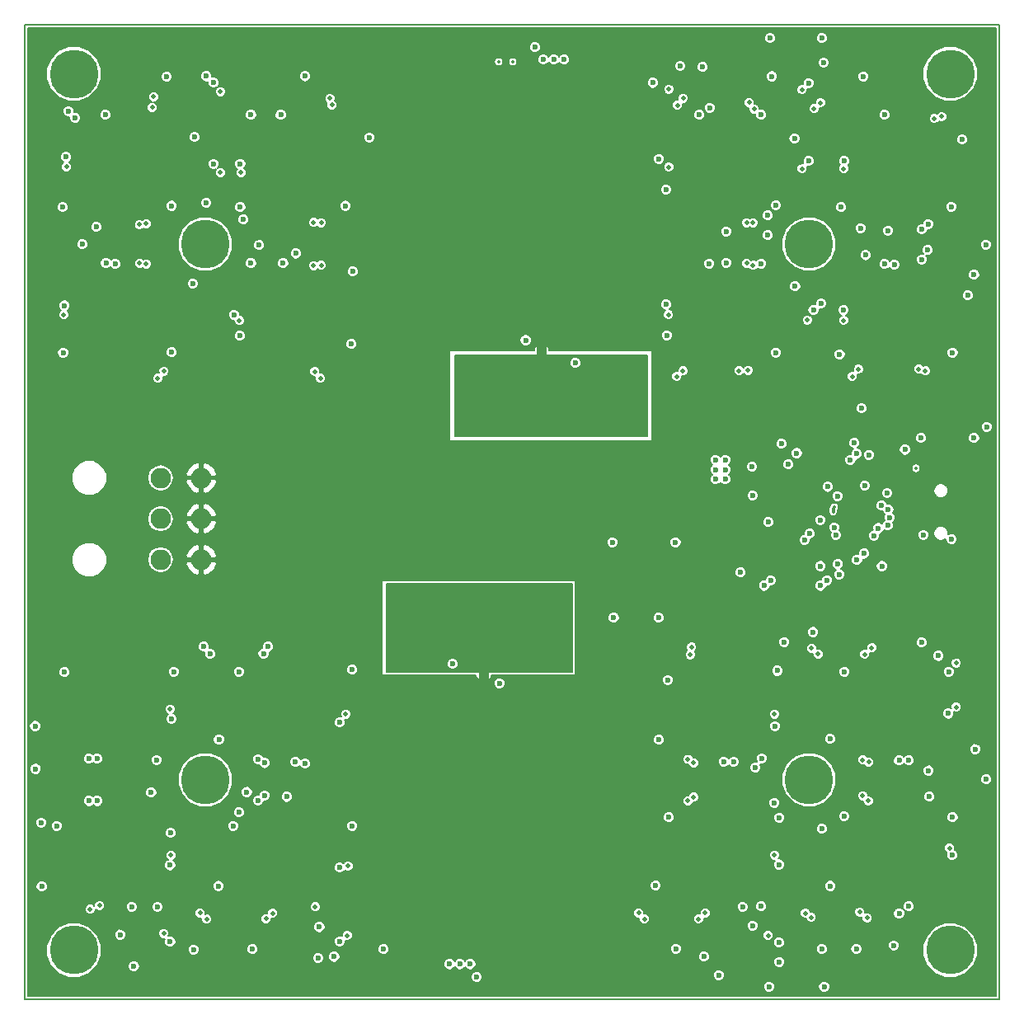
<source format=gbl>
G04 (created by PCBNEW (2013-05-16 BZR 4016)-stable) date 5. 1. 2014 18:07:37*
%MOIN*%
G04 Gerber Fmt 3.4, Leading zero omitted, Abs format*
%FSLAX34Y34*%
G01*
G70*
G90*
G04 APERTURE LIST*
%ADD10C,0.00590551*%
%ADD11C,0.19685*%
%ADD12R,0.0393701X0.0393701*%
%ADD13O,0.0826X0.0826*%
%ADD14C,0.023622*%
%ADD15C,0.019685*%
%ADD16C,0.011811*%
%ADD17C,0.00787402*%
G04 APERTURE END LIST*
G54D10*
X38779Y-61023D02*
X78149Y-61023D01*
X78149Y-61023D02*
X78149Y-21653D01*
X78149Y-21653D02*
X38779Y-21653D01*
X38779Y-21653D02*
X38779Y-61023D01*
G54D11*
X46062Y-30511D03*
G54D12*
X59665Y-34970D03*
X59665Y-34773D03*
X57322Y-47982D03*
X57322Y-47785D03*
G54D11*
X40748Y-23622D03*
X40748Y-59055D03*
X46062Y-52165D03*
X70472Y-52165D03*
X76181Y-59055D03*
X76181Y-23622D03*
X70472Y-30511D03*
G54D13*
X44252Y-43267D03*
X44252Y-41614D03*
X44252Y-39961D03*
X45904Y-39961D03*
X45904Y-41614D03*
X45904Y-43267D03*
G54D14*
X62578Y-45610D03*
X64389Y-45610D03*
X57952Y-48267D03*
X56062Y-47480D03*
X59015Y-34389D03*
X61023Y-35314D03*
X62519Y-42559D03*
X65078Y-42559D03*
G54D15*
X59665Y-35393D03*
X59665Y-35098D03*
X60039Y-35393D03*
X59291Y-35393D03*
X60039Y-35098D03*
X59311Y-35098D03*
X57437Y-36828D03*
X59484Y-36946D03*
X57342Y-47323D03*
X57342Y-47618D03*
X57716Y-47618D03*
X56968Y-47618D03*
X57716Y-47322D03*
X56988Y-47322D03*
X57688Y-45578D03*
X59641Y-45804D03*
G54D14*
X59390Y-22550D03*
X65266Y-23307D03*
X72559Y-29862D03*
X72667Y-23730D03*
X50098Y-23720D03*
X47608Y-29517D03*
X41653Y-29812D03*
X44507Y-23740D03*
X68976Y-23724D03*
X46102Y-23720D03*
X46102Y-28838D03*
X68809Y-29350D03*
X57035Y-60140D03*
X53270Y-59015D03*
X65088Y-58996D03*
X45590Y-59025D03*
X47972Y-59015D03*
X70984Y-59011D03*
X70984Y-54143D03*
X72381Y-59005D03*
X47421Y-53484D03*
X69074Y-53100D03*
X75344Y-52844D03*
X43877Y-52677D03*
X51278Y-59320D03*
X73523Y-31318D03*
X49212Y-31279D03*
X49114Y-25275D03*
X68543Y-31299D03*
X66437Y-31299D03*
X42047Y-31259D03*
X42027Y-25275D03*
X47913Y-25275D03*
X47913Y-31279D03*
X68169Y-39507D03*
X68543Y-25275D03*
X73523Y-25275D03*
X66043Y-25275D03*
X68188Y-40669D03*
X44094Y-51358D03*
X67421Y-51437D03*
X74507Y-51377D03*
X50098Y-51515D03*
G54D15*
X50511Y-57303D03*
G54D14*
X43090Y-57303D03*
X68562Y-51299D03*
X68543Y-57283D03*
X74507Y-57283D03*
X67785Y-57303D03*
X44129Y-57307D03*
X68818Y-41751D03*
X71490Y-41960D03*
G54D15*
X73011Y-46830D03*
X70570Y-46850D03*
X70326Y-57559D03*
X66271Y-57549D03*
X72724Y-47090D03*
X70846Y-47086D03*
X70561Y-57724D03*
X66003Y-57793D03*
X72889Y-51448D03*
X72866Y-53019D03*
X72645Y-52807D03*
X72641Y-51358D03*
X65807Y-52870D03*
X65807Y-51484D03*
X65580Y-51338D03*
X65578Y-53015D03*
X48789Y-57559D03*
X63582Y-57549D03*
X65728Y-46801D03*
X48523Y-57785D03*
X63818Y-57795D03*
X65669Y-47106D03*
G54D14*
X48602Y-46781D03*
X46003Y-46781D03*
G54D15*
X45856Y-57549D03*
X41791Y-57253D03*
X41407Y-57401D03*
X46122Y-57805D03*
G54D14*
X46259Y-47076D03*
X48415Y-47066D03*
X48464Y-51486D03*
X48464Y-52795D03*
X48198Y-53001D03*
X48198Y-51328D03*
X41692Y-51318D03*
X41692Y-53021D03*
X41358Y-53021D03*
X41358Y-51318D03*
G54D15*
X50492Y-35657D03*
X44393Y-35645D03*
X43980Y-24555D03*
X50716Y-35937D03*
X44145Y-35937D03*
X43917Y-24984D03*
X65381Y-24610D03*
X65374Y-35633D03*
X67645Y-35625D03*
X51098Y-24618D03*
X65149Y-24889D03*
X65127Y-35860D03*
X68011Y-35606D03*
X51181Y-24881D03*
X43405Y-31287D03*
X43397Y-29716D03*
X43677Y-31311D03*
X43673Y-29688D03*
X50440Y-31374D03*
X50444Y-29633D03*
X50751Y-29641D03*
X50751Y-31366D03*
X68051Y-24779D03*
X70935Y-24789D03*
X72468Y-35570D03*
X74909Y-35561D03*
X75177Y-35637D03*
X72214Y-35856D03*
X70679Y-25033D03*
X68248Y-25043D03*
G54D14*
X73100Y-42290D03*
X76240Y-42440D03*
G54D15*
X75836Y-25354D03*
G54D14*
X73280Y-41990D03*
X75098Y-42263D03*
G54D15*
X75531Y-25437D03*
X67952Y-29641D03*
X67952Y-31283D03*
X68212Y-29645D03*
X68208Y-31370D03*
G54D14*
X75031Y-31133D03*
X75031Y-29909D03*
X75275Y-30748D03*
X75283Y-29696D03*
X72700Y-43020D03*
X71643Y-43445D03*
G54D15*
X72824Y-57755D03*
G54D14*
X72411Y-43277D03*
G54D15*
X72529Y-57507D03*
G54D14*
X69350Y-38582D03*
X72391Y-38986D03*
X69980Y-38956D03*
X72145Y-39232D03*
X72893Y-39025D03*
X71560Y-42270D03*
X70290Y-42470D03*
X73650Y-41880D03*
X73415Y-43523D03*
X71692Y-43868D03*
X73400Y-41080D03*
X70935Y-43523D03*
X69251Y-58750D03*
X51496Y-58700D03*
X44645Y-58710D03*
X44694Y-49704D03*
X44645Y-55620D03*
X51496Y-55718D03*
X51496Y-49852D03*
X69251Y-55590D03*
X69094Y-50000D03*
X76259Y-55216D03*
X76102Y-49488D03*
X40374Y-32992D03*
X40433Y-26988D03*
X47224Y-33366D03*
X47480Y-27263D03*
X46397Y-27263D03*
X64153Y-23986D03*
X64685Y-32952D03*
X64409Y-27066D03*
X71870Y-33169D03*
X70649Y-33169D03*
X71889Y-27145D03*
X70452Y-27145D03*
X70944Y-44320D03*
X68917Y-44104D03*
X75708Y-47155D03*
X70452Y-23996D03*
X46397Y-23976D03*
X40531Y-25127D03*
G54D15*
X44675Y-55216D03*
X44645Y-49311D03*
X44389Y-58375D03*
X51830Y-55649D03*
X51742Y-49507D03*
X68818Y-58464D03*
X51801Y-58464D03*
X69074Y-55206D03*
X69074Y-49507D03*
X76151Y-54931D03*
X76427Y-49222D03*
G54D14*
X69468Y-46594D03*
G54D15*
X76427Y-47440D03*
X40344Y-33366D03*
X40452Y-27381D03*
X47440Y-33602D03*
X47509Y-27618D03*
X46673Y-24340D03*
X46673Y-27618D03*
X64793Y-33366D03*
X64803Y-27391D03*
X64803Y-24242D03*
X71879Y-27460D03*
X70196Y-27460D03*
X71870Y-33592D03*
X70403Y-33572D03*
G54D14*
X68651Y-44320D03*
G54D15*
X70196Y-24271D03*
G54D14*
X40807Y-25403D03*
X77145Y-38346D03*
X74350Y-38820D03*
X73680Y-41240D03*
X39202Y-51722D03*
X77185Y-50925D03*
X68897Y-22185D03*
X68858Y-60531D03*
X77145Y-31751D03*
X43179Y-59704D03*
X39429Y-53897D03*
X66820Y-60059D03*
X77637Y-52145D03*
X70984Y-22185D03*
X71082Y-60531D03*
X77618Y-30531D03*
X77657Y-37893D03*
X70500Y-42210D03*
X70639Y-46190D03*
X75019Y-46614D03*
X72720Y-40270D03*
X70964Y-32903D03*
X72598Y-37145D03*
X60560Y-59550D03*
X59685Y-59550D03*
X59685Y-60070D03*
X60130Y-60070D03*
X60130Y-59550D03*
X65310Y-60565D03*
X66220Y-60078D03*
X61280Y-60570D03*
X60560Y-60070D03*
X41456Y-60570D03*
X45393Y-60570D03*
X49330Y-60570D03*
X53267Y-60570D03*
X42194Y-58070D03*
X55735Y-60145D03*
X58949Y-59550D03*
X58220Y-59550D03*
X57491Y-59550D03*
X55840Y-23140D03*
X56720Y-22640D03*
X56720Y-23150D03*
X56280Y-22640D03*
X56280Y-23150D03*
X46960Y-22150D03*
X54730Y-22150D03*
X55850Y-22650D03*
X50910Y-22150D03*
X42620Y-22150D03*
X57481Y-23140D03*
X58939Y-23140D03*
X60770Y-22550D03*
X58210Y-23140D03*
X73385Y-44576D03*
X73769Y-44566D03*
X73779Y-44891D03*
X72696Y-44468D03*
X73385Y-44891D03*
G54D15*
X55954Y-43129D03*
X55954Y-42736D03*
X55954Y-42342D03*
X53582Y-43129D03*
X53582Y-42736D03*
X53582Y-42342D03*
X53582Y-41948D03*
X53976Y-41948D03*
X53976Y-42342D03*
X53976Y-42736D03*
X51299Y-43129D03*
X51692Y-43139D03*
X51692Y-42746D03*
X51692Y-42352D03*
X51692Y-41958D03*
X51299Y-41958D03*
X51299Y-42352D03*
X51299Y-42746D03*
X49744Y-43120D03*
X49350Y-43129D03*
X49350Y-42736D03*
X49350Y-42342D03*
X49350Y-41948D03*
X49744Y-41948D03*
X49744Y-42342D03*
X49744Y-42736D03*
G54D14*
X73041Y-60265D03*
X67244Y-59517D03*
X66456Y-22588D03*
X49478Y-59370D03*
X71210Y-44822D03*
X69448Y-44429D03*
X67805Y-45068D03*
X64586Y-45088D03*
X43523Y-59389D03*
X40285Y-50925D03*
X47125Y-32244D03*
X74393Y-36578D03*
X67519Y-24537D03*
X50137Y-24488D03*
X42906Y-24562D03*
G54D15*
X74015Y-55551D03*
X74015Y-55984D03*
X74448Y-55984D03*
X74881Y-55984D03*
X74881Y-55551D03*
X74448Y-55551D03*
X74015Y-55118D03*
X74015Y-55137D03*
X74448Y-54704D03*
X74448Y-54271D03*
X74881Y-54271D03*
X74881Y-54704D03*
X74881Y-55137D03*
X74448Y-55137D03*
X74005Y-54694D03*
X74005Y-54261D03*
X73572Y-54261D03*
X73139Y-54261D03*
X73139Y-54694D03*
X73572Y-54694D03*
X74005Y-55127D03*
X74005Y-55127D03*
X73572Y-55561D03*
X73572Y-55994D03*
X73139Y-55994D03*
X73139Y-55561D03*
X73139Y-55127D03*
X73572Y-55127D03*
X66929Y-55551D03*
X66929Y-55984D03*
X67362Y-55984D03*
X67795Y-55984D03*
X67795Y-55551D03*
X67362Y-55551D03*
X66929Y-55118D03*
X66929Y-55137D03*
X67362Y-54704D03*
X67362Y-54271D03*
X67795Y-54271D03*
X67795Y-54704D03*
X67795Y-55137D03*
X67362Y-55137D03*
X66919Y-54694D03*
X66919Y-54261D03*
X66486Y-54261D03*
X66053Y-54261D03*
X66053Y-54694D03*
X66486Y-54694D03*
X66919Y-55127D03*
X66919Y-55127D03*
X66486Y-55561D03*
X66486Y-55994D03*
X66053Y-55994D03*
X66053Y-55561D03*
X66053Y-55127D03*
X66486Y-55127D03*
X74015Y-49645D03*
X74015Y-50078D03*
X74448Y-50078D03*
X74881Y-50078D03*
X74881Y-49645D03*
X74448Y-49645D03*
X74015Y-49212D03*
X74015Y-49232D03*
X74448Y-48799D03*
X74448Y-48366D03*
X74881Y-48366D03*
X74881Y-48799D03*
X74881Y-49232D03*
X74448Y-49232D03*
X74005Y-48789D03*
X74005Y-48356D03*
X73572Y-48356D03*
X73139Y-48356D03*
X73139Y-48789D03*
X73572Y-48789D03*
X74005Y-49222D03*
X74005Y-49222D03*
X73572Y-49655D03*
X73572Y-50088D03*
X73139Y-50088D03*
X73139Y-49655D03*
X73139Y-49222D03*
X73572Y-49222D03*
X66486Y-49222D03*
X66053Y-49222D03*
X66053Y-49655D03*
X66053Y-50088D03*
X66486Y-50088D03*
X66486Y-49655D03*
X66919Y-49222D03*
X66919Y-49222D03*
X66486Y-48789D03*
X66053Y-48789D03*
X66053Y-48356D03*
X66486Y-48356D03*
X66919Y-48356D03*
X66919Y-48789D03*
X67362Y-49232D03*
X67795Y-49232D03*
X67795Y-48799D03*
X67795Y-48366D03*
X67362Y-48366D03*
X67362Y-48799D03*
X66929Y-49232D03*
X66929Y-49212D03*
X67362Y-49645D03*
X67795Y-49645D03*
X67795Y-50078D03*
X67362Y-50078D03*
X66929Y-50078D03*
X66929Y-49645D03*
X49163Y-55127D03*
X48730Y-55127D03*
X48730Y-55561D03*
X48730Y-55994D03*
X49163Y-55994D03*
X49163Y-55561D03*
X49596Y-55127D03*
X49596Y-55127D03*
X49163Y-54694D03*
X48730Y-54694D03*
X48730Y-54261D03*
X49163Y-54261D03*
X49596Y-54261D03*
X49596Y-54694D03*
X50039Y-55137D03*
X50472Y-55137D03*
X50472Y-54704D03*
X50472Y-54271D03*
X50039Y-54271D03*
X50039Y-54704D03*
X49606Y-55137D03*
X49606Y-55118D03*
X50039Y-55551D03*
X50472Y-55551D03*
X50472Y-55984D03*
X50039Y-55984D03*
X49606Y-55984D03*
X49606Y-55551D03*
X49163Y-49222D03*
X48730Y-49222D03*
X48730Y-49655D03*
X48730Y-50088D03*
X49163Y-50088D03*
X49163Y-49655D03*
X49596Y-49222D03*
X49596Y-49222D03*
X49163Y-48789D03*
X48730Y-48789D03*
X48730Y-48356D03*
X49163Y-48356D03*
X49596Y-48356D03*
X49596Y-48789D03*
X50039Y-49232D03*
X50472Y-49232D03*
X50472Y-48799D03*
X50472Y-48366D03*
X50039Y-48366D03*
X50039Y-48799D03*
X49606Y-49232D03*
X49606Y-49212D03*
X50039Y-49645D03*
X50472Y-49645D03*
X50472Y-50078D03*
X50039Y-50078D03*
X49606Y-50078D03*
X49606Y-49645D03*
X42076Y-55127D03*
X41643Y-55127D03*
X41643Y-55561D03*
X41643Y-55994D03*
X42076Y-55994D03*
X42076Y-55561D03*
X42509Y-55127D03*
X42509Y-55127D03*
X42076Y-54694D03*
X41643Y-54694D03*
X41643Y-54261D03*
X42076Y-54261D03*
X42509Y-54261D03*
X42509Y-54694D03*
X42952Y-55137D03*
X43385Y-55137D03*
X43385Y-54704D03*
X43385Y-54271D03*
X42952Y-54271D03*
X42952Y-54704D03*
X42519Y-55137D03*
X42519Y-55118D03*
X42952Y-55551D03*
X43385Y-55551D03*
X43385Y-55984D03*
X42952Y-55984D03*
X42519Y-55984D03*
X42519Y-55551D03*
X42519Y-49645D03*
X42519Y-50078D03*
X42952Y-50078D03*
X43385Y-50078D03*
X43385Y-49645D03*
X42952Y-49645D03*
X42519Y-49212D03*
X42519Y-49232D03*
X42952Y-48799D03*
X42952Y-48366D03*
X43385Y-48366D03*
X43385Y-48799D03*
X43385Y-49232D03*
X42952Y-49232D03*
X42509Y-48789D03*
X42509Y-48356D03*
X42076Y-48356D03*
X41643Y-48356D03*
X41643Y-48789D03*
X42076Y-48789D03*
X42509Y-49222D03*
X42509Y-49222D03*
X42076Y-49655D03*
X42076Y-50088D03*
X41643Y-50088D03*
X41643Y-49655D03*
X41643Y-49222D03*
X42076Y-49222D03*
X74458Y-33454D03*
X74891Y-33454D03*
X74891Y-33021D03*
X74891Y-32588D03*
X74458Y-32588D03*
X74458Y-33021D03*
X74025Y-33454D03*
X74025Y-33454D03*
X74458Y-33887D03*
X74891Y-33887D03*
X74891Y-34320D03*
X74458Y-34320D03*
X74025Y-34320D03*
X74025Y-33887D03*
X73582Y-33444D03*
X73149Y-33444D03*
X73149Y-33877D03*
X73149Y-34311D03*
X73582Y-34311D03*
X73582Y-33877D03*
X74015Y-33444D03*
X74015Y-33464D03*
X73582Y-33031D03*
X73149Y-33031D03*
X73149Y-32598D03*
X73582Y-32598D03*
X74015Y-32598D03*
X74015Y-33031D03*
X67372Y-33454D03*
X67805Y-33454D03*
X67805Y-33021D03*
X67805Y-32588D03*
X67372Y-32588D03*
X67372Y-33021D03*
X66938Y-33454D03*
X66938Y-33454D03*
X67372Y-33887D03*
X67805Y-33887D03*
X67805Y-34320D03*
X67372Y-34320D03*
X66938Y-34320D03*
X66938Y-33887D03*
X66496Y-33444D03*
X66062Y-33444D03*
X66062Y-33877D03*
X66062Y-34311D03*
X66496Y-34311D03*
X66496Y-33877D03*
X66929Y-33444D03*
X66929Y-33464D03*
X66496Y-33031D03*
X66062Y-33031D03*
X66062Y-32598D03*
X66496Y-32598D03*
X66929Y-32598D03*
X66929Y-33031D03*
X74458Y-27549D03*
X74891Y-27549D03*
X74891Y-27116D03*
X74891Y-26683D03*
X74458Y-26683D03*
X74458Y-27116D03*
X74025Y-27549D03*
X74025Y-27549D03*
X74458Y-27982D03*
X74891Y-27982D03*
X74891Y-28415D03*
X74458Y-28415D03*
X74025Y-28415D03*
X74025Y-27982D03*
X73582Y-27539D03*
X73149Y-27539D03*
X73149Y-27972D03*
X73149Y-28405D03*
X73582Y-28405D03*
X73582Y-27972D03*
X74015Y-27539D03*
X74015Y-27559D03*
X73582Y-27125D03*
X73149Y-27125D03*
X73149Y-26692D03*
X73582Y-26692D03*
X74015Y-26692D03*
X74015Y-27125D03*
X66929Y-27125D03*
X66929Y-26692D03*
X66496Y-26692D03*
X66062Y-26692D03*
X66062Y-27125D03*
X66496Y-27125D03*
X66929Y-27559D03*
X66929Y-27539D03*
X66496Y-27972D03*
X66496Y-28405D03*
X66062Y-28405D03*
X66062Y-27972D03*
X66062Y-27539D03*
X66496Y-27539D03*
X66938Y-27982D03*
X66938Y-28415D03*
X67372Y-28415D03*
X67805Y-28415D03*
X67805Y-27982D03*
X67372Y-27982D03*
X66938Y-27549D03*
X66938Y-27549D03*
X67372Y-27116D03*
X67372Y-26683D03*
X67805Y-26683D03*
X67805Y-27116D03*
X67805Y-27549D03*
X67372Y-27549D03*
X49606Y-33031D03*
X49606Y-32598D03*
X49173Y-32598D03*
X48740Y-32598D03*
X48740Y-33031D03*
X49173Y-33031D03*
X49606Y-33464D03*
X49606Y-33444D03*
X49173Y-33877D03*
X49173Y-34311D03*
X48740Y-34311D03*
X48740Y-33877D03*
X48740Y-33444D03*
X49173Y-33444D03*
X49616Y-33887D03*
X49616Y-34320D03*
X50049Y-34320D03*
X50482Y-34320D03*
X50482Y-33887D03*
X50049Y-33887D03*
X49616Y-33454D03*
X49616Y-33454D03*
X50049Y-33021D03*
X50049Y-32588D03*
X50482Y-32588D03*
X50482Y-33021D03*
X50482Y-33454D03*
X50049Y-33454D03*
X42519Y-33031D03*
X42519Y-32598D03*
X42086Y-32598D03*
X41653Y-32598D03*
X41653Y-33031D03*
X42086Y-33031D03*
X42519Y-33464D03*
X42519Y-33444D03*
X42086Y-33877D03*
X42086Y-34311D03*
X41653Y-34311D03*
X41653Y-33877D03*
X41653Y-33444D03*
X42086Y-33444D03*
X42529Y-33887D03*
X42529Y-34320D03*
X42962Y-34320D03*
X43395Y-34320D03*
X43395Y-33887D03*
X42962Y-33887D03*
X42529Y-33454D03*
X42529Y-33454D03*
X42962Y-33021D03*
X42962Y-32588D03*
X43395Y-32588D03*
X43395Y-33021D03*
X43395Y-33454D03*
X42962Y-33454D03*
X49606Y-27125D03*
X49606Y-26692D03*
X49173Y-26692D03*
X48740Y-26692D03*
X48740Y-27125D03*
X49173Y-27125D03*
X49606Y-27559D03*
X49606Y-27539D03*
X49173Y-27972D03*
X49173Y-28405D03*
X48740Y-28405D03*
X48740Y-27972D03*
X48740Y-27539D03*
X49173Y-27539D03*
X49616Y-27982D03*
X49616Y-28415D03*
X50049Y-28415D03*
X50482Y-28415D03*
X50482Y-27982D03*
X50049Y-27982D03*
X49616Y-27549D03*
X49616Y-27549D03*
X50049Y-27116D03*
X50049Y-26683D03*
X50482Y-26683D03*
X50482Y-27116D03*
X50482Y-27549D03*
X50049Y-27549D03*
X42962Y-27549D03*
X43395Y-27549D03*
X43395Y-27116D03*
X43395Y-26683D03*
X42962Y-26683D03*
X42962Y-27116D03*
X42529Y-27549D03*
X42529Y-27549D03*
X42962Y-27982D03*
X43395Y-27982D03*
X43395Y-28415D03*
X42962Y-28415D03*
X42529Y-28415D03*
X42529Y-27982D03*
X42086Y-27539D03*
X41653Y-27539D03*
X41653Y-27972D03*
X41653Y-28405D03*
X42086Y-28405D03*
X42086Y-27972D03*
X42519Y-27539D03*
X42519Y-27559D03*
X42086Y-27125D03*
X41653Y-27125D03*
X41653Y-26692D03*
X42086Y-26692D03*
X42519Y-26692D03*
X42519Y-27125D03*
G54D14*
X62913Y-22145D03*
X66850Y-22145D03*
X77204Y-24862D03*
X76417Y-56318D03*
X77342Y-57480D03*
X74783Y-60098D03*
X73614Y-58122D03*
X68031Y-42322D03*
X67362Y-42992D03*
X66535Y-43759D03*
X65433Y-43799D03*
X64566Y-43996D03*
X68110Y-37775D03*
X66535Y-37775D03*
X64566Y-37775D03*
X63700Y-44350D03*
X63700Y-46318D03*
X63700Y-48287D03*
X63700Y-51043D03*
X63070Y-51574D03*
X59448Y-49625D03*
X59842Y-49625D03*
X60236Y-49625D03*
X60629Y-49625D03*
X61023Y-49625D03*
X61417Y-49625D03*
X61811Y-49625D03*
X59055Y-51555D03*
X57165Y-51555D03*
X54133Y-51082D03*
X54133Y-49507D03*
X54133Y-48326D03*
G54D15*
X74551Y-24598D03*
G54D14*
X73070Y-22972D03*
X57559Y-33110D03*
X57165Y-33110D03*
X56771Y-33110D03*
X56377Y-33110D03*
X55984Y-33110D03*
X55590Y-33110D03*
X55196Y-33110D03*
X63307Y-31377D03*
X63307Y-32952D03*
X63307Y-34704D03*
X61988Y-34704D03*
X58031Y-31082D03*
X59881Y-31082D03*
X53661Y-36732D03*
X52992Y-36732D03*
X52992Y-34960D03*
X52992Y-32992D03*
X52992Y-31023D03*
X54133Y-30984D03*
G54D15*
X48188Y-45098D03*
X48582Y-45098D03*
X48976Y-45098D03*
X49370Y-45098D03*
X49763Y-45098D03*
X52125Y-45098D03*
X51732Y-45098D03*
X51338Y-45098D03*
X50944Y-45098D03*
X50551Y-45098D03*
X50157Y-45098D03*
X53976Y-43129D03*
X55954Y-41948D03*
X55561Y-41948D03*
X55561Y-42342D03*
X55561Y-42736D03*
X55561Y-43129D03*
G54D14*
X66948Y-52282D03*
X71830Y-56318D03*
X76377Y-32007D03*
G54D15*
X50141Y-36555D03*
X66653Y-58055D03*
G54D14*
X39823Y-34291D03*
X76181Y-26338D03*
X39940Y-56318D03*
X43287Y-46181D03*
X45610Y-50295D03*
X45294Y-48366D03*
X46969Y-28405D03*
X39804Y-28385D03*
X76692Y-28366D03*
X67775Y-46141D03*
X64763Y-47618D03*
X69783Y-48385D03*
X66397Y-46141D03*
X64763Y-56338D03*
X64292Y-54271D03*
X69842Y-54271D03*
X76790Y-34291D03*
X76790Y-54271D03*
X73956Y-52302D03*
X74547Y-46141D03*
X73405Y-46102D03*
X71811Y-50413D03*
X71201Y-34311D03*
X76712Y-48366D03*
X76643Y-50177D03*
X71260Y-28385D03*
X71092Y-32312D03*
X71456Y-25984D03*
X73917Y-30433D03*
X66830Y-30355D03*
X67263Y-36480D03*
X69448Y-32204D03*
X66141Y-36456D03*
X73188Y-36437D03*
X52204Y-26299D03*
X43208Y-36535D03*
X48799Y-36515D03*
X45059Y-32204D03*
X41771Y-36515D03*
X64232Y-34822D03*
X69409Y-26299D03*
X64173Y-28917D03*
X52706Y-56013D03*
X45078Y-56082D03*
X52480Y-48405D03*
X49350Y-46161D03*
X49625Y-52361D03*
X51889Y-53524D03*
X44655Y-53316D03*
X42539Y-52184D03*
X51535Y-32263D03*
X46948Y-34803D03*
X49448Y-30432D03*
X42519Y-30392D03*
X68937Y-23169D03*
X62224Y-33169D03*
X62224Y-33562D03*
X62224Y-33956D03*
X62224Y-34350D03*
X63425Y-41968D03*
X63425Y-41574D03*
X63425Y-41181D03*
X55118Y-49507D03*
X55118Y-49114D03*
X55118Y-48720D03*
X55118Y-48326D03*
X66496Y-38543D03*
X66102Y-38543D03*
X65708Y-38543D03*
X65314Y-38543D03*
G54D15*
X65098Y-41751D03*
X64744Y-41751D03*
X65098Y-41417D03*
X64744Y-41417D03*
G54D14*
X68543Y-40078D03*
X47342Y-56534D03*
X41948Y-46161D03*
X47342Y-50629D03*
X52568Y-50403D03*
X69793Y-50442D03*
X69812Y-56505D03*
X69566Y-28346D03*
X64468Y-25905D03*
X69625Y-34271D03*
X64153Y-32047D03*
X51850Y-34034D03*
X52224Y-28385D03*
X45196Y-34271D03*
X45137Y-26299D03*
X45216Y-28366D03*
X47106Y-26574D03*
X39458Y-32234D03*
X40039Y-26318D03*
X46909Y-48405D03*
X71397Y-54330D03*
X47322Y-54546D03*
X40196Y-54546D03*
X39881Y-48405D03*
X71417Y-48385D03*
X71230Y-40320D03*
X73630Y-40570D03*
X71620Y-40700D03*
X73730Y-41560D03*
X49723Y-30885D03*
X48238Y-30551D03*
X75305Y-51791D03*
X74114Y-51377D03*
X66456Y-25000D03*
X66171Y-23346D03*
X42421Y-31318D03*
X41092Y-30511D03*
X66220Y-59311D03*
X68188Y-58061D03*
X67125Y-31259D03*
X67125Y-30000D03*
X68809Y-30147D03*
X72765Y-30954D03*
X73917Y-31338D03*
X73661Y-29960D03*
X74114Y-57559D03*
X73897Y-58858D03*
X47746Y-52658D03*
X49350Y-52854D03*
X49704Y-51437D03*
X42618Y-58425D03*
X68306Y-51673D03*
X67027Y-51427D03*
X50679Y-58120D03*
X50620Y-59370D03*
X70930Y-41660D03*
X60150Y-23050D03*
X60570Y-23050D03*
X59730Y-23050D03*
X56360Y-59620D03*
X55940Y-59620D03*
X56780Y-59620D03*
X69635Y-39419D03*
X69133Y-34901D03*
X71200Y-44094D03*
X67706Y-43780D03*
X76279Y-34901D03*
X39183Y-49990D03*
X76663Y-26279D03*
X47480Y-29015D03*
X40314Y-34901D03*
X64409Y-50551D03*
X64763Y-48129D03*
X69192Y-47755D03*
X64271Y-56437D03*
X64803Y-53681D03*
X69271Y-53700D03*
X71338Y-56456D03*
X76279Y-53681D03*
X71889Y-53641D03*
X71318Y-50511D03*
X71712Y-34960D03*
X76122Y-47795D03*
X71909Y-47795D03*
X71771Y-29015D03*
X76889Y-32578D03*
X76220Y-28996D03*
X69911Y-32214D03*
X64724Y-34192D03*
X69881Y-26240D03*
X69133Y-28937D03*
X64685Y-28307D03*
X52007Y-47716D03*
X46614Y-50531D03*
X47421Y-47795D03*
X46594Y-56456D03*
X52007Y-54035D03*
X47185Y-54035D03*
X44665Y-54311D03*
X39448Y-56476D03*
X40059Y-54035D03*
X40374Y-47814D03*
X44783Y-47795D03*
X52027Y-31614D03*
X51968Y-34547D03*
X47460Y-34212D03*
X45551Y-32106D03*
X52696Y-26200D03*
X45629Y-26181D03*
X40295Y-29015D03*
X72303Y-38543D03*
X67086Y-40019D03*
X66692Y-40019D03*
X66692Y-39625D03*
X67086Y-39625D03*
X67086Y-39232D03*
X66692Y-39232D03*
X75000Y-38346D03*
X51732Y-28956D03*
X44704Y-34881D03*
X44704Y-28956D03*
X69271Y-59527D03*
X71062Y-23169D03*
G54D16*
X74793Y-39577D02*
X74803Y-39587D01*
X74793Y-39557D02*
X74793Y-39577D01*
X57924Y-23140D02*
X57920Y-23140D01*
X58496Y-23140D02*
X58500Y-23140D01*
X71450Y-41340D02*
X71450Y-41190D01*
X71450Y-41190D02*
X71500Y-41140D01*
X65315Y-60570D02*
X65310Y-60565D01*
X66220Y-60078D02*
X66220Y-60079D01*
X66220Y-60079D02*
X65730Y-60570D01*
X65730Y-60570D02*
X65315Y-60570D01*
X61060Y-60570D02*
X60560Y-60070D01*
X61280Y-60570D02*
X61060Y-60570D01*
X53267Y-60570D02*
X55309Y-60570D01*
X42194Y-59832D02*
X41456Y-60570D01*
X45393Y-60570D02*
X49330Y-60570D01*
X42194Y-58070D02*
X42194Y-59832D01*
X55309Y-60570D02*
X55735Y-60145D01*
X58949Y-59550D02*
X58950Y-59550D01*
X57491Y-59550D02*
X57490Y-59550D01*
X42620Y-22150D02*
X46960Y-22150D01*
X50910Y-22150D02*
X54730Y-22150D01*
X57481Y-23140D02*
X57480Y-23140D01*
X58939Y-23140D02*
X58940Y-23140D01*
X73385Y-44891D02*
X73779Y-44891D01*
X73385Y-44576D02*
X73474Y-44566D01*
X73474Y-44566D02*
X73769Y-44566D01*
X55561Y-42342D02*
X55561Y-41948D01*
X55561Y-43129D02*
X55561Y-42736D01*
X53582Y-42736D02*
X53582Y-43129D01*
X53582Y-41948D02*
X53582Y-42342D01*
X53976Y-42342D02*
X53976Y-41948D01*
X53976Y-43129D02*
X53976Y-42736D01*
X51299Y-43129D02*
X51299Y-42746D01*
X51692Y-42746D02*
X51692Y-43139D01*
X51692Y-41958D02*
X51692Y-42352D01*
X51299Y-42352D02*
X51299Y-41958D01*
X49744Y-43120D02*
X49744Y-42736D01*
X49350Y-42736D02*
X49350Y-43129D01*
X49350Y-41948D02*
X49350Y-42342D01*
X49744Y-42342D02*
X49744Y-41948D01*
X71092Y-45039D02*
X71092Y-45029D01*
X71210Y-44842D02*
X71210Y-44822D01*
X71092Y-45029D02*
X71210Y-44842D01*
X69448Y-44429D02*
X69448Y-44419D01*
X67805Y-45068D02*
X71092Y-45039D01*
X71092Y-45039D02*
X71082Y-45039D01*
X40305Y-50954D02*
X40305Y-50944D01*
X40305Y-50944D02*
X40285Y-50925D01*
X74015Y-55551D02*
X74015Y-55118D01*
X74015Y-55984D02*
X74448Y-55984D01*
X74881Y-55984D02*
X74881Y-55551D01*
X74881Y-54271D02*
X74448Y-54271D01*
X74881Y-55137D02*
X74881Y-54704D01*
X74448Y-55137D02*
X74015Y-55137D01*
X74005Y-54694D02*
X74005Y-55127D01*
X74005Y-54261D02*
X73572Y-54261D01*
X73139Y-54261D02*
X73139Y-54694D01*
X73139Y-55994D02*
X73572Y-55994D01*
X73139Y-55127D02*
X73139Y-55561D01*
X73572Y-55127D02*
X74005Y-55127D01*
X66929Y-55551D02*
X66929Y-55118D01*
X66929Y-55984D02*
X67362Y-55984D01*
X67795Y-55984D02*
X67795Y-55551D01*
X67795Y-54271D02*
X67362Y-54271D01*
X67795Y-55137D02*
X67795Y-54704D01*
X67362Y-55137D02*
X66929Y-55137D01*
X66919Y-54694D02*
X66919Y-55127D01*
X66919Y-54261D02*
X66486Y-54261D01*
X66053Y-54261D02*
X66053Y-54694D01*
X66053Y-55994D02*
X66486Y-55994D01*
X66053Y-55127D02*
X66053Y-55561D01*
X66486Y-55127D02*
X66919Y-55127D01*
X74015Y-49645D02*
X74015Y-49212D01*
X74015Y-50078D02*
X74448Y-50078D01*
X74881Y-50078D02*
X74881Y-49645D01*
X74881Y-48366D02*
X74448Y-48366D01*
X74881Y-49232D02*
X74881Y-48799D01*
X74448Y-49232D02*
X74015Y-49232D01*
X74005Y-48789D02*
X74005Y-49222D01*
X74005Y-48356D02*
X73572Y-48356D01*
X73139Y-48356D02*
X73139Y-48789D01*
X73139Y-50088D02*
X73572Y-50088D01*
X73139Y-49222D02*
X73139Y-49655D01*
X73572Y-49222D02*
X74005Y-49222D01*
X66486Y-49222D02*
X66919Y-49222D01*
X66053Y-49222D02*
X66053Y-49655D01*
X66053Y-50088D02*
X66486Y-50088D01*
X66053Y-48356D02*
X66053Y-48789D01*
X66919Y-48356D02*
X66486Y-48356D01*
X66919Y-48789D02*
X66919Y-49222D01*
X67362Y-49232D02*
X66929Y-49232D01*
X67795Y-49232D02*
X67795Y-48799D01*
X67795Y-48366D02*
X67362Y-48366D01*
X67795Y-50078D02*
X67795Y-49645D01*
X66929Y-50078D02*
X67362Y-50078D01*
X66929Y-49645D02*
X66929Y-49212D01*
X49163Y-55127D02*
X49596Y-55127D01*
X48730Y-55127D02*
X48730Y-55561D01*
X48730Y-55994D02*
X49163Y-55994D01*
X48730Y-54261D02*
X48730Y-54694D01*
X49596Y-54261D02*
X49163Y-54261D01*
X49596Y-54694D02*
X49596Y-55127D01*
X50039Y-55137D02*
X49606Y-55137D01*
X50472Y-55137D02*
X50472Y-54704D01*
X50472Y-54271D02*
X50039Y-54271D01*
X50472Y-55984D02*
X50472Y-55551D01*
X49606Y-55984D02*
X50039Y-55984D01*
X49606Y-55551D02*
X49606Y-55118D01*
X49163Y-49222D02*
X49596Y-49222D01*
X48730Y-49222D02*
X48730Y-49655D01*
X48730Y-50088D02*
X49163Y-50088D01*
X48730Y-48356D02*
X48730Y-48789D01*
X49596Y-48356D02*
X49163Y-48356D01*
X49596Y-48789D02*
X49596Y-49222D01*
X50039Y-49232D02*
X49606Y-49232D01*
X50472Y-49232D02*
X50472Y-48799D01*
X50472Y-48366D02*
X50039Y-48366D01*
X50472Y-50078D02*
X50472Y-49645D01*
X49606Y-50078D02*
X50039Y-50078D01*
X49606Y-49645D02*
X49606Y-49212D01*
X42076Y-55127D02*
X42509Y-55127D01*
X41643Y-55127D02*
X41643Y-55561D01*
X41643Y-55994D02*
X42076Y-55994D01*
X41643Y-54261D02*
X41643Y-54694D01*
X42509Y-54261D02*
X42076Y-54261D01*
X42509Y-54694D02*
X42509Y-55127D01*
X42952Y-55137D02*
X42519Y-55137D01*
X43385Y-55137D02*
X43385Y-54704D01*
X43385Y-54271D02*
X42952Y-54271D01*
X43385Y-55984D02*
X43385Y-55551D01*
X42519Y-55984D02*
X42952Y-55984D01*
X42519Y-55551D02*
X42519Y-55118D01*
X42519Y-49645D02*
X42519Y-49212D01*
X42519Y-50078D02*
X42952Y-50078D01*
X43385Y-50078D02*
X43385Y-49645D01*
X43385Y-48366D02*
X42952Y-48366D01*
X43385Y-49232D02*
X43385Y-48799D01*
X42952Y-49232D02*
X42519Y-49232D01*
X42509Y-48789D02*
X42509Y-49222D01*
X42509Y-48356D02*
X42076Y-48356D01*
X41643Y-48356D02*
X41643Y-48789D01*
X41643Y-50088D02*
X42076Y-50088D01*
X41643Y-49222D02*
X41643Y-49655D01*
X42076Y-49222D02*
X42509Y-49222D01*
X74458Y-33454D02*
X74025Y-33454D01*
X74891Y-33454D02*
X74891Y-33021D01*
X74891Y-32588D02*
X74458Y-32588D01*
X74891Y-34320D02*
X74891Y-33887D01*
X74025Y-34320D02*
X74458Y-34320D01*
X74025Y-33887D02*
X74025Y-33454D01*
X73582Y-33444D02*
X74015Y-33444D01*
X73149Y-33444D02*
X73149Y-33877D01*
X73149Y-34311D02*
X73582Y-34311D01*
X73149Y-32598D02*
X73149Y-33031D01*
X74015Y-32598D02*
X73582Y-32598D01*
X74015Y-33031D02*
X74015Y-33464D01*
X67372Y-33454D02*
X66938Y-33454D01*
X67805Y-33454D02*
X67805Y-33021D01*
X67805Y-32588D02*
X67372Y-32588D01*
X67805Y-34320D02*
X67805Y-33887D01*
X66938Y-34320D02*
X67372Y-34320D01*
X66938Y-33887D02*
X66938Y-33454D01*
X66496Y-33444D02*
X66929Y-33444D01*
X66062Y-33444D02*
X66062Y-33877D01*
X66062Y-34311D02*
X66496Y-34311D01*
X66062Y-32598D02*
X66062Y-33031D01*
X66929Y-32598D02*
X66496Y-32598D01*
X66929Y-33031D02*
X66929Y-33464D01*
X74458Y-27549D02*
X74025Y-27549D01*
X74891Y-27549D02*
X74891Y-27116D01*
X74891Y-26683D02*
X74458Y-26683D01*
X74891Y-28415D02*
X74891Y-27982D01*
X74025Y-28415D02*
X74458Y-28415D01*
X74025Y-27982D02*
X74025Y-27549D01*
X73582Y-27539D02*
X74015Y-27539D01*
X73149Y-27539D02*
X73149Y-27972D01*
X73149Y-28405D02*
X73582Y-28405D01*
X73149Y-26692D02*
X73149Y-27125D01*
X74015Y-26692D02*
X73582Y-26692D01*
X74015Y-27125D02*
X74015Y-27559D01*
X66929Y-27125D02*
X66929Y-27559D01*
X66929Y-26692D02*
X66496Y-26692D01*
X66062Y-26692D02*
X66062Y-27125D01*
X66062Y-28405D02*
X66496Y-28405D01*
X66062Y-27539D02*
X66062Y-27972D01*
X66496Y-27539D02*
X66929Y-27539D01*
X66938Y-27982D02*
X66938Y-27549D01*
X66938Y-28415D02*
X67372Y-28415D01*
X67805Y-28415D02*
X67805Y-27982D01*
X67805Y-26683D02*
X67372Y-26683D01*
X67805Y-27549D02*
X67805Y-27116D01*
X67372Y-27549D02*
X66938Y-27549D01*
X49606Y-33031D02*
X49606Y-33464D01*
X49606Y-32598D02*
X49173Y-32598D01*
X48740Y-32598D02*
X48740Y-33031D01*
X48740Y-34311D02*
X49173Y-34311D01*
X48740Y-33444D02*
X48740Y-33877D01*
X49173Y-33444D02*
X49606Y-33444D01*
X49616Y-33887D02*
X49616Y-33454D01*
X49616Y-34320D02*
X50049Y-34320D01*
X50482Y-34320D02*
X50482Y-33887D01*
X50482Y-32588D02*
X50049Y-32588D01*
X50482Y-33454D02*
X50482Y-33021D01*
X50049Y-33454D02*
X49616Y-33454D01*
X42519Y-33031D02*
X42519Y-33464D01*
X42519Y-32598D02*
X42086Y-32598D01*
X41653Y-32598D02*
X41653Y-33031D01*
X41653Y-34311D02*
X42086Y-34311D01*
X41653Y-33444D02*
X41653Y-33877D01*
X42086Y-33444D02*
X42519Y-33444D01*
X42529Y-33887D02*
X42529Y-33454D01*
X42529Y-34320D02*
X42962Y-34320D01*
X43395Y-34320D02*
X43395Y-33887D01*
X43395Y-32588D02*
X42962Y-32588D01*
X43395Y-33454D02*
X43395Y-33021D01*
X42962Y-33454D02*
X42529Y-33454D01*
X49606Y-27125D02*
X49606Y-27559D01*
X49606Y-26692D02*
X49173Y-26692D01*
X48740Y-26692D02*
X48740Y-27125D01*
X48740Y-28405D02*
X49173Y-28405D01*
X48740Y-27539D02*
X48740Y-27972D01*
X49173Y-27539D02*
X49606Y-27539D01*
X49616Y-27982D02*
X49616Y-27549D01*
X49616Y-28415D02*
X50049Y-28415D01*
X50482Y-28415D02*
X50482Y-27982D01*
X50482Y-26683D02*
X50049Y-26683D01*
X50482Y-27549D02*
X50482Y-27116D01*
X50049Y-27549D02*
X49616Y-27549D01*
X42962Y-27549D02*
X42529Y-27549D01*
X43395Y-27549D02*
X43395Y-27116D01*
X43395Y-26683D02*
X42962Y-26683D01*
X43395Y-28415D02*
X43395Y-27982D01*
X42529Y-28415D02*
X42962Y-28415D01*
X42529Y-27982D02*
X42529Y-27549D01*
X42086Y-27539D02*
X42519Y-27539D01*
X41653Y-27539D02*
X41653Y-27972D01*
X41653Y-28405D02*
X42086Y-28405D01*
X41653Y-26692D02*
X41653Y-27125D01*
X42519Y-26692D02*
X42086Y-26692D01*
X42519Y-27125D02*
X42519Y-27559D01*
X66850Y-22145D02*
X62913Y-22145D01*
X76181Y-26338D02*
X76181Y-25885D01*
X76181Y-25885D02*
X77204Y-24862D01*
X76417Y-56318D02*
X76417Y-56555D01*
X76417Y-56555D02*
X77342Y-57480D01*
X73614Y-58122D02*
X73614Y-58929D01*
X73614Y-58929D02*
X74783Y-60098D01*
X68031Y-42322D02*
X67362Y-42992D01*
X66535Y-43759D02*
X66496Y-43799D01*
X66496Y-43799D02*
X65433Y-43799D01*
X64566Y-43996D02*
X64586Y-44015D01*
X64586Y-44015D02*
X64586Y-45088D01*
X65314Y-38543D02*
X65314Y-38523D01*
X66535Y-37775D02*
X68110Y-37775D01*
X65314Y-38523D02*
X64566Y-37775D01*
X63700Y-48287D02*
X63700Y-46318D01*
X63602Y-51043D02*
X63700Y-51043D01*
X63070Y-51574D02*
X63602Y-51043D01*
X60236Y-49625D02*
X59842Y-49625D01*
X61023Y-49625D02*
X60629Y-49625D01*
X61811Y-49625D02*
X61417Y-49625D01*
X57165Y-51555D02*
X59055Y-51555D01*
X54133Y-48326D02*
X54133Y-49507D01*
X74551Y-24598D02*
X74551Y-24452D01*
X74551Y-24452D02*
X73070Y-22972D01*
X56771Y-33110D02*
X57165Y-33110D01*
X55984Y-33110D02*
X56377Y-33110D01*
X55196Y-33110D02*
X55590Y-33110D01*
X63307Y-32952D02*
X63307Y-31377D01*
X61988Y-34704D02*
X63307Y-34704D01*
X59881Y-31082D02*
X58031Y-31082D01*
X52992Y-36732D02*
X53661Y-36732D01*
X52992Y-32992D02*
X52992Y-34960D01*
X54094Y-31023D02*
X52992Y-31023D01*
X54133Y-30984D02*
X54094Y-31023D01*
X48976Y-45098D02*
X48582Y-45098D01*
X49763Y-45098D02*
X49370Y-45098D01*
X51732Y-45098D02*
X52125Y-45098D01*
X50944Y-45098D02*
X51338Y-45098D01*
X50157Y-45098D02*
X50551Y-45098D01*
X55954Y-42736D02*
X55954Y-43129D01*
X55954Y-41948D02*
X55954Y-42342D01*
X66948Y-52282D02*
X66948Y-52303D01*
X71830Y-56318D02*
X71850Y-56338D01*
X76181Y-26338D02*
X76161Y-26338D01*
X46969Y-28405D02*
X46988Y-28405D01*
X39745Y-28385D02*
X39744Y-28385D01*
X69783Y-48385D02*
X69784Y-48385D01*
X64292Y-54271D02*
X64291Y-54271D01*
X69842Y-54271D02*
X69863Y-54271D01*
X76672Y-34291D02*
X76673Y-34291D01*
X73956Y-52302D02*
X73956Y-52283D01*
X76712Y-48366D02*
X76713Y-48366D01*
X76643Y-50177D02*
X76633Y-50177D01*
X73917Y-30433D02*
X73917Y-30433D01*
X66830Y-30355D02*
X66830Y-30334D01*
X69448Y-32204D02*
X69468Y-32204D01*
X69409Y-26299D02*
X69409Y-26319D01*
X45078Y-56082D02*
X45078Y-56103D01*
X49625Y-52361D02*
X49625Y-52362D01*
X51889Y-53524D02*
X51889Y-53543D01*
X44655Y-53316D02*
X44655Y-53335D01*
X42539Y-52184D02*
X42539Y-52185D01*
X46948Y-34803D02*
X46948Y-34804D01*
X49448Y-30432D02*
X49448Y-30433D01*
X42519Y-30392D02*
X42519Y-30393D01*
X62224Y-33562D02*
X62224Y-33169D01*
X62224Y-34350D02*
X62224Y-33956D01*
X63425Y-41181D02*
X63425Y-41574D01*
X47342Y-56534D02*
X47342Y-56535D01*
X47342Y-50629D02*
X47342Y-50629D01*
X51850Y-34034D02*
X51850Y-34035D01*
X47106Y-26574D02*
X47106Y-26573D01*
X47322Y-54546D02*
X47322Y-54527D01*
X40196Y-54546D02*
X40196Y-54547D01*
X71476Y-48385D02*
X71476Y-48406D01*
G54D10*
G36*
X78031Y-60905D02*
X77893Y-60905D01*
X77893Y-37846D01*
X77857Y-37760D01*
X77854Y-37756D01*
X77854Y-30484D01*
X77818Y-30397D01*
X77752Y-30331D01*
X77665Y-30295D01*
X77571Y-30295D01*
X77484Y-30331D01*
X77417Y-30397D01*
X77381Y-30484D01*
X77381Y-30578D01*
X77417Y-30665D01*
X77484Y-30731D01*
X77570Y-30767D01*
X77664Y-30767D01*
X77751Y-30731D01*
X77818Y-30665D01*
X77854Y-30578D01*
X77854Y-30484D01*
X77854Y-37756D01*
X77791Y-37693D01*
X77704Y-37657D01*
X77610Y-37657D01*
X77523Y-37693D01*
X77457Y-37759D01*
X77421Y-37846D01*
X77421Y-37940D01*
X77457Y-38027D01*
X77523Y-38093D01*
X77610Y-38129D01*
X77704Y-38129D01*
X77791Y-38094D01*
X77857Y-38027D01*
X77893Y-37940D01*
X77893Y-37846D01*
X77893Y-60905D01*
X77874Y-60905D01*
X77874Y-52098D01*
X77838Y-52012D01*
X77771Y-51945D01*
X77684Y-51909D01*
X77591Y-51909D01*
X77504Y-51945D01*
X77437Y-52011D01*
X77421Y-52051D01*
X77421Y-50878D01*
X77385Y-50791D01*
X77381Y-50788D01*
X77381Y-38299D01*
X77381Y-31705D01*
X77346Y-31618D01*
X77283Y-31555D01*
X77283Y-23403D01*
X77116Y-22998D01*
X76806Y-22688D01*
X76401Y-22519D01*
X75962Y-22519D01*
X75557Y-22686D01*
X75247Y-22996D01*
X75078Y-23401D01*
X75078Y-23840D01*
X75246Y-24245D01*
X75555Y-24556D01*
X75960Y-24724D01*
X76399Y-24724D01*
X76804Y-24557D01*
X77115Y-24247D01*
X77283Y-23842D01*
X77283Y-23403D01*
X77283Y-31555D01*
X77279Y-31551D01*
X77192Y-31515D01*
X77098Y-31515D01*
X77012Y-31551D01*
X76945Y-31617D01*
X76909Y-31704D01*
X76909Y-31798D01*
X76945Y-31885D01*
X77011Y-31952D01*
X77098Y-31988D01*
X77192Y-31988D01*
X77279Y-31952D01*
X77345Y-31885D01*
X77381Y-31799D01*
X77381Y-31705D01*
X77381Y-38299D01*
X77346Y-38212D01*
X77279Y-38146D01*
X77192Y-38110D01*
X77126Y-38110D01*
X77126Y-32531D01*
X77090Y-32445D01*
X77023Y-32378D01*
X76936Y-32342D01*
X76899Y-32342D01*
X76899Y-26232D01*
X76863Y-26145D01*
X76797Y-26079D01*
X76710Y-26043D01*
X76616Y-26043D01*
X76529Y-26079D01*
X76463Y-26145D01*
X76427Y-26232D01*
X76427Y-26326D01*
X76463Y-26413D01*
X76529Y-26479D01*
X76616Y-26515D01*
X76710Y-26515D01*
X76797Y-26479D01*
X76863Y-26413D01*
X76899Y-26326D01*
X76899Y-26232D01*
X76899Y-32342D01*
X76842Y-32342D01*
X76756Y-32378D01*
X76689Y-32444D01*
X76653Y-32531D01*
X76653Y-32625D01*
X76689Y-32712D01*
X76755Y-32778D01*
X76842Y-32814D01*
X76936Y-32815D01*
X77023Y-32779D01*
X77089Y-32712D01*
X77125Y-32625D01*
X77126Y-32531D01*
X77126Y-38110D01*
X77098Y-38110D01*
X77012Y-38146D01*
X76945Y-38212D01*
X76909Y-38299D01*
X76909Y-38393D01*
X76945Y-38480D01*
X77011Y-38546D01*
X77098Y-38582D01*
X77192Y-38582D01*
X77279Y-38546D01*
X77345Y-38480D01*
X77381Y-38393D01*
X77381Y-38299D01*
X77381Y-50788D01*
X77319Y-50725D01*
X77232Y-50689D01*
X77138Y-50688D01*
X77051Y-50724D01*
X76984Y-50791D01*
X76948Y-50878D01*
X76948Y-50971D01*
X76984Y-51058D01*
X77051Y-51125D01*
X77137Y-51161D01*
X77231Y-51161D01*
X77318Y-51125D01*
X77385Y-51059D01*
X77421Y-50972D01*
X77421Y-50878D01*
X77421Y-52051D01*
X77401Y-52098D01*
X77401Y-52192D01*
X77437Y-52279D01*
X77503Y-52345D01*
X77590Y-52381D01*
X77684Y-52381D01*
X77771Y-52346D01*
X77837Y-52279D01*
X77873Y-52192D01*
X77874Y-52098D01*
X77874Y-60905D01*
X77283Y-60905D01*
X77283Y-58836D01*
X77116Y-58431D01*
X76806Y-58121D01*
X76643Y-58053D01*
X76643Y-49179D01*
X76643Y-47398D01*
X76610Y-47318D01*
X76549Y-47257D01*
X76515Y-47243D01*
X76515Y-34854D01*
X76479Y-34767D01*
X76456Y-34744D01*
X76456Y-28949D01*
X76420Y-28862D01*
X76354Y-28795D01*
X76267Y-28759D01*
X76173Y-28759D01*
X76086Y-28795D01*
X76053Y-28829D01*
X76053Y-25311D01*
X76020Y-25231D01*
X75959Y-25170D01*
X75879Y-25137D01*
X75793Y-25137D01*
X75714Y-25170D01*
X75653Y-25231D01*
X75645Y-25249D01*
X75574Y-25220D01*
X75488Y-25220D01*
X75408Y-25253D01*
X75348Y-25314D01*
X75314Y-25393D01*
X75314Y-25479D01*
X75347Y-25559D01*
X75408Y-25620D01*
X75488Y-25653D01*
X75574Y-25653D01*
X75653Y-25620D01*
X75714Y-25559D01*
X75722Y-25541D01*
X75793Y-25570D01*
X75879Y-25570D01*
X75959Y-25538D01*
X76020Y-25477D01*
X76053Y-25397D01*
X76053Y-25311D01*
X76053Y-28829D01*
X76020Y-28862D01*
X75984Y-28948D01*
X75984Y-29042D01*
X76020Y-29129D01*
X76086Y-29196D01*
X76173Y-29232D01*
X76267Y-29232D01*
X76354Y-29196D01*
X76420Y-29130D01*
X76456Y-29043D01*
X76456Y-28949D01*
X76456Y-34744D01*
X76413Y-34701D01*
X76326Y-34665D01*
X76232Y-34665D01*
X76145Y-34701D01*
X76079Y-34767D01*
X76043Y-34854D01*
X76043Y-34948D01*
X76079Y-35035D01*
X76145Y-35101D01*
X76232Y-35137D01*
X76326Y-35137D01*
X76413Y-35101D01*
X76479Y-35035D01*
X76515Y-34948D01*
X76515Y-34854D01*
X76515Y-47243D01*
X76476Y-47226D01*
X76476Y-42393D01*
X76440Y-42306D01*
X76373Y-42239D01*
X76287Y-42203D01*
X76193Y-42203D01*
X76106Y-42239D01*
X76102Y-42243D01*
X76102Y-42146D01*
X76102Y-40414D01*
X76058Y-40305D01*
X75975Y-40222D01*
X75866Y-40177D01*
X75749Y-40177D01*
X75640Y-40222D01*
X75557Y-40305D01*
X75519Y-40396D01*
X75519Y-29650D01*
X75483Y-29563D01*
X75417Y-29496D01*
X75330Y-29460D01*
X75236Y-29460D01*
X75149Y-29496D01*
X75083Y-29562D01*
X75047Y-29649D01*
X75047Y-29673D01*
X74984Y-29673D01*
X74897Y-29709D01*
X74831Y-29775D01*
X74795Y-29862D01*
X74795Y-29956D01*
X74831Y-30043D01*
X74897Y-30109D01*
X74984Y-30145D01*
X75078Y-30145D01*
X75165Y-30109D01*
X75231Y-30043D01*
X75267Y-29956D01*
X75267Y-29933D01*
X75330Y-29933D01*
X75417Y-29897D01*
X75483Y-29830D01*
X75519Y-29744D01*
X75519Y-29650D01*
X75519Y-40396D01*
X75512Y-40413D01*
X75512Y-40531D01*
X75557Y-40639D01*
X75640Y-40722D01*
X75748Y-40767D01*
X75866Y-40767D01*
X75974Y-40722D01*
X76057Y-40639D01*
X76102Y-40531D01*
X76102Y-40414D01*
X76102Y-42146D01*
X76058Y-42037D01*
X75975Y-41954D01*
X75866Y-41909D01*
X75749Y-41909D01*
X75640Y-41954D01*
X75557Y-42037D01*
X75512Y-42145D01*
X75512Y-42263D01*
X75557Y-42371D01*
X75640Y-42454D01*
X75748Y-42499D01*
X75866Y-42499D01*
X75974Y-42454D01*
X76003Y-42425D01*
X76003Y-42486D01*
X76039Y-42573D01*
X76106Y-42640D01*
X76192Y-42676D01*
X76286Y-42676D01*
X76373Y-42640D01*
X76440Y-42573D01*
X76476Y-42487D01*
X76476Y-42393D01*
X76476Y-47226D01*
X76470Y-47224D01*
X76384Y-47224D01*
X76304Y-47257D01*
X76243Y-47318D01*
X76210Y-47397D01*
X76210Y-47483D01*
X76243Y-47563D01*
X76304Y-47624D01*
X76383Y-47657D01*
X76470Y-47657D01*
X76549Y-47624D01*
X76610Y-47563D01*
X76643Y-47484D01*
X76643Y-47398D01*
X76643Y-49179D01*
X76610Y-49099D01*
X76549Y-49038D01*
X76470Y-49005D01*
X76384Y-49005D01*
X76358Y-49016D01*
X76358Y-47748D01*
X76322Y-47661D01*
X76256Y-47595D01*
X76169Y-47559D01*
X76075Y-47559D01*
X75988Y-47594D01*
X75944Y-47638D01*
X75944Y-47108D01*
X75909Y-47021D01*
X75842Y-46955D01*
X75755Y-46919D01*
X75661Y-46919D01*
X75575Y-46955D01*
X75511Y-47018D01*
X75511Y-30701D01*
X75475Y-30614D01*
X75409Y-30547D01*
X75322Y-30511D01*
X75228Y-30511D01*
X75141Y-30547D01*
X75075Y-30614D01*
X75039Y-30700D01*
X75039Y-30794D01*
X75075Y-30881D01*
X75100Y-30906D01*
X75078Y-30897D01*
X74984Y-30897D01*
X74897Y-30933D01*
X74831Y-30999D01*
X74795Y-31086D01*
X74795Y-31180D01*
X74831Y-31267D01*
X74897Y-31333D01*
X74984Y-31370D01*
X75078Y-31370D01*
X75165Y-31334D01*
X75231Y-31267D01*
X75267Y-31181D01*
X75267Y-31087D01*
X75231Y-31000D01*
X75207Y-30975D01*
X75228Y-30984D01*
X75322Y-30984D01*
X75409Y-30948D01*
X75475Y-30882D01*
X75511Y-30795D01*
X75511Y-30701D01*
X75511Y-47018D01*
X75508Y-47021D01*
X75472Y-47108D01*
X75472Y-47202D01*
X75508Y-47289D01*
X75574Y-47355D01*
X75661Y-47391D01*
X75755Y-47391D01*
X75842Y-47355D01*
X75908Y-47289D01*
X75944Y-47202D01*
X75944Y-47108D01*
X75944Y-47638D01*
X75921Y-47661D01*
X75885Y-47748D01*
X75885Y-47842D01*
X75921Y-47928D01*
X75988Y-47995D01*
X76074Y-48031D01*
X76168Y-48031D01*
X76255Y-47995D01*
X76322Y-47929D01*
X76358Y-47842D01*
X76358Y-47748D01*
X76358Y-49016D01*
X76304Y-49038D01*
X76243Y-49099D01*
X76210Y-49179D01*
X76210Y-49265D01*
X76216Y-49279D01*
X76149Y-49252D01*
X76055Y-49251D01*
X75968Y-49287D01*
X75902Y-49354D01*
X75866Y-49440D01*
X75866Y-49534D01*
X75901Y-49621D01*
X75968Y-49688D01*
X76055Y-49724D01*
X76149Y-49724D01*
X76235Y-49688D01*
X76302Y-49622D01*
X76338Y-49535D01*
X76338Y-49441D01*
X76328Y-49415D01*
X76383Y-49438D01*
X76470Y-49439D01*
X76549Y-49406D01*
X76610Y-49345D01*
X76643Y-49265D01*
X76643Y-49179D01*
X76643Y-58053D01*
X76515Y-58000D01*
X76515Y-53634D01*
X76479Y-53547D01*
X76413Y-53480D01*
X76326Y-53444D01*
X76232Y-53444D01*
X76145Y-53480D01*
X76079Y-53547D01*
X76043Y-53633D01*
X76043Y-53727D01*
X76079Y-53814D01*
X76145Y-53881D01*
X76232Y-53917D01*
X76326Y-53917D01*
X76413Y-53881D01*
X76479Y-53815D01*
X76515Y-53728D01*
X76515Y-53634D01*
X76515Y-58000D01*
X76496Y-57992D01*
X76496Y-55169D01*
X76460Y-55082D01*
X76393Y-55016D01*
X76356Y-55001D01*
X76368Y-54974D01*
X76368Y-54888D01*
X76335Y-54808D01*
X76274Y-54747D01*
X76194Y-54714D01*
X76108Y-54714D01*
X76029Y-54747D01*
X75968Y-54808D01*
X75935Y-54887D01*
X75935Y-54973D01*
X75967Y-55053D01*
X76028Y-55114D01*
X76043Y-55120D01*
X76023Y-55169D01*
X76023Y-55263D01*
X76059Y-55350D01*
X76125Y-55416D01*
X76212Y-55452D01*
X76306Y-55452D01*
X76393Y-55416D01*
X76459Y-55350D01*
X76496Y-55263D01*
X76496Y-55169D01*
X76496Y-57992D01*
X76401Y-57952D01*
X75962Y-57952D01*
X75580Y-58110D01*
X75580Y-52797D01*
X75544Y-52710D01*
X75541Y-52707D01*
X75541Y-51744D01*
X75505Y-51657D01*
X75439Y-51591D01*
X75393Y-51572D01*
X75393Y-35594D01*
X75360Y-35515D01*
X75299Y-35454D01*
X75220Y-35421D01*
X75134Y-35421D01*
X75092Y-35438D01*
X75032Y-35377D01*
X74952Y-35344D01*
X74866Y-35344D01*
X74786Y-35377D01*
X74725Y-35438D01*
X74692Y-35517D01*
X74692Y-35603D01*
X74725Y-35683D01*
X74786Y-35744D01*
X74866Y-35777D01*
X74952Y-35777D01*
X74993Y-35760D01*
X75054Y-35821D01*
X75133Y-35854D01*
X75220Y-35854D01*
X75299Y-35821D01*
X75360Y-35760D01*
X75393Y-35681D01*
X75393Y-35594D01*
X75393Y-51572D01*
X75352Y-51555D01*
X75334Y-51555D01*
X75334Y-42216D01*
X75298Y-42130D01*
X75236Y-42067D01*
X75236Y-38299D01*
X75200Y-38212D01*
X75133Y-38146D01*
X75047Y-38110D01*
X74953Y-38110D01*
X74866Y-38146D01*
X74799Y-38212D01*
X74763Y-38299D01*
X74763Y-38393D01*
X74799Y-38480D01*
X74866Y-38546D01*
X74952Y-38582D01*
X75046Y-38582D01*
X75133Y-38546D01*
X75200Y-38480D01*
X75236Y-38393D01*
X75236Y-38299D01*
X75236Y-42067D01*
X75232Y-42063D01*
X75145Y-42027D01*
X75051Y-42027D01*
X74980Y-42056D01*
X74980Y-39587D01*
X74967Y-39519D01*
X74961Y-39510D01*
X74956Y-39489D01*
X74918Y-39431D01*
X74861Y-39393D01*
X74793Y-39379D01*
X74725Y-39393D01*
X74668Y-39431D01*
X74629Y-39489D01*
X74616Y-39557D01*
X74616Y-39577D01*
X74629Y-39644D01*
X74668Y-39702D01*
X74678Y-39712D01*
X74735Y-39751D01*
X74803Y-39764D01*
X74871Y-39751D01*
X74929Y-39712D01*
X74967Y-39655D01*
X74980Y-39587D01*
X74980Y-42056D01*
X74964Y-42063D01*
X74898Y-42129D01*
X74862Y-42216D01*
X74862Y-42310D01*
X74898Y-42397D01*
X74964Y-42463D01*
X75051Y-42499D01*
X75145Y-42500D01*
X75232Y-42464D01*
X75298Y-42397D01*
X75334Y-42310D01*
X75334Y-42216D01*
X75334Y-51555D01*
X75258Y-51555D01*
X75255Y-51556D01*
X75255Y-46567D01*
X75220Y-46480D01*
X75153Y-46414D01*
X75066Y-46377D01*
X74972Y-46377D01*
X74886Y-46413D01*
X74819Y-46480D01*
X74783Y-46566D01*
X74783Y-46660D01*
X74819Y-46747D01*
X74885Y-46814D01*
X74972Y-46850D01*
X75066Y-46850D01*
X75153Y-46814D01*
X75219Y-46748D01*
X75255Y-46661D01*
X75255Y-46567D01*
X75255Y-51556D01*
X75171Y-51590D01*
X75104Y-51657D01*
X75068Y-51744D01*
X75068Y-51838D01*
X75104Y-51924D01*
X75171Y-51991D01*
X75257Y-52027D01*
X75351Y-52027D01*
X75438Y-51991D01*
X75505Y-51925D01*
X75541Y-51838D01*
X75541Y-51744D01*
X75541Y-52707D01*
X75478Y-52644D01*
X75391Y-52608D01*
X75297Y-52608D01*
X75210Y-52644D01*
X75144Y-52710D01*
X75108Y-52797D01*
X75108Y-52891D01*
X75144Y-52978D01*
X75210Y-53044D01*
X75297Y-53080D01*
X75391Y-53080D01*
X75478Y-53044D01*
X75544Y-52978D01*
X75580Y-52891D01*
X75580Y-52797D01*
X75580Y-58110D01*
X75557Y-58120D01*
X75247Y-58429D01*
X75078Y-58834D01*
X75078Y-59273D01*
X75246Y-59678D01*
X75555Y-59989D01*
X75960Y-60157D01*
X76399Y-60157D01*
X76804Y-59990D01*
X77115Y-59680D01*
X77283Y-59275D01*
X77283Y-58836D01*
X77283Y-60905D01*
X74744Y-60905D01*
X74744Y-57236D01*
X74744Y-51331D01*
X74708Y-51244D01*
X74641Y-51177D01*
X74586Y-51154D01*
X74586Y-38773D01*
X74550Y-38686D01*
X74483Y-38619D01*
X74397Y-38583D01*
X74303Y-38583D01*
X74216Y-38619D01*
X74154Y-38681D01*
X74154Y-31291D01*
X74118Y-31204D01*
X74051Y-31138D01*
X73964Y-31102D01*
X73897Y-31102D01*
X73897Y-29913D01*
X73861Y-29826D01*
X73795Y-29760D01*
X73759Y-29745D01*
X73759Y-25228D01*
X73723Y-25141D01*
X73657Y-25075D01*
X73570Y-25039D01*
X73476Y-25039D01*
X73389Y-25075D01*
X73323Y-25141D01*
X73287Y-25228D01*
X73287Y-25322D01*
X73323Y-25409D01*
X73389Y-25475D01*
X73476Y-25511D01*
X73570Y-25511D01*
X73657Y-25475D01*
X73723Y-25409D01*
X73759Y-25322D01*
X73759Y-25228D01*
X73759Y-29745D01*
X73708Y-29724D01*
X73614Y-29724D01*
X73527Y-29760D01*
X73461Y-29826D01*
X73425Y-29913D01*
X73425Y-30007D01*
X73461Y-30094D01*
X73527Y-30160D01*
X73614Y-30196D01*
X73708Y-30196D01*
X73795Y-30161D01*
X73861Y-30094D01*
X73897Y-30007D01*
X73897Y-29913D01*
X73897Y-31102D01*
X73870Y-31102D01*
X73784Y-31138D01*
X73727Y-31194D01*
X73723Y-31185D01*
X73657Y-31118D01*
X73570Y-31082D01*
X73476Y-31082D01*
X73389Y-31118D01*
X73323Y-31184D01*
X73287Y-31271D01*
X73287Y-31365D01*
X73323Y-31452D01*
X73389Y-31519D01*
X73476Y-31555D01*
X73570Y-31555D01*
X73657Y-31519D01*
X73713Y-31463D01*
X73717Y-31472D01*
X73783Y-31538D01*
X73870Y-31574D01*
X73964Y-31574D01*
X74051Y-31538D01*
X74117Y-31472D01*
X74153Y-31385D01*
X74154Y-31291D01*
X74154Y-38681D01*
X74149Y-38686D01*
X74113Y-38772D01*
X74113Y-38866D01*
X74149Y-38953D01*
X74216Y-39020D01*
X74302Y-39056D01*
X74396Y-39056D01*
X74483Y-39020D01*
X74550Y-38953D01*
X74586Y-38867D01*
X74586Y-38773D01*
X74586Y-51154D01*
X74555Y-51141D01*
X74461Y-51141D01*
X74374Y-51177D01*
X74310Y-51240D01*
X74248Y-51177D01*
X74161Y-51141D01*
X74067Y-51141D01*
X73980Y-51177D01*
X73966Y-51191D01*
X73966Y-41513D01*
X73930Y-41426D01*
X73879Y-41375D01*
X73880Y-41373D01*
X73916Y-41287D01*
X73916Y-41193D01*
X73880Y-41106D01*
X73866Y-41092D01*
X73866Y-40523D01*
X73830Y-40436D01*
X73763Y-40369D01*
X73677Y-40333D01*
X73583Y-40333D01*
X73496Y-40369D01*
X73429Y-40436D01*
X73393Y-40522D01*
X73393Y-40616D01*
X73429Y-40703D01*
X73496Y-40770D01*
X73582Y-40806D01*
X73676Y-40806D01*
X73763Y-40770D01*
X73830Y-40703D01*
X73866Y-40617D01*
X73866Y-40523D01*
X73866Y-41092D01*
X73813Y-41039D01*
X73727Y-41003D01*
X73633Y-41003D01*
X73625Y-41006D01*
X73600Y-40946D01*
X73533Y-40879D01*
X73447Y-40843D01*
X73353Y-40843D01*
X73266Y-40879D01*
X73199Y-40946D01*
X73163Y-41032D01*
X73163Y-41126D01*
X73199Y-41213D01*
X73266Y-41280D01*
X73352Y-41316D01*
X73446Y-41316D01*
X73454Y-41313D01*
X73479Y-41373D01*
X73530Y-41424D01*
X73529Y-41426D01*
X73493Y-41512D01*
X73493Y-41606D01*
X73522Y-41676D01*
X73516Y-41679D01*
X73449Y-41746D01*
X73426Y-41802D01*
X73413Y-41789D01*
X73327Y-41753D01*
X73233Y-41753D01*
X73146Y-41789D01*
X73129Y-41806D01*
X73129Y-38978D01*
X73094Y-38891D01*
X73027Y-38825D01*
X73002Y-38814D01*
X73002Y-30907D01*
X72966Y-30821D01*
X72903Y-30758D01*
X72903Y-23683D01*
X72867Y-23596D01*
X72801Y-23530D01*
X72714Y-23494D01*
X72620Y-23494D01*
X72533Y-23529D01*
X72467Y-23596D01*
X72431Y-23683D01*
X72431Y-23777D01*
X72466Y-23863D01*
X72533Y-23930D01*
X72620Y-23966D01*
X72714Y-23966D01*
X72800Y-23930D01*
X72867Y-23864D01*
X72903Y-23777D01*
X72903Y-23683D01*
X72903Y-30758D01*
X72899Y-30754D01*
X72812Y-30718D01*
X72795Y-30718D01*
X72795Y-29815D01*
X72759Y-29728D01*
X72693Y-29662D01*
X72606Y-29626D01*
X72512Y-29625D01*
X72425Y-29661D01*
X72358Y-29728D01*
X72322Y-29815D01*
X72322Y-29908D01*
X72358Y-29995D01*
X72425Y-30062D01*
X72511Y-30098D01*
X72605Y-30098D01*
X72692Y-30062D01*
X72759Y-29996D01*
X72795Y-29909D01*
X72795Y-29815D01*
X72795Y-30718D01*
X72718Y-30718D01*
X72632Y-30754D01*
X72565Y-30820D01*
X72529Y-30907D01*
X72529Y-31001D01*
X72565Y-31088D01*
X72631Y-31154D01*
X72718Y-31190D01*
X72812Y-31190D01*
X72899Y-31155D01*
X72965Y-31088D01*
X73001Y-31001D01*
X73002Y-30907D01*
X73002Y-38814D01*
X72940Y-38789D01*
X72846Y-38789D01*
X72834Y-38794D01*
X72834Y-37098D01*
X72798Y-37012D01*
X72732Y-36945D01*
X72685Y-36925D01*
X72685Y-35527D01*
X72652Y-35448D01*
X72591Y-35387D01*
X72511Y-35354D01*
X72425Y-35354D01*
X72346Y-35387D01*
X72285Y-35448D01*
X72252Y-35527D01*
X72251Y-35613D01*
X72263Y-35642D01*
X72257Y-35639D01*
X72171Y-35639D01*
X72126Y-35658D01*
X72126Y-27098D01*
X72090Y-27012D01*
X72023Y-26945D01*
X71936Y-26909D01*
X71842Y-26909D01*
X71756Y-26945D01*
X71689Y-27011D01*
X71653Y-27098D01*
X71653Y-27192D01*
X71689Y-27279D01*
X71722Y-27312D01*
X71696Y-27337D01*
X71663Y-27417D01*
X71663Y-27503D01*
X71696Y-27583D01*
X71757Y-27644D01*
X71836Y-27677D01*
X71922Y-27677D01*
X72002Y-27644D01*
X72063Y-27583D01*
X72096Y-27503D01*
X72096Y-27417D01*
X72063Y-27338D01*
X72047Y-27321D01*
X72089Y-27279D01*
X72125Y-27192D01*
X72126Y-27098D01*
X72126Y-35658D01*
X72106Y-35666D01*
X72106Y-33122D01*
X72070Y-33035D01*
X72007Y-32973D01*
X72007Y-28968D01*
X71972Y-28882D01*
X71905Y-28815D01*
X71818Y-28779D01*
X71724Y-28779D01*
X71638Y-28815D01*
X71571Y-28881D01*
X71535Y-28968D01*
X71535Y-29062D01*
X71571Y-29149D01*
X71637Y-29215D01*
X71724Y-29251D01*
X71818Y-29252D01*
X71905Y-29216D01*
X71971Y-29149D01*
X72007Y-29062D01*
X72007Y-28968D01*
X72007Y-32973D01*
X72004Y-32969D01*
X71917Y-32933D01*
X71823Y-32933D01*
X71736Y-32968D01*
X71669Y-33035D01*
X71633Y-33122D01*
X71633Y-33216D01*
X71669Y-33302D01*
X71736Y-33369D01*
X71789Y-33391D01*
X71747Y-33408D01*
X71686Y-33469D01*
X71653Y-33549D01*
X71653Y-33635D01*
X71686Y-33715D01*
X71747Y-33775D01*
X71826Y-33809D01*
X71912Y-33809D01*
X71992Y-33776D01*
X72053Y-33715D01*
X72086Y-33635D01*
X72086Y-33549D01*
X72053Y-33470D01*
X71992Y-33409D01*
X71950Y-33391D01*
X72003Y-33369D01*
X72070Y-33303D01*
X72106Y-33216D01*
X72106Y-33122D01*
X72106Y-35666D01*
X72092Y-35672D01*
X72031Y-35733D01*
X71998Y-35813D01*
X71997Y-35899D01*
X72030Y-35978D01*
X72091Y-36039D01*
X72171Y-36072D01*
X72257Y-36072D01*
X72337Y-36039D01*
X72398Y-35979D01*
X72431Y-35899D01*
X72431Y-35813D01*
X72419Y-35784D01*
X72425Y-35787D01*
X72511Y-35787D01*
X72591Y-35754D01*
X72651Y-35693D01*
X72685Y-35614D01*
X72685Y-35527D01*
X72685Y-36925D01*
X72645Y-36909D01*
X72551Y-36909D01*
X72464Y-36945D01*
X72398Y-37011D01*
X72362Y-37098D01*
X72362Y-37192D01*
X72398Y-37279D01*
X72464Y-37345D01*
X72551Y-37381D01*
X72645Y-37381D01*
X72732Y-37346D01*
X72798Y-37279D01*
X72834Y-37192D01*
X72834Y-37098D01*
X72834Y-38794D01*
X72760Y-38825D01*
X72693Y-38891D01*
X72657Y-38978D01*
X72657Y-39072D01*
X72693Y-39159D01*
X72759Y-39225D01*
X72846Y-39261D01*
X72940Y-39261D01*
X73027Y-39225D01*
X73093Y-39159D01*
X73129Y-39072D01*
X73129Y-38978D01*
X73129Y-41806D01*
X73079Y-41856D01*
X73043Y-41942D01*
X73043Y-42036D01*
X73051Y-42054D01*
X72966Y-42089D01*
X72956Y-42099D01*
X72956Y-40223D01*
X72920Y-40136D01*
X72853Y-40069D01*
X72767Y-40033D01*
X72673Y-40033D01*
X72627Y-40052D01*
X72627Y-38939D01*
X72592Y-38852D01*
X72525Y-38786D01*
X72438Y-38750D01*
X72421Y-38750D01*
X72436Y-38743D01*
X72503Y-38677D01*
X72539Y-38590D01*
X72539Y-38496D01*
X72503Y-38409D01*
X72437Y-38343D01*
X72350Y-38307D01*
X72256Y-38307D01*
X72169Y-38342D01*
X72103Y-38409D01*
X72066Y-38496D01*
X72066Y-38590D01*
X72102Y-38676D01*
X72169Y-38743D01*
X72255Y-38779D01*
X72273Y-38779D01*
X72258Y-38785D01*
X72191Y-38852D01*
X72155Y-38939D01*
X72155Y-38996D01*
X72098Y-38996D01*
X72012Y-39031D01*
X71948Y-39094D01*
X71948Y-34913D01*
X71912Y-34826D01*
X71846Y-34760D01*
X71759Y-34724D01*
X71665Y-34724D01*
X71578Y-34760D01*
X71574Y-34764D01*
X71574Y-30293D01*
X71407Y-29888D01*
X71299Y-29779D01*
X71299Y-23122D01*
X71263Y-23035D01*
X71220Y-22992D01*
X71220Y-22138D01*
X71184Y-22051D01*
X71118Y-21984D01*
X71031Y-21948D01*
X70937Y-21948D01*
X70850Y-21984D01*
X70784Y-22051D01*
X70748Y-22137D01*
X70747Y-22231D01*
X70783Y-22318D01*
X70850Y-22385D01*
X70937Y-22421D01*
X71031Y-22421D01*
X71117Y-22385D01*
X71184Y-22319D01*
X71220Y-22232D01*
X71220Y-22138D01*
X71220Y-22992D01*
X71196Y-22969D01*
X71110Y-22933D01*
X71016Y-22933D01*
X70929Y-22968D01*
X70862Y-23035D01*
X70826Y-23122D01*
X70826Y-23216D01*
X70862Y-23302D01*
X70929Y-23369D01*
X71015Y-23405D01*
X71109Y-23405D01*
X71196Y-23369D01*
X71263Y-23303D01*
X71299Y-23216D01*
X71299Y-23122D01*
X71299Y-29779D01*
X71151Y-29631D01*
X71151Y-24746D01*
X71118Y-24666D01*
X71057Y-24605D01*
X70978Y-24572D01*
X70892Y-24572D01*
X70812Y-24605D01*
X70751Y-24666D01*
X70718Y-24746D01*
X70718Y-24816D01*
X70689Y-24816D01*
X70689Y-23949D01*
X70653Y-23862D01*
X70586Y-23795D01*
X70499Y-23759D01*
X70405Y-23759D01*
X70319Y-23795D01*
X70252Y-23862D01*
X70216Y-23948D01*
X70216Y-24042D01*
X70221Y-24055D01*
X70153Y-24055D01*
X70074Y-24087D01*
X70013Y-24148D01*
X69980Y-24228D01*
X69980Y-24314D01*
X70013Y-24394D01*
X70074Y-24455D01*
X70153Y-24488D01*
X70239Y-24488D01*
X70319Y-24455D01*
X70380Y-24394D01*
X70413Y-24314D01*
X70413Y-24232D01*
X70499Y-24232D01*
X70586Y-24196D01*
X70652Y-24130D01*
X70688Y-24043D01*
X70689Y-23949D01*
X70689Y-24816D01*
X70636Y-24816D01*
X70556Y-24849D01*
X70495Y-24910D01*
X70462Y-24990D01*
X70462Y-25076D01*
X70495Y-25155D01*
X70556Y-25216D01*
X70635Y-25249D01*
X70722Y-25250D01*
X70801Y-25217D01*
X70862Y-25156D01*
X70895Y-25076D01*
X70895Y-25005D01*
X70977Y-25005D01*
X71057Y-24973D01*
X71118Y-24912D01*
X71151Y-24832D01*
X71151Y-24746D01*
X71151Y-29631D01*
X71097Y-29577D01*
X70692Y-29409D01*
X70689Y-29409D01*
X70689Y-27098D01*
X70653Y-27012D01*
X70586Y-26945D01*
X70499Y-26909D01*
X70405Y-26909D01*
X70319Y-26945D01*
X70252Y-27011D01*
X70216Y-27098D01*
X70216Y-27192D01*
X70237Y-27244D01*
X70153Y-27244D01*
X70118Y-27258D01*
X70118Y-26193D01*
X70082Y-26106D01*
X70015Y-26040D01*
X69929Y-26003D01*
X69835Y-26003D01*
X69748Y-26039D01*
X69681Y-26106D01*
X69645Y-26192D01*
X69645Y-26286D01*
X69681Y-26373D01*
X69747Y-26440D01*
X69834Y-26476D01*
X69928Y-26476D01*
X70015Y-26440D01*
X70082Y-26374D01*
X70118Y-26287D01*
X70118Y-26193D01*
X70118Y-27258D01*
X70074Y-27276D01*
X70013Y-27337D01*
X69980Y-27417D01*
X69980Y-27503D01*
X70013Y-27583D01*
X70074Y-27644D01*
X70153Y-27677D01*
X70239Y-27677D01*
X70319Y-27644D01*
X70380Y-27583D01*
X70413Y-27503D01*
X70413Y-27417D01*
X70397Y-27378D01*
X70405Y-27381D01*
X70499Y-27381D01*
X70586Y-27346D01*
X70652Y-27279D01*
X70688Y-27192D01*
X70689Y-27098D01*
X70689Y-29409D01*
X70254Y-29409D01*
X69848Y-29576D01*
X69538Y-29886D01*
X69370Y-30291D01*
X69370Y-30464D01*
X69370Y-28890D01*
X69334Y-28803D01*
X69267Y-28736D01*
X69212Y-28713D01*
X69212Y-23678D01*
X69176Y-23591D01*
X69133Y-23548D01*
X69133Y-22138D01*
X69098Y-22051D01*
X69031Y-21984D01*
X68944Y-21948D01*
X68850Y-21948D01*
X68764Y-21984D01*
X68697Y-22051D01*
X68661Y-22137D01*
X68661Y-22231D01*
X68697Y-22318D01*
X68763Y-22385D01*
X68850Y-22421D01*
X68944Y-22421D01*
X69031Y-22385D01*
X69097Y-22319D01*
X69133Y-22232D01*
X69133Y-22138D01*
X69133Y-23548D01*
X69110Y-23524D01*
X69023Y-23488D01*
X68929Y-23488D01*
X68842Y-23524D01*
X68776Y-23590D01*
X68740Y-23677D01*
X68740Y-23771D01*
X68776Y-23858D01*
X68842Y-23924D01*
X68929Y-23961D01*
X69023Y-23961D01*
X69110Y-23925D01*
X69176Y-23858D01*
X69212Y-23772D01*
X69212Y-23678D01*
X69212Y-28713D01*
X69181Y-28700D01*
X69087Y-28700D01*
X69000Y-28736D01*
X68933Y-28803D01*
X68897Y-28889D01*
X68897Y-28983D01*
X68933Y-29070D01*
X68999Y-29137D01*
X69086Y-29173D01*
X69180Y-29173D01*
X69267Y-29137D01*
X69333Y-29070D01*
X69370Y-28984D01*
X69370Y-28890D01*
X69370Y-30464D01*
X69369Y-30730D01*
X69537Y-31135D01*
X69847Y-31445D01*
X70252Y-31613D01*
X70690Y-31614D01*
X71096Y-31446D01*
X71406Y-31137D01*
X71574Y-30732D01*
X71574Y-30293D01*
X71574Y-34764D01*
X71512Y-34826D01*
X71476Y-34913D01*
X71476Y-35007D01*
X71512Y-35094D01*
X71578Y-35160D01*
X71665Y-35196D01*
X71759Y-35196D01*
X71846Y-35161D01*
X71912Y-35094D01*
X71948Y-35007D01*
X71948Y-34913D01*
X71948Y-39094D01*
X71945Y-39098D01*
X71909Y-39185D01*
X71909Y-39279D01*
X71945Y-39365D01*
X72011Y-39432D01*
X72098Y-39468D01*
X72192Y-39468D01*
X72279Y-39432D01*
X72345Y-39366D01*
X72381Y-39279D01*
X72381Y-39222D01*
X72438Y-39222D01*
X72525Y-39186D01*
X72591Y-39120D01*
X72627Y-39033D01*
X72627Y-38939D01*
X72627Y-40052D01*
X72586Y-40069D01*
X72519Y-40136D01*
X72483Y-40222D01*
X72483Y-40316D01*
X72519Y-40403D01*
X72586Y-40470D01*
X72672Y-40506D01*
X72766Y-40506D01*
X72853Y-40470D01*
X72920Y-40403D01*
X72956Y-40317D01*
X72956Y-40223D01*
X72956Y-42099D01*
X72899Y-42156D01*
X72863Y-42242D01*
X72863Y-42336D01*
X72899Y-42423D01*
X72966Y-42490D01*
X73052Y-42526D01*
X73146Y-42526D01*
X73233Y-42490D01*
X73300Y-42423D01*
X73336Y-42337D01*
X73336Y-42243D01*
X73328Y-42225D01*
X73413Y-42190D01*
X73480Y-42123D01*
X73503Y-42067D01*
X73516Y-42080D01*
X73602Y-42116D01*
X73696Y-42116D01*
X73783Y-42080D01*
X73850Y-42013D01*
X73886Y-41927D01*
X73886Y-41833D01*
X73857Y-41763D01*
X73863Y-41760D01*
X73930Y-41693D01*
X73966Y-41607D01*
X73966Y-41513D01*
X73966Y-51191D01*
X73914Y-51243D01*
X73877Y-51330D01*
X73877Y-51424D01*
X73913Y-51511D01*
X73980Y-51578D01*
X74066Y-51614D01*
X74160Y-51614D01*
X74247Y-51578D01*
X74311Y-51515D01*
X74373Y-51578D01*
X74460Y-51614D01*
X74554Y-51614D01*
X74641Y-51578D01*
X74708Y-51511D01*
X74744Y-51425D01*
X74744Y-51331D01*
X74744Y-57236D01*
X74708Y-57149D01*
X74641Y-57083D01*
X74555Y-57047D01*
X74461Y-57047D01*
X74374Y-57083D01*
X74307Y-57149D01*
X74271Y-57236D01*
X74271Y-57330D01*
X74307Y-57417D01*
X74373Y-57483D01*
X74460Y-57519D01*
X74554Y-57519D01*
X74641Y-57483D01*
X74708Y-57417D01*
X74744Y-57330D01*
X74744Y-57236D01*
X74744Y-60905D01*
X74350Y-60905D01*
X74350Y-57512D01*
X74314Y-57425D01*
X74248Y-57358D01*
X74161Y-57322D01*
X74067Y-57322D01*
X73980Y-57358D01*
X73914Y-57425D01*
X73877Y-57511D01*
X73877Y-57605D01*
X73913Y-57692D01*
X73980Y-57759D01*
X74066Y-57795D01*
X74160Y-57795D01*
X74247Y-57759D01*
X74314Y-57693D01*
X74350Y-57606D01*
X74350Y-57512D01*
X74350Y-60905D01*
X74133Y-60905D01*
X74133Y-58811D01*
X74098Y-58724D01*
X74031Y-58658D01*
X73944Y-58622D01*
X73850Y-58622D01*
X73764Y-58657D01*
X73697Y-58724D01*
X73661Y-58811D01*
X73661Y-58905D01*
X73697Y-58991D01*
X73763Y-59058D01*
X73850Y-59094D01*
X73944Y-59094D01*
X74031Y-59058D01*
X74097Y-58992D01*
X74133Y-58905D01*
X74133Y-58811D01*
X74133Y-60905D01*
X73651Y-60905D01*
X73651Y-43476D01*
X73615Y-43389D01*
X73549Y-43323D01*
X73462Y-43287D01*
X73368Y-43287D01*
X73281Y-43323D01*
X73215Y-43389D01*
X73179Y-43476D01*
X73179Y-43570D01*
X73214Y-43657D01*
X73281Y-43723D01*
X73368Y-43759D01*
X73462Y-43759D01*
X73548Y-43723D01*
X73615Y-43657D01*
X73651Y-43570D01*
X73651Y-43476D01*
X73651Y-60905D01*
X73228Y-60905D01*
X73228Y-46787D01*
X73195Y-46708D01*
X73134Y-46647D01*
X73055Y-46614D01*
X72968Y-46614D01*
X72936Y-46627D01*
X72936Y-42973D01*
X72900Y-42886D01*
X72833Y-42819D01*
X72747Y-42783D01*
X72653Y-42783D01*
X72566Y-42819D01*
X72499Y-42886D01*
X72463Y-42972D01*
X72463Y-43043D01*
X72458Y-43041D01*
X72364Y-43041D01*
X72277Y-43077D01*
X72211Y-43143D01*
X72175Y-43230D01*
X72175Y-43324D01*
X72211Y-43411D01*
X72277Y-43477D01*
X72364Y-43513D01*
X72458Y-43513D01*
X72545Y-43477D01*
X72611Y-43411D01*
X72647Y-43324D01*
X72647Y-43254D01*
X72652Y-43256D01*
X72746Y-43256D01*
X72833Y-43220D01*
X72900Y-43153D01*
X72936Y-43067D01*
X72936Y-42973D01*
X72936Y-46627D01*
X72889Y-46647D01*
X72828Y-46707D01*
X72795Y-46787D01*
X72795Y-46873D01*
X72801Y-46887D01*
X72767Y-46874D01*
X72681Y-46873D01*
X72601Y-46906D01*
X72540Y-46967D01*
X72507Y-47047D01*
X72507Y-47133D01*
X72540Y-47213D01*
X72601Y-47274D01*
X72681Y-47307D01*
X72767Y-47307D01*
X72846Y-47274D01*
X72907Y-47213D01*
X72940Y-47133D01*
X72940Y-47047D01*
X72935Y-47033D01*
X72968Y-47047D01*
X73054Y-47047D01*
X73134Y-47014D01*
X73195Y-46953D01*
X73228Y-46873D01*
X73228Y-46787D01*
X73228Y-60905D01*
X73106Y-60905D01*
X73106Y-51405D01*
X73073Y-51326D01*
X73012Y-51265D01*
X72933Y-51232D01*
X72846Y-51232D01*
X72827Y-51240D01*
X72825Y-51235D01*
X72764Y-51174D01*
X72684Y-51141D01*
X72598Y-51141D01*
X72519Y-51174D01*
X72458Y-51235D01*
X72425Y-51315D01*
X72425Y-51401D01*
X72458Y-51480D01*
X72518Y-51541D01*
X72598Y-51574D01*
X72684Y-51574D01*
X72704Y-51566D01*
X72706Y-51571D01*
X72766Y-51632D01*
X72846Y-51665D01*
X72932Y-51665D01*
X73012Y-51632D01*
X73073Y-51571D01*
X73106Y-51492D01*
X73106Y-51405D01*
X73106Y-60905D01*
X73082Y-60905D01*
X73082Y-52976D01*
X73049Y-52897D01*
X72988Y-52836D01*
X72909Y-52803D01*
X72862Y-52803D01*
X72862Y-52764D01*
X72829Y-52684D01*
X72768Y-52623D01*
X72688Y-52590D01*
X72602Y-52590D01*
X72523Y-52623D01*
X72462Y-52684D01*
X72429Y-52763D01*
X72429Y-52849D01*
X72461Y-52929D01*
X72522Y-52990D01*
X72602Y-53023D01*
X72649Y-53023D01*
X72649Y-53062D01*
X72682Y-53142D01*
X72743Y-53203D01*
X72822Y-53236D01*
X72909Y-53236D01*
X72988Y-53203D01*
X73049Y-53142D01*
X73082Y-53062D01*
X73082Y-52976D01*
X73082Y-60905D01*
X73041Y-60905D01*
X73041Y-57713D01*
X73008Y-57633D01*
X72947Y-57572D01*
X72868Y-57539D01*
X72781Y-57539D01*
X72744Y-57554D01*
X72746Y-57551D01*
X72746Y-57464D01*
X72713Y-57385D01*
X72652Y-57324D01*
X72572Y-57291D01*
X72486Y-57291D01*
X72407Y-57324D01*
X72346Y-57385D01*
X72313Y-57464D01*
X72312Y-57550D01*
X72345Y-57630D01*
X72406Y-57691D01*
X72486Y-57724D01*
X72572Y-57724D01*
X72609Y-57708D01*
X72608Y-57712D01*
X72608Y-57798D01*
X72641Y-57878D01*
X72701Y-57939D01*
X72781Y-57972D01*
X72867Y-57972D01*
X72947Y-57939D01*
X73008Y-57878D01*
X73041Y-57799D01*
X73041Y-57713D01*
X73041Y-60905D01*
X72618Y-60905D01*
X72618Y-58959D01*
X72582Y-58872D01*
X72515Y-58805D01*
X72429Y-58769D01*
X72335Y-58769D01*
X72248Y-58805D01*
X72181Y-58871D01*
X72145Y-58958D01*
X72145Y-47748D01*
X72109Y-47661D01*
X72043Y-47595D01*
X71956Y-47559D01*
X71929Y-47559D01*
X71929Y-43821D01*
X71893Y-43734D01*
X71826Y-43667D01*
X71774Y-43646D01*
X71776Y-43645D01*
X71843Y-43579D01*
X71879Y-43492D01*
X71879Y-43398D01*
X71856Y-43341D01*
X71856Y-40653D01*
X71820Y-40566D01*
X71753Y-40499D01*
X71667Y-40463D01*
X71573Y-40463D01*
X71486Y-40499D01*
X71466Y-40519D01*
X71466Y-40273D01*
X71430Y-40186D01*
X71363Y-40119D01*
X71277Y-40083D01*
X71200Y-40083D01*
X71200Y-32856D01*
X71164Y-32769D01*
X71098Y-32703D01*
X71011Y-32667D01*
X70917Y-32667D01*
X70830Y-32703D01*
X70764Y-32769D01*
X70728Y-32856D01*
X70728Y-32946D01*
X70696Y-32933D01*
X70602Y-32933D01*
X70515Y-32968D01*
X70449Y-33035D01*
X70413Y-33122D01*
X70413Y-33216D01*
X70449Y-33302D01*
X70515Y-33369D01*
X70602Y-33405D01*
X70696Y-33405D01*
X70783Y-33369D01*
X70849Y-33303D01*
X70885Y-33216D01*
X70885Y-33126D01*
X70917Y-33139D01*
X71011Y-33139D01*
X71098Y-33103D01*
X71164Y-33037D01*
X71200Y-32950D01*
X71200Y-32856D01*
X71200Y-40083D01*
X71183Y-40083D01*
X71096Y-40119D01*
X71029Y-40186D01*
X70993Y-40272D01*
X70993Y-40366D01*
X71029Y-40453D01*
X71096Y-40520D01*
X71182Y-40556D01*
X71276Y-40556D01*
X71363Y-40520D01*
X71430Y-40453D01*
X71466Y-40367D01*
X71466Y-40273D01*
X71466Y-40519D01*
X71419Y-40566D01*
X71383Y-40652D01*
X71383Y-40746D01*
X71419Y-40833D01*
X71486Y-40900D01*
X71572Y-40936D01*
X71666Y-40936D01*
X71753Y-40900D01*
X71820Y-40833D01*
X71856Y-40747D01*
X71856Y-40653D01*
X71856Y-43341D01*
X71843Y-43311D01*
X71796Y-43264D01*
X71796Y-42223D01*
X71760Y-42136D01*
X71698Y-42074D01*
X71726Y-42007D01*
X71726Y-41913D01*
X71690Y-41826D01*
X71677Y-41813D01*
X71677Y-41140D01*
X71663Y-41072D01*
X71625Y-41014D01*
X71567Y-40976D01*
X71500Y-40962D01*
X71432Y-40976D01*
X71374Y-41014D01*
X71324Y-41064D01*
X71286Y-41122D01*
X71272Y-41190D01*
X71272Y-41340D01*
X71286Y-41407D01*
X71324Y-41465D01*
X71382Y-41503D01*
X71450Y-41517D01*
X71517Y-41503D01*
X71575Y-41465D01*
X71613Y-41407D01*
X71627Y-41340D01*
X71627Y-41262D01*
X71663Y-41207D01*
X71677Y-41140D01*
X71677Y-41813D01*
X71623Y-41759D01*
X71537Y-41723D01*
X71443Y-41723D01*
X71356Y-41759D01*
X71289Y-41826D01*
X71253Y-41912D01*
X71253Y-42006D01*
X71289Y-42093D01*
X71351Y-42155D01*
X71323Y-42222D01*
X71323Y-42316D01*
X71359Y-42403D01*
X71426Y-42470D01*
X71512Y-42506D01*
X71606Y-42506D01*
X71693Y-42470D01*
X71760Y-42403D01*
X71796Y-42317D01*
X71796Y-42223D01*
X71796Y-43264D01*
X71777Y-43245D01*
X71690Y-43209D01*
X71596Y-43208D01*
X71509Y-43244D01*
X71443Y-43311D01*
X71407Y-43398D01*
X71407Y-43491D01*
X71442Y-43578D01*
X71509Y-43645D01*
X71561Y-43666D01*
X71559Y-43667D01*
X71492Y-43734D01*
X71456Y-43820D01*
X71456Y-43914D01*
X71492Y-44001D01*
X71558Y-44068D01*
X71645Y-44104D01*
X71739Y-44104D01*
X71826Y-44068D01*
X71893Y-44002D01*
X71929Y-43915D01*
X71929Y-43821D01*
X71929Y-47559D01*
X71862Y-47559D01*
X71775Y-47594D01*
X71709Y-47661D01*
X71673Y-47748D01*
X71673Y-47842D01*
X71709Y-47928D01*
X71775Y-47995D01*
X71862Y-48031D01*
X71956Y-48031D01*
X72043Y-47995D01*
X72109Y-47929D01*
X72145Y-47842D01*
X72145Y-47748D01*
X72145Y-58958D01*
X72145Y-59052D01*
X72181Y-59139D01*
X72247Y-59206D01*
X72334Y-59242D01*
X72428Y-59242D01*
X72515Y-59206D01*
X72582Y-59139D01*
X72618Y-59053D01*
X72618Y-58959D01*
X72618Y-60905D01*
X72126Y-60905D01*
X72126Y-53594D01*
X72090Y-53508D01*
X72023Y-53441D01*
X71936Y-53405D01*
X71842Y-53405D01*
X71756Y-53441D01*
X71689Y-53507D01*
X71653Y-53594D01*
X71653Y-53688D01*
X71689Y-53775D01*
X71755Y-53841D01*
X71842Y-53877D01*
X71936Y-53877D01*
X72023Y-53842D01*
X72089Y-53775D01*
X72125Y-53688D01*
X72126Y-53594D01*
X72126Y-60905D01*
X71574Y-60905D01*
X71574Y-51947D01*
X71555Y-51899D01*
X71555Y-50465D01*
X71519Y-50378D01*
X71452Y-50311D01*
X71437Y-50305D01*
X71437Y-44047D01*
X71401Y-43960D01*
X71334Y-43894D01*
X71247Y-43858D01*
X71171Y-43858D01*
X71171Y-43476D01*
X71166Y-43464D01*
X71166Y-41613D01*
X71130Y-41526D01*
X71063Y-41459D01*
X70977Y-41423D01*
X70883Y-41423D01*
X70796Y-41459D01*
X70729Y-41526D01*
X70693Y-41612D01*
X70693Y-41706D01*
X70729Y-41793D01*
X70796Y-41860D01*
X70882Y-41896D01*
X70976Y-41896D01*
X71063Y-41860D01*
X71130Y-41793D01*
X71166Y-41707D01*
X71166Y-41613D01*
X71166Y-43464D01*
X71135Y-43389D01*
X71069Y-43323D01*
X70982Y-43287D01*
X70888Y-43287D01*
X70801Y-43323D01*
X70736Y-43388D01*
X70736Y-42163D01*
X70700Y-42076D01*
X70633Y-42009D01*
X70620Y-42004D01*
X70620Y-33529D01*
X70587Y-33450D01*
X70526Y-33389D01*
X70446Y-33356D01*
X70360Y-33356D01*
X70281Y-33389D01*
X70220Y-33450D01*
X70187Y-33529D01*
X70186Y-33615D01*
X70219Y-33695D01*
X70280Y-33756D01*
X70360Y-33789D01*
X70446Y-33789D01*
X70526Y-33756D01*
X70587Y-33695D01*
X70620Y-33616D01*
X70620Y-33529D01*
X70620Y-42004D01*
X70547Y-41973D01*
X70453Y-41973D01*
X70366Y-42009D01*
X70299Y-42076D01*
X70263Y-42162D01*
X70263Y-42233D01*
X70243Y-42233D01*
X70216Y-42244D01*
X70216Y-38909D01*
X70180Y-38823D01*
X70147Y-38789D01*
X70147Y-32167D01*
X70111Y-32080D01*
X70045Y-32014D01*
X69958Y-31978D01*
X69864Y-31978D01*
X69777Y-32014D01*
X69711Y-32080D01*
X69675Y-32167D01*
X69675Y-32261D01*
X69711Y-32348D01*
X69777Y-32414D01*
X69864Y-32450D01*
X69958Y-32450D01*
X70045Y-32414D01*
X70111Y-32348D01*
X70147Y-32261D01*
X70147Y-32167D01*
X70147Y-38789D01*
X70114Y-38756D01*
X70027Y-38720D01*
X69933Y-38720D01*
X69846Y-38756D01*
X69780Y-38822D01*
X69744Y-38909D01*
X69744Y-39003D01*
X69779Y-39090D01*
X69846Y-39156D01*
X69933Y-39192D01*
X70027Y-39192D01*
X70113Y-39157D01*
X70180Y-39090D01*
X70216Y-39003D01*
X70216Y-38909D01*
X70216Y-42244D01*
X70156Y-42269D01*
X70089Y-42336D01*
X70053Y-42422D01*
X70053Y-42516D01*
X70089Y-42603D01*
X70156Y-42670D01*
X70242Y-42706D01*
X70336Y-42706D01*
X70423Y-42670D01*
X70490Y-42603D01*
X70526Y-42517D01*
X70526Y-42446D01*
X70546Y-42446D01*
X70633Y-42410D01*
X70700Y-42343D01*
X70736Y-42257D01*
X70736Y-42163D01*
X70736Y-43388D01*
X70734Y-43389D01*
X70698Y-43476D01*
X70698Y-43570D01*
X70734Y-43657D01*
X70801Y-43723D01*
X70887Y-43759D01*
X70981Y-43759D01*
X71068Y-43723D01*
X71135Y-43657D01*
X71171Y-43570D01*
X71171Y-43476D01*
X71171Y-43858D01*
X71154Y-43858D01*
X71067Y-43894D01*
X71000Y-43960D01*
X70964Y-44047D01*
X70964Y-44084D01*
X70898Y-44084D01*
X70811Y-44120D01*
X70744Y-44186D01*
X70708Y-44273D01*
X70708Y-44367D01*
X70744Y-44454D01*
X70810Y-44521D01*
X70897Y-44557D01*
X70991Y-44557D01*
X71078Y-44521D01*
X71145Y-44454D01*
X71181Y-44368D01*
X71181Y-44330D01*
X71247Y-44330D01*
X71334Y-44294D01*
X71400Y-44228D01*
X71436Y-44141D01*
X71437Y-44047D01*
X71437Y-50305D01*
X71366Y-50275D01*
X71272Y-50275D01*
X71185Y-50311D01*
X71118Y-50377D01*
X71082Y-50464D01*
X71082Y-50558D01*
X71118Y-50645D01*
X71184Y-50711D01*
X71271Y-50747D01*
X71365Y-50748D01*
X71452Y-50712D01*
X71519Y-50645D01*
X71555Y-50559D01*
X71555Y-50465D01*
X71555Y-51899D01*
X71407Y-51541D01*
X71097Y-51231D01*
X71063Y-51216D01*
X71063Y-47043D01*
X71030Y-46964D01*
X70969Y-46903D01*
X70889Y-46870D01*
X70876Y-46870D01*
X70876Y-46144D01*
X70840Y-46057D01*
X70773Y-45990D01*
X70686Y-45954D01*
X70592Y-45954D01*
X70506Y-45990D01*
X70439Y-46056D01*
X70403Y-46143D01*
X70403Y-46237D01*
X70439Y-46324D01*
X70505Y-46391D01*
X70592Y-46427D01*
X70686Y-46427D01*
X70773Y-46391D01*
X70839Y-46324D01*
X70875Y-46238D01*
X70876Y-46144D01*
X70876Y-46870D01*
X70803Y-46870D01*
X70787Y-46876D01*
X70787Y-46807D01*
X70754Y-46727D01*
X70693Y-46666D01*
X70614Y-46633D01*
X70527Y-46633D01*
X70448Y-46666D01*
X70387Y-46727D01*
X70354Y-46807D01*
X70354Y-46893D01*
X70387Y-46972D01*
X70448Y-47033D01*
X70527Y-47066D01*
X70613Y-47066D01*
X70629Y-47060D01*
X70629Y-47129D01*
X70662Y-47209D01*
X70723Y-47270D01*
X70803Y-47303D01*
X70889Y-47303D01*
X70968Y-47270D01*
X71029Y-47209D01*
X71062Y-47129D01*
X71063Y-47043D01*
X71063Y-51216D01*
X70692Y-51063D01*
X70254Y-51062D01*
X69872Y-51220D01*
X69872Y-39372D01*
X69836Y-39285D01*
X69769Y-39219D01*
X69683Y-39183D01*
X69589Y-39183D01*
X69586Y-39184D01*
X69586Y-38535D01*
X69550Y-38449D01*
X69484Y-38382D01*
X69397Y-38346D01*
X69370Y-38346D01*
X69370Y-34854D01*
X69334Y-34767D01*
X69267Y-34701D01*
X69181Y-34665D01*
X69087Y-34665D01*
X69045Y-34682D01*
X69045Y-30100D01*
X69045Y-29303D01*
X69009Y-29216D01*
X68943Y-29150D01*
X68856Y-29114D01*
X68779Y-29114D01*
X68779Y-25228D01*
X68743Y-25141D01*
X68677Y-25075D01*
X68590Y-25039D01*
X68496Y-25039D01*
X68464Y-25052D01*
X68464Y-25000D01*
X68431Y-24920D01*
X68370Y-24859D01*
X68291Y-24826D01*
X68266Y-24826D01*
X68267Y-24822D01*
X68267Y-24736D01*
X68234Y-24657D01*
X68173Y-24596D01*
X68094Y-24563D01*
X68008Y-24562D01*
X67928Y-24595D01*
X67867Y-24656D01*
X67834Y-24736D01*
X67834Y-24822D01*
X67867Y-24902D01*
X67928Y-24962D01*
X68007Y-24996D01*
X68033Y-24996D01*
X68031Y-25000D01*
X68031Y-25086D01*
X68064Y-25165D01*
X68125Y-25226D01*
X68204Y-25259D01*
X68290Y-25259D01*
X68307Y-25253D01*
X68307Y-25322D01*
X68342Y-25409D01*
X68409Y-25475D01*
X68496Y-25511D01*
X68590Y-25511D01*
X68676Y-25475D01*
X68743Y-25409D01*
X68779Y-25322D01*
X68779Y-25228D01*
X68779Y-29114D01*
X68762Y-29114D01*
X68675Y-29150D01*
X68608Y-29216D01*
X68572Y-29303D01*
X68572Y-29397D01*
X68608Y-29484D01*
X68675Y-29550D01*
X68761Y-29586D01*
X68855Y-29586D01*
X68942Y-29550D01*
X69009Y-29484D01*
X69045Y-29397D01*
X69045Y-29303D01*
X69045Y-30100D01*
X69009Y-30014D01*
X68943Y-29947D01*
X68856Y-29911D01*
X68762Y-29911D01*
X68675Y-29947D01*
X68608Y-30013D01*
X68572Y-30100D01*
X68572Y-30194D01*
X68608Y-30281D01*
X68675Y-30347D01*
X68761Y-30383D01*
X68855Y-30383D01*
X68942Y-30348D01*
X69009Y-30281D01*
X69045Y-30194D01*
X69045Y-30100D01*
X69045Y-34682D01*
X69000Y-34701D01*
X68933Y-34767D01*
X68897Y-34854D01*
X68897Y-34948D01*
X68933Y-35035D01*
X68999Y-35101D01*
X69086Y-35137D01*
X69180Y-35137D01*
X69267Y-35101D01*
X69333Y-35035D01*
X69370Y-34948D01*
X69370Y-34854D01*
X69370Y-38346D01*
X69303Y-38346D01*
X69216Y-38382D01*
X69150Y-38448D01*
X69114Y-38535D01*
X69114Y-38629D01*
X69150Y-38716D01*
X69216Y-38782D01*
X69303Y-38818D01*
X69397Y-38818D01*
X69484Y-38783D01*
X69550Y-38716D01*
X69586Y-38629D01*
X69586Y-38535D01*
X69586Y-39184D01*
X69502Y-39218D01*
X69435Y-39285D01*
X69399Y-39372D01*
X69399Y-39466D01*
X69435Y-39552D01*
X69501Y-39619D01*
X69588Y-39655D01*
X69682Y-39655D01*
X69769Y-39619D01*
X69835Y-39553D01*
X69872Y-39466D01*
X69872Y-39372D01*
X69872Y-51220D01*
X69848Y-51230D01*
X69704Y-51374D01*
X69704Y-46547D01*
X69668Y-46460D01*
X69602Y-46394D01*
X69515Y-46358D01*
X69421Y-46358D01*
X69334Y-46394D01*
X69268Y-46460D01*
X69232Y-46547D01*
X69232Y-46641D01*
X69268Y-46728D01*
X69334Y-46794D01*
X69421Y-46830D01*
X69515Y-46830D01*
X69602Y-46794D01*
X69668Y-46728D01*
X69704Y-46641D01*
X69704Y-46547D01*
X69704Y-51374D01*
X69538Y-51540D01*
X69429Y-51803D01*
X69429Y-47709D01*
X69393Y-47622D01*
X69326Y-47555D01*
X69240Y-47519D01*
X69153Y-47519D01*
X69153Y-44057D01*
X69117Y-43970D01*
X69055Y-43908D01*
X69055Y-41705D01*
X69019Y-41618D01*
X68952Y-41551D01*
X68866Y-41515D01*
X68779Y-41515D01*
X68779Y-31252D01*
X68743Y-31165D01*
X68677Y-31099D01*
X68590Y-31063D01*
X68496Y-31062D01*
X68429Y-31090D01*
X68429Y-29602D01*
X68396Y-29523D01*
X68335Y-29462D01*
X68255Y-29429D01*
X68169Y-29429D01*
X68090Y-29461D01*
X68084Y-29467D01*
X68075Y-29458D01*
X67996Y-29425D01*
X67909Y-29425D01*
X67830Y-29458D01*
X67769Y-29518D01*
X67736Y-29598D01*
X67736Y-29684D01*
X67769Y-29764D01*
X67829Y-29825D01*
X67909Y-29858D01*
X67995Y-29858D01*
X68075Y-29825D01*
X68080Y-29820D01*
X68089Y-29829D01*
X68169Y-29862D01*
X68255Y-29862D01*
X68335Y-29829D01*
X68396Y-29768D01*
X68429Y-29688D01*
X68429Y-29602D01*
X68429Y-31090D01*
X68409Y-31098D01*
X68343Y-31165D01*
X68333Y-31188D01*
X68331Y-31186D01*
X68251Y-31153D01*
X68165Y-31153D01*
X68138Y-31164D01*
X68136Y-31160D01*
X68075Y-31100D01*
X67996Y-31066D01*
X67909Y-31066D01*
X67830Y-31099D01*
X67769Y-31160D01*
X67736Y-31240D01*
X67736Y-31326D01*
X67769Y-31405D01*
X67829Y-31466D01*
X67909Y-31499D01*
X67995Y-31500D01*
X68023Y-31488D01*
X68024Y-31492D01*
X68085Y-31553D01*
X68165Y-31586D01*
X68251Y-31586D01*
X68331Y-31553D01*
X68392Y-31492D01*
X68395Y-31485D01*
X68409Y-31499D01*
X68496Y-31535D01*
X68590Y-31535D01*
X68676Y-31499D01*
X68743Y-31433D01*
X68779Y-31346D01*
X68779Y-31252D01*
X68779Y-41515D01*
X68772Y-41515D01*
X68685Y-41551D01*
X68618Y-41617D01*
X68582Y-41704D01*
X68582Y-41798D01*
X68618Y-41885D01*
X68684Y-41952D01*
X68771Y-41988D01*
X68865Y-41988D01*
X68952Y-41952D01*
X69019Y-41885D01*
X69055Y-41799D01*
X69055Y-41705D01*
X69055Y-43908D01*
X69051Y-43904D01*
X68964Y-43868D01*
X68870Y-43868D01*
X68783Y-43903D01*
X68717Y-43970D01*
X68681Y-44057D01*
X68681Y-44084D01*
X68604Y-44084D01*
X68517Y-44120D01*
X68451Y-44186D01*
X68425Y-44249D01*
X68425Y-40622D01*
X68405Y-40574D01*
X68405Y-39461D01*
X68369Y-39374D01*
X68303Y-39307D01*
X68228Y-39276D01*
X68228Y-35563D01*
X68195Y-35483D01*
X68134Y-35422D01*
X68055Y-35389D01*
X67968Y-35389D01*
X67889Y-35422D01*
X67828Y-35483D01*
X67822Y-35496D01*
X67768Y-35442D01*
X67688Y-35409D01*
X67602Y-35409D01*
X67523Y-35442D01*
X67462Y-35503D01*
X67429Y-35582D01*
X67429Y-35668D01*
X67461Y-35748D01*
X67522Y-35809D01*
X67602Y-35842D01*
X67688Y-35842D01*
X67768Y-35809D01*
X67829Y-35748D01*
X67834Y-35735D01*
X67888Y-35789D01*
X67968Y-35822D01*
X68054Y-35822D01*
X68134Y-35789D01*
X68195Y-35729D01*
X68228Y-35649D01*
X68228Y-35563D01*
X68228Y-39276D01*
X68216Y-39271D01*
X68122Y-39271D01*
X68035Y-39307D01*
X67969Y-39373D01*
X67933Y-39460D01*
X67933Y-39554D01*
X67968Y-39641D01*
X68035Y-39708D01*
X68122Y-39744D01*
X68216Y-39744D01*
X68302Y-39708D01*
X68369Y-39641D01*
X68405Y-39555D01*
X68405Y-39461D01*
X68405Y-40574D01*
X68389Y-40535D01*
X68322Y-40469D01*
X68236Y-40433D01*
X68142Y-40433D01*
X68055Y-40468D01*
X67988Y-40535D01*
X67952Y-40622D01*
X67952Y-40716D01*
X67988Y-40802D01*
X68054Y-40869D01*
X68141Y-40905D01*
X68235Y-40905D01*
X68322Y-40869D01*
X68389Y-40803D01*
X68425Y-40716D01*
X68425Y-40622D01*
X68425Y-44249D01*
X68415Y-44273D01*
X68415Y-44367D01*
X68451Y-44454D01*
X68517Y-44521D01*
X68604Y-44557D01*
X68698Y-44557D01*
X68785Y-44521D01*
X68851Y-44454D01*
X68887Y-44368D01*
X68887Y-44340D01*
X68964Y-44340D01*
X69050Y-44304D01*
X69117Y-44238D01*
X69153Y-44151D01*
X69153Y-44057D01*
X69153Y-47519D01*
X69146Y-47519D01*
X69059Y-47555D01*
X68992Y-47621D01*
X68956Y-47708D01*
X68956Y-47802D01*
X68992Y-47889D01*
X69058Y-47956D01*
X69145Y-47992D01*
X69239Y-47992D01*
X69326Y-47956D01*
X69393Y-47889D01*
X69429Y-47803D01*
X69429Y-47709D01*
X69429Y-51803D01*
X69370Y-51945D01*
X69369Y-52383D01*
X69537Y-52788D01*
X69847Y-53099D01*
X70252Y-53267D01*
X70690Y-53267D01*
X71096Y-53100D01*
X71406Y-52790D01*
X71574Y-52385D01*
X71574Y-51947D01*
X71574Y-60905D01*
X71574Y-60905D01*
X71574Y-56409D01*
X71538Y-56323D01*
X71472Y-56256D01*
X71385Y-56220D01*
X71291Y-56220D01*
X71220Y-56249D01*
X71220Y-54096D01*
X71184Y-54010D01*
X71118Y-53943D01*
X71031Y-53907D01*
X70937Y-53907D01*
X70850Y-53943D01*
X70784Y-54009D01*
X70748Y-54096D01*
X70747Y-54190D01*
X70783Y-54277D01*
X70850Y-54343D01*
X70937Y-54379D01*
X71031Y-54379D01*
X71117Y-54344D01*
X71184Y-54277D01*
X71220Y-54190D01*
X71220Y-54096D01*
X71220Y-56249D01*
X71204Y-56256D01*
X71138Y-56322D01*
X71102Y-56409D01*
X71102Y-56503D01*
X71138Y-56590D01*
X71204Y-56656D01*
X71291Y-56692D01*
X71385Y-56692D01*
X71472Y-56657D01*
X71538Y-56590D01*
X71574Y-56503D01*
X71574Y-56409D01*
X71574Y-60905D01*
X71318Y-60905D01*
X71318Y-60484D01*
X71283Y-60397D01*
X71220Y-60335D01*
X71220Y-58965D01*
X71184Y-58878D01*
X71118Y-58811D01*
X71031Y-58775D01*
X70937Y-58775D01*
X70850Y-58811D01*
X70784Y-58877D01*
X70777Y-58893D01*
X70777Y-57681D01*
X70744Y-57601D01*
X70683Y-57540D01*
X70604Y-57507D01*
X70539Y-57507D01*
X70510Y-57436D01*
X70449Y-57375D01*
X70370Y-57342D01*
X70283Y-57342D01*
X70204Y-57375D01*
X70143Y-57436D01*
X70110Y-57515D01*
X70110Y-57601D01*
X70143Y-57681D01*
X70203Y-57742D01*
X70283Y-57775D01*
X70347Y-57775D01*
X70377Y-57846D01*
X70438Y-57907D01*
X70517Y-57940D01*
X70603Y-57940D01*
X70683Y-57908D01*
X70744Y-57847D01*
X70777Y-57767D01*
X70777Y-57681D01*
X70777Y-58893D01*
X70748Y-58964D01*
X70747Y-59058D01*
X70783Y-59145D01*
X70850Y-59212D01*
X70937Y-59248D01*
X71031Y-59248D01*
X71117Y-59212D01*
X71184Y-59145D01*
X71220Y-59059D01*
X71220Y-58965D01*
X71220Y-60335D01*
X71216Y-60331D01*
X71129Y-60295D01*
X71035Y-60295D01*
X70949Y-60331D01*
X70882Y-60397D01*
X70846Y-60484D01*
X70846Y-60578D01*
X70882Y-60665D01*
X70948Y-60731D01*
X71035Y-60767D01*
X71129Y-60767D01*
X71216Y-60731D01*
X71282Y-60665D01*
X71318Y-60578D01*
X71318Y-60484D01*
X71318Y-60905D01*
X69507Y-60905D01*
X69507Y-59480D01*
X69507Y-53654D01*
X69472Y-53567D01*
X69405Y-53500D01*
X69330Y-53469D01*
X69330Y-49953D01*
X69294Y-49866D01*
X69291Y-49862D01*
X69291Y-49464D01*
X69258Y-49385D01*
X69197Y-49324D01*
X69118Y-49291D01*
X69031Y-49291D01*
X68952Y-49324D01*
X68891Y-49385D01*
X68858Y-49464D01*
X68858Y-49550D01*
X68891Y-49630D01*
X68951Y-49691D01*
X69031Y-49724D01*
X69117Y-49724D01*
X69197Y-49691D01*
X69258Y-49630D01*
X69291Y-49551D01*
X69291Y-49464D01*
X69291Y-49862D01*
X69228Y-49799D01*
X69141Y-49763D01*
X69047Y-49763D01*
X68960Y-49799D01*
X68894Y-49866D01*
X68858Y-49952D01*
X68858Y-50046D01*
X68894Y-50133D01*
X68960Y-50200D01*
X69047Y-50236D01*
X69141Y-50236D01*
X69228Y-50200D01*
X69294Y-50133D01*
X69330Y-50047D01*
X69330Y-49953D01*
X69330Y-53469D01*
X69318Y-53464D01*
X69311Y-53464D01*
X69311Y-53053D01*
X69275Y-52966D01*
X69208Y-52900D01*
X69121Y-52864D01*
X69028Y-52864D01*
X68941Y-52900D01*
X68874Y-52966D01*
X68838Y-53053D01*
X68838Y-53147D01*
X68874Y-53234D01*
X68940Y-53300D01*
X69027Y-53336D01*
X69121Y-53336D01*
X69208Y-53300D01*
X69274Y-53234D01*
X69310Y-53147D01*
X69311Y-53053D01*
X69311Y-53464D01*
X69224Y-53464D01*
X69138Y-53500D01*
X69071Y-53566D01*
X69035Y-53653D01*
X69035Y-53747D01*
X69071Y-53834D01*
X69137Y-53900D01*
X69224Y-53936D01*
X69318Y-53937D01*
X69405Y-53901D01*
X69471Y-53834D01*
X69507Y-53747D01*
X69507Y-53654D01*
X69507Y-59480D01*
X69488Y-59433D01*
X69488Y-58703D01*
X69488Y-55543D01*
X69452Y-55456D01*
X69385Y-55390D01*
X69299Y-55354D01*
X69233Y-55354D01*
X69258Y-55329D01*
X69291Y-55249D01*
X69291Y-55163D01*
X69258Y-55084D01*
X69197Y-55023D01*
X69118Y-54990D01*
X69031Y-54990D01*
X68952Y-55023D01*
X68891Y-55083D01*
X68858Y-55163D01*
X68858Y-55249D01*
X68891Y-55329D01*
X68951Y-55390D01*
X69031Y-55423D01*
X69085Y-55423D01*
X69051Y-55456D01*
X69015Y-55543D01*
X69015Y-55637D01*
X69051Y-55724D01*
X69117Y-55790D01*
X69204Y-55826D01*
X69298Y-55826D01*
X69385Y-55790D01*
X69452Y-55724D01*
X69488Y-55637D01*
X69488Y-55543D01*
X69488Y-58703D01*
X69452Y-58616D01*
X69385Y-58549D01*
X69299Y-58513D01*
X69205Y-58513D01*
X69118Y-58549D01*
X69051Y-58616D01*
X69035Y-58655D01*
X69035Y-58421D01*
X69002Y-58342D01*
X68941Y-58281D01*
X68862Y-58248D01*
X68799Y-58248D01*
X68799Y-51252D01*
X68763Y-51165D01*
X68696Y-51099D01*
X68610Y-51063D01*
X68516Y-51062D01*
X68429Y-51098D01*
X68362Y-51165D01*
X68326Y-51252D01*
X68326Y-51345D01*
X68362Y-51432D01*
X68376Y-51446D01*
X68353Y-51437D01*
X68259Y-51436D01*
X68172Y-51472D01*
X68106Y-51539D01*
X68070Y-51626D01*
X68069Y-51720D01*
X68105Y-51806D01*
X68172Y-51873D01*
X68258Y-51909D01*
X68352Y-51909D01*
X68439Y-51873D01*
X68506Y-51807D01*
X68542Y-51720D01*
X68542Y-51626D01*
X68506Y-51539D01*
X68492Y-51525D01*
X68515Y-51535D01*
X68609Y-51535D01*
X68696Y-51499D01*
X68763Y-51433D01*
X68799Y-51346D01*
X68799Y-51252D01*
X68799Y-58248D01*
X68779Y-58247D01*
X68779Y-57236D01*
X68743Y-57149D01*
X68677Y-57083D01*
X68590Y-57047D01*
X68496Y-57047D01*
X68409Y-57083D01*
X68343Y-57149D01*
X68307Y-57236D01*
X68307Y-57330D01*
X68342Y-57417D01*
X68409Y-57483D01*
X68496Y-57519D01*
X68590Y-57519D01*
X68676Y-57483D01*
X68743Y-57417D01*
X68779Y-57330D01*
X68779Y-57236D01*
X68779Y-58247D01*
X68776Y-58247D01*
X68696Y-58280D01*
X68635Y-58341D01*
X68602Y-58421D01*
X68602Y-58507D01*
X68635Y-58587D01*
X68696Y-58648D01*
X68775Y-58681D01*
X68861Y-58681D01*
X68941Y-58648D01*
X69002Y-58587D01*
X69035Y-58507D01*
X69035Y-58421D01*
X69035Y-58655D01*
X69015Y-58702D01*
X69015Y-58796D01*
X69051Y-58883D01*
X69117Y-58950D01*
X69204Y-58986D01*
X69298Y-58986D01*
X69385Y-58950D01*
X69452Y-58883D01*
X69488Y-58797D01*
X69488Y-58703D01*
X69488Y-59433D01*
X69472Y-59393D01*
X69405Y-59327D01*
X69318Y-59291D01*
X69224Y-59291D01*
X69138Y-59327D01*
X69071Y-59393D01*
X69035Y-59480D01*
X69035Y-59574D01*
X69071Y-59661D01*
X69137Y-59727D01*
X69224Y-59763D01*
X69318Y-59763D01*
X69405Y-59727D01*
X69471Y-59661D01*
X69507Y-59574D01*
X69507Y-59480D01*
X69507Y-60905D01*
X69094Y-60905D01*
X69094Y-60484D01*
X69058Y-60397D01*
X68992Y-60331D01*
X68905Y-60295D01*
X68811Y-60295D01*
X68724Y-60331D01*
X68658Y-60397D01*
X68622Y-60484D01*
X68622Y-60578D01*
X68657Y-60665D01*
X68724Y-60731D01*
X68811Y-60767D01*
X68905Y-60767D01*
X68991Y-60731D01*
X69058Y-60665D01*
X69094Y-60578D01*
X69094Y-60484D01*
X69094Y-60905D01*
X68425Y-60905D01*
X68425Y-58014D01*
X68389Y-57927D01*
X68322Y-57860D01*
X68236Y-57824D01*
X68142Y-57824D01*
X68055Y-57860D01*
X68021Y-57894D01*
X68021Y-57256D01*
X67985Y-57169D01*
X67942Y-57126D01*
X67942Y-43733D01*
X67907Y-43646D01*
X67840Y-43580D01*
X67753Y-43543D01*
X67659Y-43543D01*
X67573Y-43579D01*
X67506Y-43646D01*
X67470Y-43732D01*
X67470Y-43826D01*
X67506Y-43913D01*
X67572Y-43980D01*
X67659Y-44016D01*
X67753Y-44016D01*
X67840Y-43980D01*
X67906Y-43914D01*
X67942Y-43827D01*
X67942Y-43733D01*
X67942Y-57126D01*
X67919Y-57103D01*
X67832Y-57066D01*
X67738Y-57066D01*
X67657Y-57100D01*
X67657Y-51390D01*
X67621Y-51303D01*
X67555Y-51236D01*
X67468Y-51200D01*
X67374Y-51200D01*
X67362Y-51205D01*
X67362Y-31213D01*
X67362Y-29953D01*
X67326Y-29866D01*
X67259Y-29799D01*
X67173Y-29763D01*
X67079Y-29763D01*
X66992Y-29799D01*
X66925Y-29866D01*
X66889Y-29952D01*
X66889Y-30046D01*
X66925Y-30133D01*
X66992Y-30200D01*
X67078Y-30236D01*
X67172Y-30236D01*
X67259Y-30200D01*
X67326Y-30133D01*
X67362Y-30047D01*
X67362Y-29953D01*
X67362Y-31213D01*
X67326Y-31126D01*
X67259Y-31059D01*
X67173Y-31023D01*
X67079Y-31023D01*
X66992Y-31059D01*
X66925Y-31125D01*
X66889Y-31212D01*
X66889Y-31306D01*
X66925Y-31393D01*
X66992Y-31459D01*
X67078Y-31496D01*
X67172Y-31496D01*
X67259Y-31460D01*
X67326Y-31393D01*
X67362Y-31307D01*
X67362Y-31213D01*
X67362Y-51205D01*
X67322Y-51222D01*
X67322Y-39972D01*
X67286Y-39886D01*
X67223Y-39822D01*
X67286Y-39759D01*
X67322Y-39673D01*
X67322Y-39579D01*
X67286Y-39492D01*
X67223Y-39429D01*
X67286Y-39366D01*
X67322Y-39279D01*
X67322Y-39185D01*
X67286Y-39098D01*
X67220Y-39032D01*
X67133Y-38996D01*
X67039Y-38996D01*
X66952Y-39031D01*
X66889Y-39095D01*
X66826Y-39032D01*
X66740Y-38996D01*
X66692Y-38996D01*
X66692Y-24953D01*
X66657Y-24866D01*
X66590Y-24799D01*
X66503Y-24763D01*
X66409Y-24763D01*
X66407Y-24764D01*
X66407Y-23299D01*
X66371Y-23212D01*
X66305Y-23146D01*
X66218Y-23110D01*
X66124Y-23110D01*
X66037Y-23146D01*
X65971Y-23212D01*
X65935Y-23299D01*
X65934Y-23393D01*
X65970Y-23480D01*
X66037Y-23546D01*
X66124Y-23582D01*
X66218Y-23582D01*
X66304Y-23546D01*
X66371Y-23480D01*
X66407Y-23393D01*
X66407Y-23299D01*
X66407Y-24764D01*
X66323Y-24799D01*
X66256Y-24866D01*
X66220Y-24952D01*
X66220Y-25046D01*
X66256Y-25133D01*
X66322Y-25200D01*
X66409Y-25236D01*
X66503Y-25236D01*
X66590Y-25200D01*
X66656Y-25133D01*
X66692Y-25047D01*
X66692Y-24953D01*
X66692Y-38996D01*
X66673Y-38996D01*
X66673Y-31252D01*
X66637Y-31165D01*
X66570Y-31099D01*
X66484Y-31063D01*
X66390Y-31062D01*
X66303Y-31098D01*
X66279Y-31122D01*
X66279Y-25228D01*
X66243Y-25141D01*
X66177Y-25075D01*
X66090Y-25039D01*
X65996Y-25039D01*
X65909Y-25075D01*
X65843Y-25141D01*
X65807Y-25228D01*
X65807Y-25322D01*
X65842Y-25409D01*
X65909Y-25475D01*
X65996Y-25511D01*
X66090Y-25511D01*
X66176Y-25475D01*
X66243Y-25409D01*
X66279Y-25322D01*
X66279Y-25228D01*
X66279Y-31122D01*
X66236Y-31165D01*
X66200Y-31252D01*
X66200Y-31345D01*
X66236Y-31432D01*
X66303Y-31499D01*
X66389Y-31535D01*
X66483Y-31535D01*
X66570Y-31499D01*
X66637Y-31433D01*
X66673Y-31346D01*
X66673Y-31252D01*
X66673Y-38996D01*
X66646Y-38996D01*
X66559Y-39031D01*
X66492Y-39098D01*
X66456Y-39185D01*
X66456Y-39279D01*
X66492Y-39365D01*
X66555Y-39429D01*
X66492Y-39492D01*
X66456Y-39578D01*
X66456Y-39672D01*
X66492Y-39759D01*
X66555Y-39822D01*
X66492Y-39885D01*
X66456Y-39972D01*
X66456Y-40066D01*
X66492Y-40153D01*
X66558Y-40219D01*
X66645Y-40255D01*
X66739Y-40255D01*
X66826Y-40220D01*
X66889Y-40156D01*
X66952Y-40219D01*
X67039Y-40255D01*
X67133Y-40255D01*
X67220Y-40220D01*
X67286Y-40153D01*
X67322Y-40066D01*
X67322Y-39972D01*
X67322Y-51222D01*
X67287Y-51236D01*
X67228Y-51295D01*
X67227Y-51293D01*
X67161Y-51227D01*
X67074Y-51190D01*
X66980Y-51190D01*
X66893Y-51226D01*
X66827Y-51293D01*
X66791Y-51379D01*
X66791Y-51473D01*
X66827Y-51560D01*
X66893Y-51627D01*
X66980Y-51663D01*
X67074Y-51663D01*
X67161Y-51627D01*
X67220Y-51568D01*
X67220Y-51570D01*
X67287Y-51637D01*
X67374Y-51673D01*
X67468Y-51673D01*
X67554Y-51637D01*
X67621Y-51570D01*
X67657Y-51484D01*
X67657Y-51390D01*
X67657Y-57100D01*
X67651Y-57102D01*
X67585Y-57169D01*
X67549Y-57255D01*
X67549Y-57349D01*
X67585Y-57436D01*
X67651Y-57503D01*
X67738Y-57539D01*
X67832Y-57539D01*
X67919Y-57503D01*
X67985Y-57437D01*
X68021Y-57350D01*
X68021Y-57256D01*
X68021Y-57894D01*
X67988Y-57927D01*
X67952Y-58013D01*
X67952Y-58107D01*
X67988Y-58194D01*
X68054Y-58261D01*
X68141Y-58297D01*
X68235Y-58297D01*
X68322Y-58261D01*
X68389Y-58195D01*
X68425Y-58108D01*
X68425Y-58014D01*
X68425Y-60905D01*
X67057Y-60905D01*
X67057Y-60012D01*
X67021Y-59925D01*
X66954Y-59858D01*
X66868Y-59822D01*
X66774Y-59822D01*
X66687Y-59858D01*
X66620Y-59925D01*
X66584Y-60011D01*
X66584Y-60105D01*
X66620Y-60192D01*
X66686Y-60259D01*
X66773Y-60295D01*
X66867Y-60295D01*
X66954Y-60259D01*
X67021Y-60193D01*
X67057Y-60106D01*
X67057Y-60012D01*
X67057Y-60905D01*
X66488Y-60905D01*
X66488Y-57506D01*
X66455Y-57426D01*
X66394Y-57365D01*
X66314Y-57332D01*
X66228Y-57332D01*
X66149Y-57365D01*
X66088Y-57426D01*
X66055Y-57505D01*
X66055Y-57580D01*
X66047Y-57576D01*
X66023Y-57576D01*
X66023Y-52827D01*
X66023Y-51441D01*
X65990Y-51361D01*
X65944Y-51315D01*
X65944Y-46758D01*
X65912Y-46678D01*
X65851Y-46617D01*
X65771Y-46584D01*
X65685Y-46584D01*
X65605Y-46617D01*
X65598Y-46624D01*
X65598Y-24567D01*
X65565Y-24487D01*
X65504Y-24426D01*
X65502Y-24425D01*
X65502Y-23260D01*
X65466Y-23173D01*
X65400Y-23106D01*
X65313Y-23070D01*
X65219Y-23070D01*
X65132Y-23106D01*
X65066Y-23173D01*
X65030Y-23259D01*
X65030Y-23353D01*
X65066Y-23440D01*
X65132Y-23507D01*
X65219Y-23543D01*
X65313Y-23543D01*
X65400Y-23507D01*
X65466Y-23441D01*
X65502Y-23354D01*
X65502Y-23260D01*
X65502Y-24425D01*
X65425Y-24393D01*
X65339Y-24393D01*
X65259Y-24426D01*
X65198Y-24487D01*
X65165Y-24566D01*
X65165Y-24653D01*
X65173Y-24673D01*
X65106Y-24673D01*
X65027Y-24706D01*
X65019Y-24713D01*
X65019Y-24199D01*
X64986Y-24119D01*
X64925Y-24058D01*
X64846Y-24025D01*
X64760Y-24025D01*
X64680Y-24058D01*
X64619Y-24119D01*
X64586Y-24198D01*
X64586Y-24285D01*
X64619Y-24364D01*
X64680Y-24425D01*
X64759Y-24458D01*
X64846Y-24458D01*
X64925Y-24425D01*
X64986Y-24364D01*
X65019Y-24285D01*
X65019Y-24199D01*
X65019Y-24713D01*
X64966Y-24766D01*
X64933Y-24846D01*
X64933Y-24932D01*
X64965Y-25012D01*
X65026Y-25073D01*
X65106Y-25106D01*
X65192Y-25106D01*
X65272Y-25073D01*
X65333Y-25012D01*
X65366Y-24933D01*
X65366Y-24846D01*
X65357Y-24826D01*
X65424Y-24826D01*
X65504Y-24793D01*
X65565Y-24733D01*
X65598Y-24653D01*
X65598Y-24567D01*
X65598Y-46624D01*
X65590Y-46632D01*
X65590Y-35590D01*
X65557Y-35511D01*
X65496Y-35450D01*
X65417Y-35417D01*
X65331Y-35417D01*
X65251Y-35450D01*
X65190Y-35511D01*
X65157Y-35590D01*
X65157Y-35643D01*
X65085Y-35643D01*
X65019Y-35670D01*
X65019Y-27348D01*
X64986Y-27269D01*
X64925Y-27208D01*
X64846Y-27175D01*
X64760Y-27175D01*
X64680Y-27208D01*
X64645Y-27242D01*
X64645Y-27020D01*
X64609Y-26933D01*
X64543Y-26866D01*
X64456Y-26830D01*
X64389Y-26830D01*
X64389Y-23939D01*
X64353Y-23852D01*
X64287Y-23786D01*
X64200Y-23750D01*
X64106Y-23749D01*
X64019Y-23785D01*
X63953Y-23852D01*
X63917Y-23939D01*
X63917Y-24033D01*
X63953Y-24119D01*
X64019Y-24186D01*
X64106Y-24222D01*
X64200Y-24222D01*
X64287Y-24186D01*
X64353Y-24120D01*
X64389Y-24033D01*
X64389Y-23939D01*
X64389Y-26830D01*
X64362Y-26830D01*
X64275Y-26866D01*
X64209Y-26932D01*
X64173Y-27019D01*
X64173Y-27113D01*
X64209Y-27200D01*
X64275Y-27267D01*
X64362Y-27303D01*
X64456Y-27303D01*
X64543Y-27267D01*
X64609Y-27200D01*
X64645Y-27114D01*
X64645Y-27020D01*
X64645Y-27242D01*
X64619Y-27268D01*
X64586Y-27348D01*
X64586Y-27434D01*
X64619Y-27514D01*
X64680Y-27575D01*
X64759Y-27608D01*
X64846Y-27608D01*
X64925Y-27575D01*
X64986Y-27514D01*
X65019Y-27434D01*
X65019Y-27348D01*
X65019Y-35670D01*
X65009Y-35674D01*
X65009Y-33323D01*
X64976Y-33243D01*
X64916Y-33182D01*
X64836Y-33149D01*
X64822Y-33149D01*
X64885Y-33086D01*
X64921Y-32999D01*
X64921Y-32905D01*
X64921Y-28260D01*
X64885Y-28173D01*
X64819Y-28106D01*
X64732Y-28070D01*
X64638Y-28070D01*
X64551Y-28106D01*
X64484Y-28173D01*
X64448Y-28259D01*
X64448Y-28353D01*
X64484Y-28440D01*
X64551Y-28507D01*
X64637Y-28543D01*
X64731Y-28543D01*
X64818Y-28507D01*
X64885Y-28441D01*
X64921Y-28354D01*
X64921Y-28260D01*
X64921Y-32905D01*
X64885Y-32819D01*
X64819Y-32752D01*
X64732Y-32716D01*
X64638Y-32716D01*
X64551Y-32752D01*
X64484Y-32818D01*
X64448Y-32905D01*
X64448Y-32999D01*
X64484Y-33086D01*
X64551Y-33152D01*
X64637Y-33188D01*
X64664Y-33188D01*
X64609Y-33243D01*
X64576Y-33322D01*
X64576Y-33409D01*
X64609Y-33488D01*
X64670Y-33549D01*
X64750Y-33582D01*
X64836Y-33582D01*
X64915Y-33549D01*
X64976Y-33488D01*
X65009Y-33409D01*
X65009Y-33323D01*
X65009Y-35674D01*
X65005Y-35676D01*
X64960Y-35721D01*
X64960Y-34146D01*
X64924Y-34059D01*
X64858Y-33992D01*
X64771Y-33956D01*
X64677Y-33956D01*
X64590Y-33992D01*
X64524Y-34058D01*
X64488Y-34145D01*
X64488Y-34239D01*
X64524Y-34326D01*
X64590Y-34393D01*
X64677Y-34429D01*
X64771Y-34429D01*
X64858Y-34393D01*
X64924Y-34326D01*
X64960Y-34240D01*
X64960Y-34146D01*
X64960Y-35721D01*
X64944Y-35737D01*
X64911Y-35816D01*
X64911Y-35903D01*
X64944Y-35982D01*
X65005Y-36043D01*
X65084Y-36076D01*
X65170Y-36076D01*
X65250Y-36043D01*
X65311Y-35983D01*
X65344Y-35903D01*
X65344Y-35850D01*
X65416Y-35850D01*
X65496Y-35817D01*
X65557Y-35756D01*
X65590Y-35677D01*
X65590Y-35590D01*
X65590Y-46632D01*
X65544Y-46678D01*
X65511Y-46757D01*
X65511Y-46844D01*
X65544Y-46923D01*
X65545Y-46924D01*
X65485Y-46983D01*
X65452Y-47063D01*
X65452Y-47149D01*
X65485Y-47228D01*
X65546Y-47289D01*
X65626Y-47322D01*
X65712Y-47322D01*
X65791Y-47289D01*
X65852Y-47229D01*
X65885Y-47149D01*
X65885Y-47063D01*
X65852Y-46983D01*
X65852Y-46983D01*
X65911Y-46923D01*
X65944Y-46844D01*
X65944Y-46758D01*
X65944Y-51315D01*
X65929Y-51300D01*
X65850Y-51267D01*
X65785Y-51267D01*
X65764Y-51216D01*
X65703Y-51155D01*
X65623Y-51122D01*
X65537Y-51122D01*
X65458Y-51154D01*
X65397Y-51215D01*
X65364Y-51295D01*
X65364Y-51381D01*
X65397Y-51461D01*
X65457Y-51522D01*
X65537Y-51555D01*
X65602Y-51555D01*
X65623Y-51606D01*
X65684Y-51667D01*
X65763Y-51700D01*
X65849Y-51700D01*
X65929Y-51667D01*
X65990Y-51607D01*
X66023Y-51527D01*
X66023Y-51441D01*
X66023Y-52827D01*
X65990Y-52747D01*
X65929Y-52686D01*
X65850Y-52653D01*
X65764Y-52653D01*
X65684Y-52686D01*
X65623Y-52747D01*
X65602Y-52799D01*
X65535Y-52799D01*
X65456Y-52832D01*
X65395Y-52892D01*
X65362Y-52972D01*
X65362Y-53058D01*
X65395Y-53138D01*
X65455Y-53199D01*
X65535Y-53232D01*
X65621Y-53232D01*
X65701Y-53199D01*
X65762Y-53138D01*
X65783Y-53086D01*
X65849Y-53086D01*
X65929Y-53053D01*
X65990Y-52992D01*
X66023Y-52913D01*
X66023Y-52827D01*
X66023Y-57576D01*
X65961Y-57576D01*
X65881Y-57609D01*
X65820Y-57670D01*
X65787Y-57750D01*
X65787Y-57836D01*
X65820Y-57915D01*
X65881Y-57976D01*
X65960Y-58009D01*
X66046Y-58009D01*
X66126Y-57976D01*
X66187Y-57916D01*
X66220Y-57836D01*
X66220Y-57762D01*
X66228Y-57765D01*
X66314Y-57765D01*
X66394Y-57732D01*
X66455Y-57672D01*
X66488Y-57592D01*
X66488Y-57506D01*
X66488Y-60905D01*
X66456Y-60905D01*
X66456Y-59265D01*
X66420Y-59178D01*
X66354Y-59111D01*
X66267Y-59075D01*
X66173Y-59075D01*
X66086Y-59111D01*
X66020Y-59177D01*
X65984Y-59264D01*
X65984Y-59358D01*
X66020Y-59445D01*
X66086Y-59512D01*
X66173Y-59548D01*
X66267Y-59548D01*
X66354Y-59512D01*
X66420Y-59445D01*
X66456Y-59359D01*
X66456Y-59265D01*
X66456Y-60905D01*
X65324Y-60905D01*
X65324Y-58949D01*
X65315Y-58925D01*
X65315Y-42512D01*
X65279Y-42425D01*
X65212Y-42358D01*
X65125Y-42322D01*
X65031Y-42322D01*
X64945Y-42358D01*
X64878Y-42425D01*
X64842Y-42511D01*
X64842Y-42605D01*
X64878Y-42692D01*
X64944Y-42759D01*
X65031Y-42795D01*
X65125Y-42795D01*
X65212Y-42759D01*
X65278Y-42693D01*
X65314Y-42606D01*
X65315Y-42512D01*
X65315Y-58925D01*
X65288Y-58862D01*
X65222Y-58795D01*
X65135Y-58759D01*
X65041Y-58759D01*
X65039Y-58760D01*
X65039Y-53634D01*
X65003Y-53547D01*
X65000Y-53543D01*
X65000Y-48083D01*
X64964Y-47996D01*
X64897Y-47929D01*
X64810Y-47893D01*
X64716Y-47893D01*
X64630Y-47929D01*
X64626Y-47933D01*
X64626Y-45563D01*
X64590Y-45476D01*
X64523Y-45410D01*
X64436Y-45374D01*
X64342Y-45373D01*
X64256Y-45409D01*
X64189Y-45476D01*
X64153Y-45563D01*
X64153Y-45657D01*
X64189Y-45743D01*
X64255Y-45810D01*
X64342Y-45846D01*
X64436Y-45846D01*
X64523Y-45810D01*
X64589Y-45744D01*
X64625Y-45657D01*
X64626Y-45563D01*
X64626Y-47933D01*
X64563Y-47995D01*
X64527Y-48082D01*
X64527Y-48176D01*
X64563Y-48263D01*
X64629Y-48330D01*
X64716Y-48366D01*
X64810Y-48366D01*
X64897Y-48330D01*
X64963Y-48263D01*
X64999Y-48177D01*
X65000Y-48083D01*
X65000Y-53543D01*
X64937Y-53480D01*
X64850Y-53444D01*
X64756Y-53444D01*
X64669Y-53480D01*
X64645Y-53504D01*
X64645Y-50504D01*
X64609Y-50417D01*
X64543Y-50351D01*
X64456Y-50315D01*
X64362Y-50314D01*
X64275Y-50350D01*
X64209Y-50417D01*
X64173Y-50503D01*
X64173Y-50597D01*
X64209Y-50684D01*
X64275Y-50751D01*
X64362Y-50787D01*
X64456Y-50787D01*
X64543Y-50751D01*
X64609Y-50685D01*
X64645Y-50598D01*
X64645Y-50504D01*
X64645Y-53504D01*
X64603Y-53547D01*
X64566Y-53633D01*
X64566Y-53727D01*
X64602Y-53814D01*
X64669Y-53881D01*
X64755Y-53917D01*
X64849Y-53917D01*
X64936Y-53881D01*
X65003Y-53815D01*
X65039Y-53728D01*
X65039Y-53634D01*
X65039Y-58760D01*
X64954Y-58795D01*
X64888Y-58862D01*
X64852Y-58948D01*
X64852Y-59042D01*
X64888Y-59129D01*
X64954Y-59196D01*
X65041Y-59232D01*
X65135Y-59232D01*
X65222Y-59196D01*
X65288Y-59130D01*
X65324Y-59043D01*
X65324Y-58949D01*
X65324Y-60905D01*
X64507Y-60905D01*
X64507Y-56390D01*
X64472Y-56303D01*
X64405Y-56236D01*
X64318Y-56200D01*
X64224Y-56200D01*
X64138Y-56236D01*
X64114Y-56260D01*
X64114Y-38484D01*
X64114Y-34803D01*
X60806Y-34803D01*
X60806Y-23003D01*
X60770Y-22916D01*
X60703Y-22849D01*
X60617Y-22813D01*
X60523Y-22813D01*
X60436Y-22849D01*
X60369Y-22916D01*
X60360Y-22939D01*
X60350Y-22916D01*
X60283Y-22849D01*
X60197Y-22813D01*
X60103Y-22813D01*
X60016Y-22849D01*
X59949Y-22916D01*
X59940Y-22939D01*
X59930Y-22916D01*
X59863Y-22849D01*
X59777Y-22813D01*
X59683Y-22813D01*
X59626Y-22837D01*
X59626Y-22503D01*
X59590Y-22416D01*
X59523Y-22349D01*
X59437Y-22313D01*
X59343Y-22313D01*
X59256Y-22349D01*
X59189Y-22416D01*
X59153Y-22502D01*
X59153Y-22596D01*
X59189Y-22683D01*
X59256Y-22750D01*
X59342Y-22786D01*
X59436Y-22786D01*
X59523Y-22750D01*
X59590Y-22683D01*
X59626Y-22597D01*
X59626Y-22503D01*
X59626Y-22837D01*
X59596Y-22849D01*
X59529Y-22916D01*
X59493Y-23002D01*
X59493Y-23096D01*
X59529Y-23183D01*
X59596Y-23250D01*
X59682Y-23286D01*
X59776Y-23286D01*
X59863Y-23250D01*
X59930Y-23183D01*
X59939Y-23160D01*
X59949Y-23183D01*
X60016Y-23250D01*
X60102Y-23286D01*
X60196Y-23286D01*
X60283Y-23250D01*
X60350Y-23183D01*
X60359Y-23160D01*
X60369Y-23183D01*
X60436Y-23250D01*
X60522Y-23286D01*
X60616Y-23286D01*
X60703Y-23250D01*
X60770Y-23183D01*
X60806Y-23097D01*
X60806Y-23003D01*
X60806Y-34803D01*
X59980Y-34803D01*
X59980Y-34750D01*
X59962Y-34706D01*
X59929Y-34673D01*
X59885Y-34655D01*
X59838Y-34655D01*
X59445Y-34655D01*
X59401Y-34673D01*
X59368Y-34706D01*
X59350Y-34750D01*
X59350Y-34797D01*
X59350Y-34803D01*
X59252Y-34803D01*
X59252Y-34342D01*
X59216Y-34256D01*
X59149Y-34189D01*
X59062Y-34153D01*
X58968Y-34153D01*
X58882Y-34189D01*
X58815Y-34255D01*
X58779Y-34342D01*
X58779Y-34436D01*
X58815Y-34523D01*
X58881Y-34589D01*
X58968Y-34625D01*
X59062Y-34626D01*
X59149Y-34590D01*
X59215Y-34523D01*
X59251Y-34436D01*
X59252Y-34342D01*
X59252Y-34803D01*
X58677Y-34803D01*
X58677Y-23140D01*
X58663Y-23072D01*
X58625Y-23014D01*
X58567Y-22976D01*
X58500Y-22962D01*
X58496Y-22962D01*
X58428Y-22976D01*
X58370Y-23014D01*
X58332Y-23072D01*
X58318Y-23140D01*
X58332Y-23207D01*
X58370Y-23265D01*
X58428Y-23303D01*
X58496Y-23317D01*
X58500Y-23317D01*
X58567Y-23303D01*
X58625Y-23265D01*
X58663Y-23207D01*
X58677Y-23140D01*
X58677Y-34803D01*
X58101Y-34803D01*
X58101Y-23140D01*
X58087Y-23072D01*
X58049Y-23014D01*
X57991Y-22976D01*
X57924Y-22962D01*
X57920Y-22962D01*
X57852Y-22976D01*
X57794Y-23014D01*
X57756Y-23072D01*
X57742Y-23140D01*
X57756Y-23207D01*
X57794Y-23265D01*
X57852Y-23303D01*
X57920Y-23317D01*
X57924Y-23317D01*
X57991Y-23303D01*
X58049Y-23265D01*
X58087Y-23207D01*
X58101Y-23140D01*
X58101Y-34803D01*
X55944Y-34803D01*
X55944Y-38484D01*
X64114Y-38484D01*
X64114Y-56260D01*
X64071Y-56303D01*
X64035Y-56389D01*
X64035Y-56483D01*
X64071Y-56570D01*
X64114Y-56613D01*
X64137Y-56637D01*
X64224Y-56673D01*
X64318Y-56673D01*
X64405Y-56637D01*
X64471Y-56570D01*
X64507Y-56484D01*
X64507Y-56390D01*
X64507Y-60905D01*
X64114Y-60905D01*
X64035Y-60905D01*
X64035Y-57752D01*
X64002Y-57672D01*
X63941Y-57611D01*
X63862Y-57578D01*
X63799Y-57578D01*
X63799Y-57506D01*
X63766Y-57426D01*
X63705Y-57365D01*
X63625Y-57332D01*
X63539Y-57332D01*
X63460Y-57365D01*
X63399Y-57426D01*
X63366Y-57505D01*
X63366Y-57592D01*
X63399Y-57671D01*
X63459Y-57732D01*
X63539Y-57765D01*
X63602Y-57765D01*
X63602Y-57838D01*
X63635Y-57917D01*
X63696Y-57978D01*
X63775Y-58011D01*
X63861Y-58011D01*
X63941Y-57978D01*
X64002Y-57918D01*
X64035Y-57838D01*
X64035Y-57752D01*
X64035Y-60905D01*
X62815Y-60905D01*
X62815Y-45563D01*
X62779Y-45476D01*
X62755Y-45453D01*
X62755Y-42512D01*
X62720Y-42425D01*
X62653Y-42358D01*
X62566Y-42322D01*
X62472Y-42322D01*
X62386Y-42358D01*
X62319Y-42425D01*
X62283Y-42511D01*
X62283Y-42605D01*
X62319Y-42692D01*
X62385Y-42759D01*
X62472Y-42795D01*
X62566Y-42795D01*
X62653Y-42759D01*
X62719Y-42693D01*
X62755Y-42606D01*
X62755Y-42512D01*
X62755Y-45453D01*
X62712Y-45410D01*
X62625Y-45374D01*
X62531Y-45373D01*
X62445Y-45409D01*
X62378Y-45476D01*
X62342Y-45563D01*
X62342Y-45657D01*
X62378Y-45743D01*
X62444Y-45810D01*
X62531Y-45846D01*
X62625Y-45846D01*
X62712Y-45810D01*
X62778Y-45744D01*
X62814Y-45657D01*
X62815Y-45563D01*
X62815Y-60905D01*
X61043Y-60905D01*
X61043Y-47952D01*
X61043Y-44094D01*
X53208Y-44094D01*
X53208Y-47952D01*
X57007Y-47952D01*
X57007Y-48005D01*
X57025Y-48049D01*
X57058Y-48082D01*
X57102Y-48100D01*
X57149Y-48100D01*
X57543Y-48100D01*
X57586Y-48082D01*
X57619Y-48049D01*
X57637Y-48005D01*
X57637Y-47958D01*
X57637Y-47952D01*
X61043Y-47952D01*
X61043Y-60905D01*
X58189Y-60905D01*
X58189Y-48220D01*
X58153Y-48134D01*
X58086Y-48067D01*
X57999Y-48031D01*
X57905Y-48031D01*
X57819Y-48067D01*
X57752Y-48133D01*
X57716Y-48220D01*
X57716Y-48314D01*
X57752Y-48401D01*
X57818Y-48467D01*
X57905Y-48503D01*
X57999Y-48503D01*
X58086Y-48468D01*
X58152Y-48401D01*
X58188Y-48314D01*
X58189Y-48220D01*
X58189Y-60905D01*
X57271Y-60905D01*
X57271Y-60093D01*
X57235Y-60006D01*
X57168Y-59939D01*
X57082Y-59903D01*
X57016Y-59903D01*
X57016Y-59573D01*
X56980Y-59486D01*
X56913Y-59419D01*
X56827Y-59383D01*
X56733Y-59383D01*
X56646Y-59419D01*
X56579Y-59486D01*
X56570Y-59509D01*
X56560Y-59486D01*
X56493Y-59419D01*
X56407Y-59383D01*
X56313Y-59383D01*
X56226Y-59419D01*
X56159Y-59486D01*
X56150Y-59509D01*
X56140Y-59486D01*
X56073Y-59419D01*
X55987Y-59383D01*
X55893Y-59383D01*
X55806Y-59419D01*
X55739Y-59486D01*
X55703Y-59572D01*
X55703Y-59666D01*
X55739Y-59753D01*
X55806Y-59820D01*
X55892Y-59856D01*
X55986Y-59856D01*
X56073Y-59820D01*
X56140Y-59753D01*
X56149Y-59730D01*
X56159Y-59753D01*
X56226Y-59820D01*
X56312Y-59856D01*
X56406Y-59856D01*
X56493Y-59820D01*
X56560Y-59753D01*
X56569Y-59730D01*
X56579Y-59753D01*
X56646Y-59820D01*
X56732Y-59856D01*
X56826Y-59856D01*
X56913Y-59820D01*
X56980Y-59753D01*
X57016Y-59667D01*
X57016Y-59573D01*
X57016Y-59903D01*
X56988Y-59903D01*
X56901Y-59939D01*
X56834Y-60006D01*
X56798Y-60092D01*
X56798Y-60186D01*
X56834Y-60273D01*
X56901Y-60340D01*
X56987Y-60376D01*
X57081Y-60376D01*
X57168Y-60340D01*
X57235Y-60273D01*
X57271Y-60187D01*
X57271Y-60093D01*
X57271Y-60905D01*
X53506Y-60905D01*
X53506Y-58968D01*
X53470Y-58882D01*
X53403Y-58815D01*
X53317Y-58779D01*
X53223Y-58779D01*
X53136Y-58815D01*
X53069Y-58881D01*
X53033Y-58968D01*
X53033Y-59062D01*
X53069Y-59149D01*
X53136Y-59215D01*
X53222Y-59251D01*
X53316Y-59252D01*
X53403Y-59216D01*
X53470Y-59149D01*
X53506Y-59062D01*
X53506Y-58968D01*
X53506Y-60905D01*
X52933Y-60905D01*
X52933Y-26154D01*
X52897Y-26067D01*
X52830Y-26000D01*
X52744Y-25964D01*
X52650Y-25964D01*
X52563Y-26000D01*
X52496Y-26066D01*
X52460Y-26153D01*
X52460Y-26247D01*
X52496Y-26334D01*
X52562Y-26400D01*
X52649Y-26436D01*
X52743Y-26437D01*
X52830Y-26401D01*
X52896Y-26334D01*
X52933Y-26247D01*
X52933Y-26154D01*
X52933Y-60905D01*
X52263Y-60905D01*
X52263Y-31567D01*
X52227Y-31480D01*
X52161Y-31414D01*
X52074Y-31377D01*
X51980Y-31377D01*
X51968Y-31382D01*
X51968Y-28909D01*
X51932Y-28823D01*
X51866Y-28756D01*
X51779Y-28720D01*
X51685Y-28720D01*
X51598Y-28756D01*
X51532Y-28822D01*
X51496Y-28909D01*
X51496Y-29003D01*
X51531Y-29090D01*
X51598Y-29156D01*
X51685Y-29192D01*
X51779Y-29192D01*
X51865Y-29157D01*
X51932Y-29090D01*
X51968Y-29003D01*
X51968Y-28909D01*
X51968Y-31382D01*
X51893Y-31413D01*
X51827Y-31480D01*
X51791Y-31566D01*
X51791Y-31660D01*
X51827Y-31747D01*
X51893Y-31814D01*
X51980Y-31850D01*
X52074Y-31850D01*
X52161Y-31814D01*
X52227Y-31748D01*
X52263Y-31661D01*
X52263Y-31567D01*
X52263Y-60905D01*
X52244Y-60905D01*
X52244Y-53988D01*
X52244Y-47669D01*
X52208Y-47582D01*
X52204Y-47579D01*
X52204Y-34500D01*
X52168Y-34413D01*
X52102Y-34347D01*
X52015Y-34311D01*
X51921Y-34310D01*
X51834Y-34346D01*
X51768Y-34413D01*
X51732Y-34500D01*
X51732Y-34594D01*
X51768Y-34680D01*
X51834Y-34747D01*
X51921Y-34783D01*
X52015Y-34783D01*
X52102Y-34747D01*
X52168Y-34681D01*
X52204Y-34594D01*
X52204Y-34500D01*
X52204Y-47579D01*
X52141Y-47516D01*
X52055Y-47480D01*
X51961Y-47480D01*
X51874Y-47516D01*
X51807Y-47582D01*
X51771Y-47669D01*
X51771Y-47763D01*
X51807Y-47850D01*
X51873Y-47916D01*
X51960Y-47952D01*
X52054Y-47952D01*
X52141Y-47916D01*
X52208Y-47850D01*
X52244Y-47763D01*
X52244Y-47669D01*
X52244Y-53988D01*
X52208Y-53901D01*
X52141Y-53835D01*
X52055Y-53799D01*
X51961Y-53799D01*
X51958Y-53800D01*
X51958Y-49464D01*
X51925Y-49385D01*
X51864Y-49324D01*
X51785Y-49291D01*
X51699Y-49291D01*
X51619Y-49324D01*
X51558Y-49385D01*
X51525Y-49464D01*
X51525Y-49550D01*
X51554Y-49620D01*
X51543Y-49616D01*
X51449Y-49616D01*
X51397Y-49637D01*
X51397Y-24839D01*
X51364Y-24759D01*
X51303Y-24698D01*
X51300Y-24696D01*
X51314Y-24661D01*
X51314Y-24575D01*
X51282Y-24495D01*
X51221Y-24434D01*
X51141Y-24401D01*
X51055Y-24401D01*
X50975Y-24434D01*
X50914Y-24495D01*
X50881Y-24574D01*
X50881Y-24660D01*
X50914Y-24740D01*
X50975Y-24801D01*
X50979Y-24803D01*
X50964Y-24838D01*
X50964Y-24924D01*
X50997Y-25004D01*
X51058Y-25065D01*
X51137Y-25098D01*
X51223Y-25098D01*
X51303Y-25065D01*
X51364Y-25004D01*
X51397Y-24925D01*
X51397Y-24839D01*
X51397Y-49637D01*
X51362Y-49651D01*
X51295Y-49718D01*
X51259Y-49805D01*
X51259Y-49899D01*
X51295Y-49985D01*
X51362Y-50052D01*
X51448Y-50088D01*
X51542Y-50088D01*
X51629Y-50052D01*
X51696Y-49986D01*
X51732Y-49899D01*
X51732Y-49805D01*
X51698Y-49724D01*
X51698Y-49724D01*
X51785Y-49724D01*
X51864Y-49691D01*
X51925Y-49630D01*
X51958Y-49551D01*
X51958Y-49464D01*
X51958Y-53800D01*
X51874Y-53835D01*
X51807Y-53901D01*
X51771Y-53988D01*
X51771Y-54082D01*
X51807Y-54169D01*
X51873Y-54235D01*
X51960Y-54271D01*
X52054Y-54271D01*
X52141Y-54235D01*
X52208Y-54169D01*
X52244Y-54082D01*
X52244Y-53988D01*
X52244Y-60905D01*
X52047Y-60905D01*
X52047Y-55606D01*
X52014Y-55527D01*
X51953Y-55466D01*
X51873Y-55433D01*
X51787Y-55433D01*
X51708Y-55465D01*
X51647Y-55526D01*
X51644Y-55533D01*
X51630Y-55518D01*
X51543Y-55482D01*
X51449Y-55482D01*
X51362Y-55518D01*
X51295Y-55584D01*
X51259Y-55671D01*
X51259Y-55765D01*
X51295Y-55852D01*
X51362Y-55918D01*
X51448Y-55954D01*
X51542Y-55954D01*
X51629Y-55918D01*
X51696Y-55852D01*
X51705Y-55830D01*
X51707Y-55833D01*
X51787Y-55866D01*
X51873Y-55866D01*
X51953Y-55833D01*
X52014Y-55772D01*
X52047Y-55692D01*
X52047Y-55606D01*
X52047Y-60905D01*
X52017Y-60905D01*
X52017Y-58421D01*
X51984Y-58342D01*
X51923Y-58281D01*
X51844Y-58248D01*
X51758Y-58247D01*
X51678Y-58280D01*
X51617Y-58341D01*
X51584Y-58421D01*
X51584Y-58481D01*
X51543Y-58464D01*
X51449Y-58464D01*
X51362Y-58500D01*
X51295Y-58566D01*
X51259Y-58653D01*
X51259Y-58747D01*
X51295Y-58834D01*
X51362Y-58900D01*
X51448Y-58936D01*
X51542Y-58937D01*
X51629Y-58901D01*
X51696Y-58834D01*
X51732Y-58747D01*
X51732Y-58670D01*
X51757Y-58681D01*
X51844Y-58681D01*
X51923Y-58648D01*
X51984Y-58587D01*
X52017Y-58507D01*
X52017Y-58421D01*
X52017Y-60905D01*
X51515Y-60905D01*
X51515Y-59274D01*
X51479Y-59187D01*
X51412Y-59120D01*
X51326Y-59084D01*
X51232Y-59084D01*
X51145Y-59120D01*
X51078Y-59186D01*
X51042Y-59273D01*
X51042Y-59367D01*
X51078Y-59454D01*
X51144Y-59521D01*
X51231Y-59557D01*
X51325Y-59557D01*
X51412Y-59521D01*
X51479Y-59454D01*
X51515Y-59368D01*
X51515Y-59274D01*
X51515Y-60905D01*
X50968Y-60905D01*
X50968Y-31323D01*
X50968Y-29598D01*
X50935Y-29519D01*
X50874Y-29458D01*
X50795Y-29425D01*
X50709Y-29425D01*
X50629Y-29458D01*
X50602Y-29485D01*
X50567Y-29450D01*
X50488Y-29417D01*
X50401Y-29417D01*
X50334Y-29445D01*
X50334Y-23673D01*
X50298Y-23586D01*
X50232Y-23520D01*
X50145Y-23484D01*
X50051Y-23484D01*
X49964Y-23520D01*
X49898Y-23586D01*
X49862Y-23673D01*
X49862Y-23767D01*
X49898Y-23854D01*
X49964Y-23920D01*
X50051Y-23956D01*
X50145Y-23956D01*
X50232Y-23920D01*
X50298Y-23854D01*
X50334Y-23767D01*
X50334Y-23673D01*
X50334Y-29445D01*
X50322Y-29450D01*
X50261Y-29511D01*
X50228Y-29590D01*
X50228Y-29676D01*
X50261Y-29756D01*
X50322Y-29817D01*
X50401Y-29850D01*
X50487Y-29850D01*
X50567Y-29817D01*
X50594Y-29790D01*
X50629Y-29825D01*
X50708Y-29858D01*
X50794Y-29858D01*
X50874Y-29825D01*
X50935Y-29764D01*
X50968Y-29684D01*
X50968Y-29598D01*
X50968Y-31323D01*
X50935Y-31243D01*
X50874Y-31182D01*
X50795Y-31149D01*
X50709Y-31149D01*
X50629Y-31182D01*
X50592Y-31219D01*
X50563Y-31190D01*
X50484Y-31157D01*
X50398Y-31157D01*
X50318Y-31190D01*
X50257Y-31251D01*
X50224Y-31330D01*
X50224Y-31416D01*
X50257Y-31496D01*
X50318Y-31557D01*
X50397Y-31590D01*
X50483Y-31590D01*
X50563Y-31557D01*
X50600Y-31520D01*
X50629Y-31549D01*
X50708Y-31582D01*
X50794Y-31582D01*
X50874Y-31549D01*
X50935Y-31488D01*
X50968Y-31409D01*
X50968Y-31323D01*
X50968Y-60905D01*
X50933Y-60905D01*
X50933Y-35894D01*
X50900Y-35814D01*
X50839Y-35753D01*
X50759Y-35720D01*
X50700Y-35720D01*
X50708Y-35700D01*
X50708Y-35614D01*
X50675Y-35534D01*
X50614Y-35474D01*
X50535Y-35440D01*
X50449Y-35440D01*
X50369Y-35473D01*
X50308Y-35534D01*
X50275Y-35614D01*
X50275Y-35700D01*
X50308Y-35779D01*
X50369Y-35840D01*
X50448Y-35873D01*
X50508Y-35874D01*
X50500Y-35893D01*
X50499Y-35979D01*
X50532Y-36059D01*
X50593Y-36120D01*
X50673Y-36153D01*
X50759Y-36153D01*
X50839Y-36120D01*
X50899Y-36059D01*
X50933Y-35980D01*
X50933Y-35894D01*
X50933Y-60905D01*
X50915Y-60905D01*
X50915Y-58073D01*
X50879Y-57986D01*
X50813Y-57919D01*
X50728Y-57884D01*
X50728Y-57260D01*
X50695Y-57180D01*
X50634Y-57119D01*
X50555Y-57086D01*
X50468Y-57086D01*
X50389Y-57119D01*
X50334Y-57174D01*
X50334Y-51468D01*
X50298Y-51382D01*
X50232Y-51315D01*
X50145Y-51279D01*
X50051Y-51279D01*
X49964Y-51315D01*
X49959Y-51320D01*
X49959Y-30839D01*
X49923Y-30752D01*
X49857Y-30685D01*
X49770Y-30649D01*
X49676Y-30649D01*
X49589Y-30685D01*
X49523Y-30751D01*
X49487Y-30838D01*
X49487Y-30932D01*
X49523Y-31019D01*
X49589Y-31085D01*
X49676Y-31122D01*
X49770Y-31122D01*
X49857Y-31086D01*
X49923Y-31019D01*
X49959Y-30933D01*
X49959Y-30839D01*
X49959Y-51320D01*
X49926Y-51354D01*
X49905Y-51303D01*
X49838Y-51236D01*
X49751Y-51200D01*
X49657Y-51200D01*
X49571Y-51236D01*
X49504Y-51303D01*
X49468Y-51389D01*
X49468Y-51483D01*
X49504Y-51570D01*
X49570Y-51637D01*
X49657Y-51673D01*
X49751Y-51673D01*
X49838Y-51637D01*
X49877Y-51598D01*
X49898Y-51649D01*
X49964Y-51715D01*
X50051Y-51751D01*
X50145Y-51752D01*
X50232Y-51716D01*
X50298Y-51649D01*
X50334Y-51562D01*
X50334Y-51468D01*
X50334Y-57174D01*
X50328Y-57180D01*
X50295Y-57259D01*
X50295Y-57346D01*
X50328Y-57425D01*
X50388Y-57486D01*
X50468Y-57519D01*
X50554Y-57519D01*
X50634Y-57486D01*
X50695Y-57425D01*
X50728Y-57346D01*
X50728Y-57260D01*
X50728Y-57884D01*
X50726Y-57883D01*
X50632Y-57883D01*
X50545Y-57919D01*
X50478Y-57986D01*
X50442Y-58072D01*
X50442Y-58166D01*
X50478Y-58253D01*
X50545Y-58320D01*
X50631Y-58356D01*
X50725Y-58356D01*
X50812Y-58320D01*
X50879Y-58254D01*
X50915Y-58167D01*
X50915Y-58073D01*
X50915Y-60905D01*
X50856Y-60905D01*
X50856Y-59323D01*
X50820Y-59236D01*
X50754Y-59169D01*
X50667Y-59133D01*
X50573Y-59133D01*
X50486Y-59169D01*
X50419Y-59236D01*
X50383Y-59322D01*
X50383Y-59416D01*
X50419Y-59503D01*
X50486Y-59570D01*
X50572Y-59606D01*
X50666Y-59606D01*
X50753Y-59570D01*
X50820Y-59504D01*
X50856Y-59417D01*
X50856Y-59323D01*
X50856Y-60905D01*
X49586Y-60905D01*
X49586Y-52807D01*
X49550Y-52720D01*
X49484Y-52654D01*
X49448Y-52639D01*
X49448Y-31232D01*
X49412Y-31145D01*
X49350Y-31083D01*
X49350Y-25228D01*
X49314Y-25141D01*
X49248Y-25075D01*
X49161Y-25039D01*
X49067Y-25039D01*
X48980Y-25075D01*
X48914Y-25141D01*
X48877Y-25228D01*
X48877Y-25322D01*
X48913Y-25409D01*
X48980Y-25475D01*
X49066Y-25511D01*
X49160Y-25511D01*
X49247Y-25475D01*
X49314Y-25409D01*
X49350Y-25322D01*
X49350Y-25228D01*
X49350Y-31083D01*
X49346Y-31079D01*
X49259Y-31043D01*
X49165Y-31043D01*
X49078Y-31079D01*
X49012Y-31145D01*
X48976Y-31232D01*
X48976Y-31326D01*
X49012Y-31413D01*
X49078Y-31479D01*
X49165Y-31515D01*
X49259Y-31515D01*
X49346Y-31479D01*
X49412Y-31413D01*
X49448Y-31326D01*
X49448Y-31232D01*
X49448Y-52639D01*
X49397Y-52618D01*
X49303Y-52618D01*
X49216Y-52653D01*
X49150Y-52720D01*
X49114Y-52807D01*
X49114Y-52901D01*
X49150Y-52987D01*
X49216Y-53054D01*
X49303Y-53090D01*
X49397Y-53090D01*
X49484Y-53054D01*
X49550Y-52988D01*
X49586Y-52901D01*
X49586Y-52807D01*
X49586Y-60905D01*
X49005Y-60905D01*
X49005Y-57516D01*
X48973Y-57436D01*
X48912Y-57375D01*
X48838Y-57345D01*
X48838Y-46734D01*
X48802Y-46647D01*
X48736Y-46581D01*
X48649Y-46545D01*
X48555Y-46545D01*
X48474Y-46578D01*
X48474Y-30504D01*
X48438Y-30417D01*
X48372Y-30351D01*
X48285Y-30315D01*
X48191Y-30314D01*
X48149Y-30332D01*
X48149Y-25228D01*
X48113Y-25141D01*
X48047Y-25075D01*
X47960Y-25039D01*
X47866Y-25039D01*
X47779Y-25075D01*
X47713Y-25141D01*
X47677Y-25228D01*
X47677Y-25322D01*
X47713Y-25409D01*
X47779Y-25475D01*
X47866Y-25511D01*
X47960Y-25511D01*
X48047Y-25475D01*
X48113Y-25409D01*
X48149Y-25322D01*
X48149Y-25228D01*
X48149Y-30332D01*
X48104Y-30350D01*
X48038Y-30417D01*
X48002Y-30503D01*
X48001Y-30597D01*
X48037Y-30684D01*
X48104Y-30751D01*
X48190Y-30787D01*
X48284Y-30787D01*
X48371Y-30751D01*
X48438Y-30685D01*
X48474Y-30598D01*
X48474Y-30504D01*
X48474Y-46578D01*
X48468Y-46581D01*
X48402Y-46647D01*
X48366Y-46734D01*
X48366Y-46828D01*
X48367Y-46831D01*
X48281Y-46866D01*
X48215Y-46932D01*
X48179Y-47019D01*
X48179Y-47113D01*
X48214Y-47200D01*
X48281Y-47267D01*
X48368Y-47303D01*
X48462Y-47303D01*
X48548Y-47267D01*
X48615Y-47200D01*
X48651Y-47114D01*
X48651Y-47020D01*
X48650Y-47017D01*
X48735Y-46981D01*
X48802Y-46915D01*
X48838Y-46828D01*
X48838Y-46734D01*
X48838Y-57345D01*
X48832Y-57342D01*
X48746Y-57342D01*
X48700Y-57361D01*
X48700Y-52748D01*
X48700Y-51439D01*
X48664Y-51352D01*
X48598Y-51286D01*
X48511Y-51250D01*
X48421Y-51249D01*
X48399Y-51195D01*
X48332Y-51128D01*
X48246Y-51092D01*
X48152Y-51092D01*
X48149Y-51093D01*
X48149Y-31232D01*
X48113Y-31145D01*
X48047Y-31079D01*
X47960Y-31043D01*
X47866Y-31043D01*
X47844Y-31052D01*
X47844Y-29470D01*
X47808Y-29384D01*
X47742Y-29317D01*
X47726Y-29310D01*
X47726Y-27575D01*
X47693Y-27495D01*
X47638Y-27440D01*
X47680Y-27397D01*
X47716Y-27310D01*
X47716Y-27216D01*
X47680Y-27130D01*
X47614Y-27063D01*
X47527Y-27027D01*
X47433Y-27027D01*
X47346Y-27063D01*
X47280Y-27129D01*
X47244Y-27216D01*
X47244Y-27310D01*
X47279Y-27397D01*
X47346Y-27463D01*
X47354Y-27467D01*
X47326Y-27495D01*
X47293Y-27574D01*
X47293Y-27660D01*
X47326Y-27740D01*
X47387Y-27801D01*
X47466Y-27834D01*
X47552Y-27834D01*
X47632Y-27801D01*
X47693Y-27740D01*
X47726Y-27661D01*
X47726Y-27575D01*
X47726Y-29310D01*
X47716Y-29306D01*
X47716Y-28968D01*
X47680Y-28882D01*
X47614Y-28815D01*
X47527Y-28779D01*
X47433Y-28779D01*
X47346Y-28815D01*
X47280Y-28881D01*
X47244Y-28968D01*
X47244Y-29062D01*
X47279Y-29149D01*
X47346Y-29215D01*
X47433Y-29251D01*
X47527Y-29252D01*
X47613Y-29216D01*
X47680Y-29149D01*
X47716Y-29062D01*
X47716Y-28968D01*
X47716Y-29306D01*
X47655Y-29281D01*
X47561Y-29281D01*
X47474Y-29317D01*
X47408Y-29383D01*
X47372Y-29470D01*
X47372Y-29564D01*
X47407Y-29651D01*
X47474Y-29717D01*
X47561Y-29753D01*
X47655Y-29753D01*
X47741Y-29718D01*
X47808Y-29651D01*
X47844Y-29564D01*
X47844Y-29470D01*
X47844Y-31052D01*
X47779Y-31079D01*
X47713Y-31145D01*
X47677Y-31232D01*
X47677Y-31326D01*
X47713Y-31413D01*
X47779Y-31479D01*
X47866Y-31515D01*
X47960Y-31515D01*
X48047Y-31479D01*
X48113Y-31413D01*
X48149Y-31326D01*
X48149Y-31232D01*
X48149Y-51093D01*
X48065Y-51128D01*
X47998Y-51194D01*
X47962Y-51281D01*
X47962Y-51375D01*
X47998Y-51462D01*
X48064Y-51528D01*
X48151Y-51564D01*
X48241Y-51564D01*
X48264Y-51619D01*
X48330Y-51686D01*
X48417Y-51722D01*
X48511Y-51722D01*
X48598Y-51686D01*
X48664Y-51620D01*
X48700Y-51533D01*
X48700Y-51439D01*
X48700Y-52748D01*
X48664Y-52661D01*
X48598Y-52595D01*
X48511Y-52559D01*
X48417Y-52559D01*
X48330Y-52594D01*
X48264Y-52661D01*
X48228Y-52748D01*
X48228Y-52765D01*
X48152Y-52765D01*
X48065Y-52801D01*
X47998Y-52867D01*
X47982Y-52907D01*
X47982Y-52611D01*
X47946Y-52524D01*
X47880Y-52457D01*
X47793Y-52421D01*
X47699Y-52421D01*
X47696Y-52422D01*
X47696Y-34165D01*
X47661Y-34078D01*
X47657Y-34075D01*
X47657Y-33559D01*
X47624Y-33479D01*
X47563Y-33418D01*
X47484Y-33385D01*
X47460Y-33385D01*
X47460Y-33319D01*
X47424Y-33232D01*
X47358Y-33166D01*
X47271Y-33129D01*
X47177Y-33129D01*
X47165Y-33134D01*
X47165Y-30293D01*
X46998Y-29888D01*
X46889Y-29779D01*
X46889Y-27575D01*
X46889Y-24297D01*
X46856Y-24218D01*
X46796Y-24157D01*
X46716Y-24124D01*
X46630Y-24123D01*
X46551Y-24156D01*
X46597Y-24110D01*
X46633Y-24023D01*
X46633Y-23929D01*
X46598Y-23842D01*
X46531Y-23776D01*
X46444Y-23740D01*
X46350Y-23740D01*
X46338Y-23745D01*
X46338Y-23673D01*
X46302Y-23586D01*
X46236Y-23520D01*
X46149Y-23484D01*
X46055Y-23484D01*
X45968Y-23520D01*
X45902Y-23586D01*
X45866Y-23673D01*
X45866Y-23767D01*
X45901Y-23854D01*
X45968Y-23920D01*
X46055Y-23956D01*
X46149Y-23956D01*
X46161Y-23951D01*
X46161Y-24023D01*
X46197Y-24110D01*
X46263Y-24176D01*
X46350Y-24212D01*
X46444Y-24212D01*
X46530Y-24177D01*
X46489Y-24217D01*
X46456Y-24297D01*
X46456Y-24383D01*
X46489Y-24463D01*
X46550Y-24524D01*
X46629Y-24557D01*
X46716Y-24557D01*
X46795Y-24524D01*
X46856Y-24463D01*
X46889Y-24383D01*
X46889Y-24297D01*
X46889Y-27575D01*
X46856Y-27495D01*
X46796Y-27434D01*
X46716Y-27401D01*
X46630Y-27401D01*
X46568Y-27427D01*
X46597Y-27397D01*
X46633Y-27310D01*
X46633Y-27216D01*
X46598Y-27130D01*
X46531Y-27063D01*
X46444Y-27027D01*
X46350Y-27027D01*
X46264Y-27063D01*
X46197Y-27129D01*
X46161Y-27216D01*
X46161Y-27310D01*
X46197Y-27397D01*
X46263Y-27463D01*
X46350Y-27499D01*
X46444Y-27500D01*
X46513Y-27471D01*
X46489Y-27495D01*
X46456Y-27574D01*
X46456Y-27660D01*
X46489Y-27740D01*
X46550Y-27801D01*
X46629Y-27834D01*
X46716Y-27834D01*
X46795Y-27801D01*
X46856Y-27740D01*
X46889Y-27661D01*
X46889Y-27575D01*
X46889Y-29779D01*
X46688Y-29577D01*
X46338Y-29432D01*
X46338Y-28791D01*
X46302Y-28704D01*
X46236Y-28638D01*
X46149Y-28602D01*
X46055Y-28602D01*
X45968Y-28638D01*
X45902Y-28704D01*
X45866Y-28791D01*
X45866Y-26134D01*
X45830Y-26047D01*
X45763Y-25980D01*
X45677Y-25944D01*
X45583Y-25944D01*
X45496Y-25980D01*
X45429Y-26047D01*
X45393Y-26133D01*
X45393Y-26227D01*
X45429Y-26314D01*
X45495Y-26381D01*
X45582Y-26417D01*
X45676Y-26417D01*
X45763Y-26381D01*
X45830Y-26315D01*
X45866Y-26228D01*
X45866Y-26134D01*
X45866Y-28791D01*
X45866Y-28885D01*
X45901Y-28972D01*
X45968Y-29038D01*
X46055Y-29074D01*
X46149Y-29074D01*
X46235Y-29038D01*
X46302Y-28972D01*
X46338Y-28885D01*
X46338Y-28791D01*
X46338Y-29432D01*
X46283Y-29409D01*
X45844Y-29409D01*
X45439Y-29576D01*
X45129Y-29886D01*
X44960Y-30291D01*
X44960Y-30730D01*
X45127Y-31135D01*
X45437Y-31445D01*
X45842Y-31613D01*
X46281Y-31614D01*
X46686Y-31446D01*
X46996Y-31137D01*
X47165Y-30732D01*
X47165Y-30293D01*
X47165Y-33134D01*
X47090Y-33165D01*
X47024Y-33232D01*
X46988Y-33318D01*
X46988Y-33412D01*
X47024Y-33499D01*
X47090Y-33566D01*
X47177Y-33602D01*
X47224Y-33602D01*
X47224Y-33645D01*
X47257Y-33724D01*
X47318Y-33785D01*
X47397Y-33818D01*
X47483Y-33818D01*
X47563Y-33786D01*
X47624Y-33725D01*
X47657Y-33645D01*
X47657Y-33559D01*
X47657Y-34075D01*
X47594Y-34012D01*
X47507Y-33976D01*
X47413Y-33976D01*
X47326Y-34012D01*
X47260Y-34078D01*
X47224Y-34165D01*
X47224Y-34259D01*
X47260Y-34346D01*
X47326Y-34412D01*
X47413Y-34448D01*
X47507Y-34448D01*
X47594Y-34412D01*
X47660Y-34346D01*
X47696Y-34259D01*
X47696Y-34165D01*
X47696Y-52422D01*
X47657Y-52439D01*
X47657Y-47748D01*
X47621Y-47661D01*
X47555Y-47595D01*
X47468Y-47559D01*
X47374Y-47559D01*
X47287Y-47594D01*
X47221Y-47661D01*
X47185Y-47748D01*
X47184Y-47842D01*
X47220Y-47928D01*
X47287Y-47995D01*
X47374Y-48031D01*
X47468Y-48031D01*
X47554Y-47995D01*
X47621Y-47929D01*
X47657Y-47842D01*
X47657Y-47748D01*
X47657Y-52439D01*
X47612Y-52457D01*
X47545Y-52524D01*
X47509Y-52610D01*
X47509Y-52704D01*
X47545Y-52791D01*
X47612Y-52858D01*
X47698Y-52894D01*
X47792Y-52894D01*
X47879Y-52858D01*
X47946Y-52792D01*
X47982Y-52705D01*
X47982Y-52611D01*
X47982Y-52907D01*
X47962Y-52954D01*
X47962Y-53048D01*
X47998Y-53135D01*
X48064Y-53202D01*
X48151Y-53238D01*
X48245Y-53238D01*
X48332Y-53202D01*
X48398Y-53135D01*
X48434Y-53049D01*
X48435Y-53031D01*
X48511Y-53031D01*
X48598Y-52995D01*
X48664Y-52929D01*
X48700Y-52842D01*
X48700Y-52748D01*
X48700Y-57361D01*
X48666Y-57375D01*
X48605Y-57436D01*
X48572Y-57515D01*
X48572Y-57571D01*
X48566Y-57568D01*
X48480Y-57568D01*
X48401Y-57601D01*
X48340Y-57662D01*
X48307Y-57742D01*
X48307Y-57828D01*
X48339Y-57907D01*
X48400Y-57968D01*
X48480Y-58001D01*
X48566Y-58002D01*
X48646Y-57969D01*
X48707Y-57908D01*
X48740Y-57828D01*
X48740Y-57773D01*
X48746Y-57775D01*
X48832Y-57775D01*
X48911Y-57742D01*
X48972Y-57681D01*
X49005Y-57602D01*
X49005Y-57516D01*
X49005Y-60905D01*
X48208Y-60905D01*
X48208Y-58968D01*
X48172Y-58882D01*
X48106Y-58815D01*
X48019Y-58779D01*
X47925Y-58779D01*
X47838Y-58815D01*
X47772Y-58881D01*
X47736Y-58968D01*
X47736Y-59062D01*
X47772Y-59149D01*
X47838Y-59215D01*
X47925Y-59251D01*
X48019Y-59252D01*
X48106Y-59216D01*
X48172Y-59149D01*
X48208Y-59062D01*
X48208Y-58968D01*
X48208Y-60905D01*
X47657Y-60905D01*
X47657Y-53437D01*
X47621Y-53350D01*
X47555Y-53284D01*
X47468Y-53248D01*
X47374Y-53247D01*
X47287Y-53283D01*
X47221Y-53350D01*
X47185Y-53437D01*
X47184Y-53531D01*
X47220Y-53617D01*
X47287Y-53684D01*
X47374Y-53720D01*
X47468Y-53720D01*
X47554Y-53684D01*
X47621Y-53618D01*
X47657Y-53531D01*
X47657Y-53437D01*
X47657Y-60905D01*
X47421Y-60905D01*
X47421Y-53988D01*
X47385Y-53901D01*
X47319Y-53835D01*
X47232Y-53799D01*
X47165Y-53799D01*
X47165Y-51947D01*
X46998Y-51541D01*
X46850Y-51393D01*
X46850Y-50484D01*
X46814Y-50397D01*
X46748Y-50331D01*
X46661Y-50295D01*
X46567Y-50295D01*
X46536Y-50307D01*
X46536Y-43428D01*
X46536Y-43105D01*
X46536Y-41775D01*
X46536Y-41452D01*
X46536Y-40122D01*
X46536Y-39799D01*
X46426Y-39570D01*
X46237Y-39400D01*
X46066Y-39329D01*
X45965Y-39371D01*
X45965Y-39900D01*
X46494Y-39900D01*
X46536Y-39799D01*
X46536Y-40122D01*
X46494Y-40021D01*
X45965Y-40021D01*
X45965Y-40550D01*
X46066Y-40593D01*
X46237Y-40522D01*
X46426Y-40352D01*
X46536Y-40122D01*
X46536Y-41452D01*
X46426Y-41223D01*
X46237Y-41053D01*
X46066Y-40982D01*
X45965Y-41024D01*
X45965Y-41553D01*
X46494Y-41553D01*
X46536Y-41452D01*
X46536Y-41775D01*
X46494Y-41674D01*
X45965Y-41674D01*
X45965Y-42203D01*
X46066Y-42246D01*
X46237Y-42175D01*
X46426Y-42005D01*
X46536Y-41775D01*
X46536Y-43105D01*
X46426Y-42876D01*
X46237Y-42706D01*
X46066Y-42635D01*
X45965Y-42677D01*
X45965Y-43206D01*
X46494Y-43206D01*
X46536Y-43105D01*
X46536Y-43428D01*
X46494Y-43327D01*
X45965Y-43327D01*
X45965Y-43856D01*
X46066Y-43899D01*
X46237Y-43828D01*
X46426Y-43658D01*
X46536Y-43428D01*
X46536Y-50307D01*
X46496Y-50324D01*
X46496Y-47029D01*
X46460Y-46943D01*
X46393Y-46876D01*
X46307Y-46840D01*
X46235Y-46840D01*
X46240Y-46828D01*
X46240Y-46734D01*
X46204Y-46647D01*
X46137Y-46581D01*
X46051Y-46545D01*
X45957Y-46545D01*
X45870Y-46581D01*
X45844Y-46607D01*
X45844Y-43856D01*
X45844Y-43327D01*
X45844Y-43206D01*
X45844Y-42677D01*
X45844Y-42203D01*
X45844Y-41674D01*
X45844Y-41553D01*
X45844Y-41024D01*
X45844Y-40550D01*
X45844Y-40021D01*
X45844Y-39900D01*
X45844Y-39371D01*
X45787Y-39347D01*
X45787Y-32059D01*
X45751Y-31972D01*
X45685Y-31906D01*
X45598Y-31870D01*
X45504Y-31870D01*
X45417Y-31905D01*
X45351Y-31972D01*
X45315Y-32059D01*
X45314Y-32153D01*
X45350Y-32239D01*
X45417Y-32306D01*
X45503Y-32342D01*
X45597Y-32342D01*
X45684Y-32306D01*
X45751Y-32240D01*
X45787Y-32153D01*
X45787Y-32059D01*
X45787Y-39347D01*
X45743Y-39329D01*
X45571Y-39400D01*
X45382Y-39570D01*
X45272Y-39799D01*
X45315Y-39900D01*
X45844Y-39900D01*
X45844Y-40021D01*
X45315Y-40021D01*
X45272Y-40122D01*
X45382Y-40352D01*
X45571Y-40522D01*
X45743Y-40593D01*
X45844Y-40550D01*
X45844Y-41024D01*
X45743Y-40982D01*
X45571Y-41053D01*
X45382Y-41223D01*
X45272Y-41452D01*
X45315Y-41553D01*
X45844Y-41553D01*
X45844Y-41674D01*
X45315Y-41674D01*
X45272Y-41775D01*
X45382Y-42005D01*
X45571Y-42175D01*
X45743Y-42246D01*
X45844Y-42203D01*
X45844Y-42677D01*
X45743Y-42635D01*
X45571Y-42706D01*
X45382Y-42876D01*
X45272Y-43105D01*
X45315Y-43206D01*
X45844Y-43206D01*
X45844Y-43327D01*
X45315Y-43327D01*
X45272Y-43428D01*
X45382Y-43658D01*
X45571Y-43828D01*
X45743Y-43899D01*
X45844Y-43856D01*
X45844Y-46607D01*
X45803Y-46647D01*
X45767Y-46734D01*
X45767Y-46828D01*
X45803Y-46915D01*
X45869Y-46981D01*
X45956Y-47017D01*
X46028Y-47017D01*
X46023Y-47029D01*
X46023Y-47123D01*
X46059Y-47210D01*
X46125Y-47276D01*
X46212Y-47312D01*
X46306Y-47313D01*
X46393Y-47277D01*
X46459Y-47210D01*
X46496Y-47123D01*
X46496Y-47029D01*
X46496Y-50324D01*
X46480Y-50331D01*
X46414Y-50397D01*
X46377Y-50484D01*
X46377Y-50578D01*
X46413Y-50665D01*
X46480Y-50731D01*
X46566Y-50767D01*
X46660Y-50767D01*
X46747Y-50731D01*
X46814Y-50665D01*
X46850Y-50578D01*
X46850Y-50484D01*
X46850Y-51393D01*
X46688Y-51231D01*
X46283Y-51063D01*
X45844Y-51062D01*
X45439Y-51230D01*
X45129Y-51540D01*
X45019Y-51803D01*
X45019Y-47748D01*
X44983Y-47661D01*
X44940Y-47618D01*
X44940Y-34835D01*
X44940Y-28909D01*
X44905Y-28823D01*
X44838Y-28756D01*
X44751Y-28720D01*
X44744Y-28720D01*
X44744Y-23693D01*
X44708Y-23606D01*
X44641Y-23540D01*
X44555Y-23503D01*
X44461Y-23503D01*
X44374Y-23539D01*
X44307Y-23606D01*
X44271Y-23692D01*
X44271Y-23786D01*
X44307Y-23873D01*
X44373Y-23940D01*
X44460Y-23976D01*
X44554Y-23976D01*
X44641Y-23940D01*
X44708Y-23874D01*
X44744Y-23787D01*
X44744Y-23693D01*
X44744Y-28720D01*
X44657Y-28720D01*
X44571Y-28756D01*
X44504Y-28822D01*
X44468Y-28909D01*
X44468Y-29003D01*
X44504Y-29090D01*
X44570Y-29156D01*
X44657Y-29192D01*
X44751Y-29192D01*
X44838Y-29157D01*
X44904Y-29090D01*
X44940Y-29003D01*
X44940Y-28909D01*
X44940Y-34835D01*
X44905Y-34748D01*
X44838Y-34681D01*
X44751Y-34645D01*
X44657Y-34645D01*
X44571Y-34681D01*
X44504Y-34747D01*
X44468Y-34834D01*
X44468Y-34928D01*
X44504Y-35015D01*
X44570Y-35082D01*
X44657Y-35118D01*
X44751Y-35118D01*
X44838Y-35082D01*
X44904Y-35015D01*
X44940Y-34929D01*
X44940Y-34835D01*
X44940Y-47618D01*
X44917Y-47595D01*
X44830Y-47559D01*
X44783Y-47559D01*
X44783Y-43277D01*
X44783Y-43256D01*
X44783Y-41624D01*
X44783Y-41603D01*
X44783Y-39971D01*
X44783Y-39950D01*
X44743Y-39747D01*
X44628Y-39575D01*
X44610Y-39563D01*
X44610Y-35602D01*
X44577Y-35523D01*
X44516Y-35462D01*
X44436Y-35429D01*
X44350Y-35429D01*
X44271Y-35461D01*
X44210Y-35522D01*
X44196Y-35555D01*
X44196Y-24512D01*
X44163Y-24432D01*
X44103Y-24371D01*
X44023Y-24338D01*
X43937Y-24338D01*
X43857Y-24371D01*
X43796Y-24432D01*
X43763Y-24511D01*
X43763Y-24598D01*
X43796Y-24677D01*
X43857Y-24738D01*
X43927Y-24767D01*
X43874Y-24767D01*
X43794Y-24800D01*
X43733Y-24861D01*
X43700Y-24940D01*
X43700Y-25027D01*
X43733Y-25106D01*
X43794Y-25167D01*
X43874Y-25200D01*
X43960Y-25200D01*
X44039Y-25167D01*
X44100Y-25107D01*
X44133Y-25027D01*
X44133Y-24941D01*
X44100Y-24861D01*
X44040Y-24800D01*
X43969Y-24771D01*
X44023Y-24771D01*
X44102Y-24738D01*
X44163Y-24677D01*
X44196Y-24598D01*
X44196Y-24512D01*
X44196Y-35555D01*
X44177Y-35602D01*
X44177Y-35688D01*
X44190Y-35721D01*
X44188Y-35720D01*
X44102Y-35720D01*
X44023Y-35753D01*
X43962Y-35814D01*
X43929Y-35893D01*
X43929Y-35979D01*
X43961Y-36059D01*
X44022Y-36120D01*
X44102Y-36153D01*
X44188Y-36153D01*
X44268Y-36120D01*
X44329Y-36059D01*
X44362Y-35980D01*
X44362Y-35894D01*
X44348Y-35861D01*
X44350Y-35862D01*
X44436Y-35862D01*
X44516Y-35829D01*
X44577Y-35768D01*
X44610Y-35688D01*
X44610Y-35602D01*
X44610Y-39563D01*
X44455Y-39460D01*
X44252Y-39419D01*
X44049Y-39460D01*
X43893Y-39564D01*
X43893Y-31268D01*
X43889Y-31258D01*
X43889Y-29646D01*
X43856Y-29566D01*
X43796Y-29505D01*
X43716Y-29472D01*
X43630Y-29472D01*
X43550Y-29505D01*
X43521Y-29534D01*
X43520Y-29533D01*
X43440Y-29500D01*
X43354Y-29499D01*
X43275Y-29532D01*
X43214Y-29593D01*
X43181Y-29673D01*
X43181Y-29759D01*
X43213Y-29839D01*
X43274Y-29899D01*
X43354Y-29933D01*
X43440Y-29933D01*
X43520Y-29900D01*
X43549Y-29871D01*
X43550Y-29872D01*
X43629Y-29905D01*
X43716Y-29905D01*
X43795Y-29872D01*
X43856Y-29811D01*
X43889Y-29732D01*
X43889Y-29646D01*
X43889Y-31258D01*
X43860Y-31188D01*
X43799Y-31127D01*
X43720Y-31094D01*
X43634Y-31094D01*
X43554Y-31127D01*
X43553Y-31128D01*
X43528Y-31103D01*
X43448Y-31070D01*
X43362Y-31070D01*
X43283Y-31103D01*
X43222Y-31164D01*
X43189Y-31244D01*
X43188Y-31330D01*
X43221Y-31409D01*
X43282Y-31470D01*
X43362Y-31503D01*
X43448Y-31503D01*
X43528Y-31471D01*
X43529Y-31469D01*
X43554Y-31494D01*
X43633Y-31527D01*
X43720Y-31527D01*
X43799Y-31494D01*
X43860Y-31433D01*
X43893Y-31354D01*
X43893Y-31268D01*
X43893Y-39564D01*
X43877Y-39575D01*
X43762Y-39747D01*
X43721Y-39950D01*
X43721Y-39971D01*
X43762Y-40174D01*
X43877Y-40347D01*
X44049Y-40462D01*
X44252Y-40502D01*
X44455Y-40462D01*
X44628Y-40347D01*
X44743Y-40174D01*
X44783Y-39971D01*
X44783Y-41603D01*
X44743Y-41400D01*
X44628Y-41228D01*
X44455Y-41113D01*
X44252Y-41072D01*
X44049Y-41113D01*
X43877Y-41228D01*
X43762Y-41400D01*
X43721Y-41603D01*
X43721Y-41624D01*
X43762Y-41827D01*
X43877Y-42000D01*
X44049Y-42115D01*
X44252Y-42155D01*
X44455Y-42115D01*
X44628Y-42000D01*
X44743Y-41827D01*
X44783Y-41624D01*
X44783Y-43256D01*
X44743Y-43053D01*
X44628Y-42881D01*
X44455Y-42766D01*
X44252Y-42725D01*
X44049Y-42766D01*
X43877Y-42881D01*
X43762Y-43053D01*
X43721Y-43256D01*
X43721Y-43277D01*
X43762Y-43480D01*
X43877Y-43653D01*
X44049Y-43768D01*
X44252Y-43808D01*
X44455Y-43768D01*
X44628Y-43653D01*
X44743Y-43480D01*
X44783Y-43277D01*
X44783Y-47559D01*
X44736Y-47559D01*
X44649Y-47594D01*
X44583Y-47661D01*
X44547Y-47748D01*
X44547Y-47842D01*
X44583Y-47928D01*
X44649Y-47995D01*
X44736Y-48031D01*
X44830Y-48031D01*
X44917Y-47995D01*
X44983Y-47929D01*
X45019Y-47842D01*
X45019Y-47748D01*
X45019Y-51803D01*
X44960Y-51945D01*
X44960Y-52383D01*
X45127Y-52788D01*
X45437Y-53099D01*
X45842Y-53267D01*
X46281Y-53267D01*
X46686Y-53100D01*
X46996Y-52790D01*
X47165Y-52385D01*
X47165Y-51947D01*
X47165Y-53799D01*
X47138Y-53799D01*
X47051Y-53835D01*
X46984Y-53901D01*
X46948Y-53988D01*
X46948Y-54082D01*
X46984Y-54169D01*
X47051Y-54235D01*
X47137Y-54271D01*
X47231Y-54271D01*
X47318Y-54235D01*
X47385Y-54169D01*
X47421Y-54082D01*
X47421Y-53988D01*
X47421Y-60905D01*
X46830Y-60905D01*
X46830Y-56409D01*
X46794Y-56323D01*
X46728Y-56256D01*
X46641Y-56220D01*
X46547Y-56220D01*
X46460Y-56256D01*
X46394Y-56322D01*
X46358Y-56409D01*
X46358Y-56503D01*
X46394Y-56590D01*
X46460Y-56656D01*
X46547Y-56692D01*
X46641Y-56692D01*
X46728Y-56657D01*
X46794Y-56590D01*
X46830Y-56503D01*
X46830Y-56409D01*
X46830Y-60905D01*
X46338Y-60905D01*
X46338Y-57762D01*
X46305Y-57682D01*
X46244Y-57621D01*
X46165Y-57588D01*
X46079Y-57588D01*
X46072Y-57591D01*
X46072Y-57506D01*
X46039Y-57426D01*
X45979Y-57365D01*
X45899Y-57332D01*
X45813Y-57332D01*
X45733Y-57365D01*
X45672Y-57426D01*
X45639Y-57505D01*
X45639Y-57592D01*
X45672Y-57671D01*
X45733Y-57732D01*
X45813Y-57765D01*
X45899Y-57765D01*
X45905Y-57763D01*
X45905Y-57848D01*
X45938Y-57927D01*
X45999Y-57988D01*
X46078Y-58021D01*
X46164Y-58021D01*
X46244Y-57988D01*
X46305Y-57927D01*
X46338Y-57848D01*
X46338Y-57762D01*
X46338Y-60905D01*
X45826Y-60905D01*
X45826Y-58978D01*
X45790Y-58891D01*
X45724Y-58825D01*
X45637Y-58789D01*
X45543Y-58789D01*
X45456Y-58825D01*
X45390Y-58891D01*
X45354Y-58978D01*
X45354Y-59072D01*
X45390Y-59159D01*
X45456Y-59225D01*
X45543Y-59261D01*
X45637Y-59261D01*
X45724Y-59226D01*
X45790Y-59159D01*
X45826Y-59072D01*
X45826Y-58978D01*
X45826Y-60905D01*
X44931Y-60905D01*
X44931Y-49657D01*
X44895Y-49571D01*
X44828Y-49504D01*
X44779Y-49483D01*
X44829Y-49433D01*
X44862Y-49354D01*
X44862Y-49268D01*
X44829Y-49188D01*
X44768Y-49127D01*
X44688Y-49094D01*
X44602Y-49094D01*
X44523Y-49127D01*
X44462Y-49188D01*
X44429Y-49267D01*
X44429Y-49353D01*
X44461Y-49433D01*
X44522Y-49494D01*
X44556Y-49508D01*
X44494Y-49570D01*
X44458Y-49657D01*
X44458Y-49751D01*
X44494Y-49838D01*
X44560Y-49904D01*
X44647Y-49940D01*
X44741Y-49940D01*
X44828Y-49905D01*
X44895Y-49838D01*
X44931Y-49751D01*
X44931Y-49657D01*
X44931Y-60905D01*
X44901Y-60905D01*
X44901Y-54264D01*
X44865Y-54177D01*
X44799Y-54110D01*
X44712Y-54074D01*
X44618Y-54074D01*
X44531Y-54110D01*
X44465Y-54177D01*
X44429Y-54263D01*
X44429Y-54357D01*
X44464Y-54444D01*
X44531Y-54511D01*
X44618Y-54547D01*
X44712Y-54547D01*
X44798Y-54511D01*
X44865Y-54445D01*
X44901Y-54358D01*
X44901Y-54264D01*
X44901Y-60905D01*
X44891Y-60905D01*
X44891Y-55173D01*
X44858Y-55094D01*
X44798Y-55033D01*
X44718Y-55000D01*
X44632Y-54999D01*
X44552Y-55032D01*
X44491Y-55093D01*
X44458Y-55173D01*
X44458Y-55259D01*
X44491Y-55339D01*
X44552Y-55399D01*
X44556Y-55401D01*
X44512Y-55419D01*
X44445Y-55486D01*
X44409Y-55572D01*
X44409Y-55666D01*
X44445Y-55753D01*
X44511Y-55820D01*
X44598Y-55856D01*
X44692Y-55856D01*
X44779Y-55820D01*
X44845Y-55754D01*
X44881Y-55667D01*
X44881Y-55573D01*
X44846Y-55486D01*
X44779Y-55419D01*
X44764Y-55413D01*
X44797Y-55400D01*
X44858Y-55339D01*
X44891Y-55259D01*
X44891Y-55173D01*
X44891Y-60905D01*
X44881Y-60905D01*
X44881Y-58663D01*
X44846Y-58576D01*
X44779Y-58510D01*
X44692Y-58474D01*
X44598Y-58474D01*
X44580Y-58482D01*
X44606Y-58419D01*
X44606Y-58333D01*
X44573Y-58253D01*
X44512Y-58192D01*
X44433Y-58159D01*
X44366Y-58159D01*
X44366Y-57260D01*
X44330Y-57174D01*
X44330Y-51311D01*
X44294Y-51224D01*
X44228Y-51158D01*
X44141Y-51122D01*
X44047Y-51122D01*
X43960Y-51157D01*
X43894Y-51224D01*
X43858Y-51311D01*
X43858Y-51405D01*
X43894Y-51491D01*
X43960Y-51558D01*
X44047Y-51594D01*
X44141Y-51594D01*
X44228Y-51558D01*
X44294Y-51492D01*
X44330Y-51405D01*
X44330Y-51311D01*
X44330Y-57174D01*
X44330Y-57173D01*
X44263Y-57106D01*
X44177Y-57070D01*
X44114Y-57070D01*
X44114Y-52630D01*
X44078Y-52543D01*
X44011Y-52477D01*
X43925Y-52440D01*
X43831Y-52440D01*
X43744Y-52476D01*
X43677Y-52543D01*
X43641Y-52629D01*
X43641Y-52723D01*
X43677Y-52810D01*
X43743Y-52877D01*
X43830Y-52913D01*
X43924Y-52913D01*
X44011Y-52877D01*
X44078Y-52811D01*
X44114Y-52724D01*
X44114Y-52630D01*
X44114Y-57070D01*
X44083Y-57070D01*
X43996Y-57106D01*
X43929Y-57173D01*
X43893Y-57259D01*
X43893Y-57353D01*
X43929Y-57440D01*
X43995Y-57507D01*
X44082Y-57543D01*
X44176Y-57543D01*
X44263Y-57507D01*
X44330Y-57441D01*
X44366Y-57354D01*
X44366Y-57260D01*
X44366Y-58159D01*
X44346Y-58159D01*
X44267Y-58192D01*
X44206Y-58253D01*
X44173Y-58332D01*
X44173Y-58418D01*
X44206Y-58498D01*
X44266Y-58559D01*
X44346Y-58592D01*
X44432Y-58592D01*
X44440Y-58589D01*
X44409Y-58663D01*
X44409Y-58757D01*
X44445Y-58844D01*
X44511Y-58910D01*
X44598Y-58946D01*
X44692Y-58946D01*
X44779Y-58911D01*
X44845Y-58844D01*
X44881Y-58757D01*
X44881Y-58663D01*
X44881Y-60905D01*
X43415Y-60905D01*
X43415Y-59657D01*
X43379Y-59571D01*
X43326Y-59518D01*
X43326Y-57256D01*
X43290Y-57169D01*
X43224Y-57103D01*
X43137Y-57066D01*
X43043Y-57066D01*
X42956Y-57102D01*
X42890Y-57169D01*
X42854Y-57255D01*
X42854Y-57349D01*
X42890Y-57436D01*
X42956Y-57503D01*
X43043Y-57539D01*
X43137Y-57539D01*
X43224Y-57503D01*
X43290Y-57437D01*
X43326Y-57350D01*
X43326Y-57256D01*
X43326Y-59518D01*
X43313Y-59504D01*
X43226Y-59468D01*
X43132Y-59468D01*
X43045Y-59504D01*
X42978Y-59570D01*
X42942Y-59657D01*
X42942Y-59751D01*
X42978Y-59838D01*
X43045Y-59904D01*
X43131Y-59940D01*
X43225Y-59940D01*
X43312Y-59905D01*
X43379Y-59838D01*
X43415Y-59751D01*
X43415Y-59657D01*
X43415Y-60905D01*
X42854Y-60905D01*
X42854Y-58378D01*
X42818Y-58291D01*
X42752Y-58225D01*
X42665Y-58189D01*
X42657Y-58189D01*
X42657Y-31272D01*
X42621Y-31185D01*
X42555Y-31118D01*
X42468Y-31082D01*
X42374Y-31082D01*
X42287Y-31118D01*
X42263Y-31142D01*
X42263Y-25228D01*
X42227Y-25141D01*
X42161Y-25075D01*
X42074Y-25039D01*
X41980Y-25039D01*
X41893Y-25075D01*
X41850Y-25118D01*
X41850Y-23403D01*
X41683Y-22998D01*
X41373Y-22688D01*
X40968Y-22519D01*
X40529Y-22519D01*
X40124Y-22686D01*
X39814Y-22996D01*
X39645Y-23401D01*
X39645Y-23840D01*
X39812Y-24245D01*
X40122Y-24556D01*
X40527Y-24724D01*
X40966Y-24724D01*
X41371Y-24557D01*
X41682Y-24247D01*
X41850Y-23842D01*
X41850Y-23403D01*
X41850Y-25118D01*
X41827Y-25141D01*
X41791Y-25228D01*
X41791Y-25322D01*
X41827Y-25409D01*
X41893Y-25475D01*
X41980Y-25511D01*
X42074Y-25511D01*
X42161Y-25475D01*
X42227Y-25409D01*
X42263Y-25322D01*
X42263Y-25228D01*
X42263Y-31142D01*
X42257Y-31149D01*
X42247Y-31126D01*
X42181Y-31059D01*
X42094Y-31023D01*
X42000Y-31023D01*
X41913Y-31059D01*
X41889Y-31083D01*
X41889Y-29766D01*
X41853Y-29679D01*
X41787Y-29612D01*
X41700Y-29576D01*
X41606Y-29576D01*
X41519Y-29612D01*
X41453Y-29679D01*
X41417Y-29765D01*
X41417Y-29859D01*
X41453Y-29946D01*
X41519Y-30013D01*
X41606Y-30049D01*
X41700Y-30049D01*
X41787Y-30013D01*
X41853Y-29946D01*
X41889Y-29860D01*
X41889Y-29766D01*
X41889Y-31083D01*
X41847Y-31125D01*
X41811Y-31212D01*
X41810Y-31306D01*
X41846Y-31393D01*
X41913Y-31459D01*
X42000Y-31496D01*
X42094Y-31496D01*
X42180Y-31460D01*
X42211Y-31429D01*
X42220Y-31452D01*
X42287Y-31519D01*
X42374Y-31555D01*
X42468Y-31555D01*
X42554Y-31519D01*
X42621Y-31452D01*
X42657Y-31366D01*
X42657Y-31272D01*
X42657Y-58189D01*
X42571Y-58188D01*
X42484Y-58224D01*
X42417Y-58291D01*
X42381Y-58378D01*
X42381Y-58471D01*
X42417Y-58558D01*
X42484Y-58625D01*
X42570Y-58661D01*
X42664Y-58661D01*
X42751Y-58625D01*
X42818Y-58559D01*
X42854Y-58472D01*
X42854Y-58378D01*
X42854Y-60905D01*
X42087Y-60905D01*
X42087Y-43126D01*
X42087Y-39820D01*
X41979Y-39560D01*
X41780Y-39360D01*
X41520Y-39252D01*
X41328Y-39252D01*
X41328Y-30465D01*
X41292Y-30378D01*
X41226Y-30311D01*
X41139Y-30275D01*
X41045Y-30275D01*
X41043Y-30276D01*
X41043Y-25356D01*
X41007Y-25269D01*
X40941Y-25203D01*
X40854Y-25167D01*
X40767Y-25167D01*
X40767Y-25081D01*
X40731Y-24994D01*
X40665Y-24927D01*
X40578Y-24891D01*
X40484Y-24891D01*
X40397Y-24927D01*
X40331Y-24993D01*
X40295Y-25080D01*
X40295Y-25174D01*
X40331Y-25261D01*
X40397Y-25328D01*
X40484Y-25364D01*
X40570Y-25364D01*
X40570Y-25450D01*
X40606Y-25537D01*
X40673Y-25603D01*
X40759Y-25639D01*
X40853Y-25639D01*
X40940Y-25603D01*
X41007Y-25537D01*
X41043Y-25450D01*
X41043Y-25356D01*
X41043Y-30276D01*
X40958Y-30311D01*
X40892Y-30377D01*
X40856Y-30464D01*
X40856Y-30558D01*
X40892Y-30645D01*
X40958Y-30711D01*
X41045Y-30747D01*
X41139Y-30748D01*
X41226Y-30712D01*
X41292Y-30645D01*
X41328Y-30559D01*
X41328Y-30465D01*
X41328Y-39252D01*
X41238Y-39252D01*
X40977Y-39360D01*
X40778Y-39559D01*
X40670Y-39819D01*
X40669Y-40101D01*
X40777Y-40362D01*
X40976Y-40561D01*
X41237Y-40669D01*
X41519Y-40669D01*
X41779Y-40562D01*
X41979Y-40363D01*
X42087Y-40102D01*
X42087Y-39820D01*
X42087Y-43126D01*
X41979Y-42866D01*
X41780Y-42666D01*
X41520Y-42558D01*
X41238Y-42558D01*
X40977Y-42666D01*
X40778Y-42865D01*
X40670Y-43125D01*
X40669Y-43407D01*
X40777Y-43668D01*
X40976Y-43867D01*
X41237Y-43975D01*
X41519Y-43975D01*
X41779Y-43868D01*
X41979Y-43669D01*
X42087Y-43408D01*
X42087Y-43126D01*
X42087Y-60905D01*
X42007Y-60905D01*
X42007Y-57211D01*
X41975Y-57131D01*
X41929Y-57085D01*
X41929Y-52974D01*
X41929Y-51272D01*
X41893Y-51185D01*
X41826Y-51118D01*
X41740Y-51082D01*
X41646Y-51082D01*
X41559Y-51118D01*
X41525Y-51152D01*
X41492Y-51118D01*
X41405Y-51082D01*
X41311Y-51082D01*
X41224Y-51118D01*
X41158Y-51184D01*
X41122Y-51271D01*
X41122Y-51365D01*
X41157Y-51452D01*
X41224Y-51519D01*
X41311Y-51555D01*
X41405Y-51555D01*
X41491Y-51519D01*
X41525Y-51485D01*
X41558Y-51519D01*
X41645Y-51555D01*
X41739Y-51555D01*
X41826Y-51519D01*
X41893Y-51452D01*
X41929Y-51366D01*
X41929Y-51272D01*
X41929Y-52974D01*
X41893Y-52888D01*
X41826Y-52821D01*
X41740Y-52785D01*
X41646Y-52785D01*
X41559Y-52821D01*
X41525Y-52854D01*
X41492Y-52821D01*
X41405Y-52785D01*
X41311Y-52785D01*
X41224Y-52821D01*
X41158Y-52887D01*
X41122Y-52974D01*
X41122Y-53068D01*
X41157Y-53155D01*
X41224Y-53221D01*
X41311Y-53257D01*
X41405Y-53257D01*
X41491Y-53222D01*
X41525Y-53188D01*
X41558Y-53221D01*
X41645Y-53257D01*
X41739Y-53257D01*
X41826Y-53222D01*
X41893Y-53155D01*
X41929Y-53068D01*
X41929Y-52974D01*
X41929Y-57085D01*
X41914Y-57070D01*
X41834Y-57037D01*
X41748Y-57037D01*
X41668Y-57070D01*
X41607Y-57131D01*
X41574Y-57210D01*
X41574Y-57262D01*
X41530Y-57218D01*
X41450Y-57185D01*
X41364Y-57185D01*
X41284Y-57217D01*
X41224Y-57278D01*
X41190Y-57358D01*
X41190Y-57444D01*
X41223Y-57524D01*
X41284Y-57585D01*
X41364Y-57618D01*
X41450Y-57618D01*
X41529Y-57585D01*
X41590Y-57524D01*
X41623Y-57444D01*
X41624Y-57392D01*
X41668Y-57437D01*
X41748Y-57470D01*
X41834Y-57470D01*
X41913Y-57437D01*
X41974Y-57376D01*
X42007Y-57297D01*
X42007Y-57211D01*
X42007Y-60905D01*
X41850Y-60905D01*
X41850Y-58836D01*
X41683Y-58431D01*
X41373Y-58121D01*
X40968Y-57952D01*
X40669Y-57952D01*
X40669Y-26941D01*
X40633Y-26854D01*
X40567Y-26788D01*
X40480Y-26752D01*
X40386Y-26751D01*
X40299Y-26787D01*
X40232Y-26854D01*
X40196Y-26940D01*
X40196Y-27034D01*
X40232Y-27121D01*
X40299Y-27188D01*
X40328Y-27200D01*
X40269Y-27259D01*
X40236Y-27338D01*
X40236Y-27424D01*
X40269Y-27504D01*
X40329Y-27565D01*
X40409Y-27598D01*
X40495Y-27598D01*
X40575Y-27565D01*
X40636Y-27504D01*
X40669Y-27425D01*
X40669Y-27339D01*
X40636Y-27259D01*
X40575Y-27198D01*
X40559Y-27191D01*
X40566Y-27188D01*
X40633Y-27122D01*
X40669Y-27035D01*
X40669Y-26941D01*
X40669Y-57952D01*
X40610Y-57952D01*
X40610Y-47768D01*
X40610Y-32945D01*
X40574Y-32858D01*
X40531Y-32815D01*
X40531Y-28968D01*
X40495Y-28882D01*
X40429Y-28815D01*
X40342Y-28779D01*
X40248Y-28779D01*
X40161Y-28815D01*
X40095Y-28881D01*
X40059Y-28968D01*
X40059Y-29062D01*
X40094Y-29149D01*
X40161Y-29215D01*
X40248Y-29251D01*
X40342Y-29252D01*
X40428Y-29216D01*
X40495Y-29149D01*
X40531Y-29062D01*
X40531Y-28968D01*
X40531Y-32815D01*
X40507Y-32791D01*
X40421Y-32755D01*
X40327Y-32755D01*
X40240Y-32791D01*
X40173Y-32858D01*
X40137Y-32944D01*
X40137Y-33038D01*
X40173Y-33125D01*
X40227Y-33180D01*
X40221Y-33182D01*
X40161Y-33243D01*
X40127Y-33322D01*
X40127Y-33409D01*
X40160Y-33488D01*
X40221Y-33549D01*
X40301Y-33582D01*
X40387Y-33582D01*
X40466Y-33549D01*
X40527Y-33488D01*
X40560Y-33409D01*
X40561Y-33323D01*
X40528Y-33243D01*
X40486Y-33201D01*
X40507Y-33192D01*
X40574Y-33126D01*
X40610Y-33039D01*
X40610Y-32945D01*
X40610Y-47768D01*
X40574Y-47681D01*
X40551Y-47658D01*
X40551Y-34854D01*
X40515Y-34767D01*
X40448Y-34701D01*
X40362Y-34665D01*
X40268Y-34665D01*
X40181Y-34701D01*
X40114Y-34767D01*
X40078Y-34854D01*
X40078Y-34948D01*
X40114Y-35035D01*
X40180Y-35101D01*
X40267Y-35137D01*
X40361Y-35137D01*
X40448Y-35101D01*
X40515Y-35035D01*
X40551Y-34948D01*
X40551Y-34854D01*
X40551Y-47658D01*
X40507Y-47614D01*
X40421Y-47578D01*
X40327Y-47578D01*
X40240Y-47614D01*
X40173Y-47680D01*
X40137Y-47767D01*
X40137Y-47861D01*
X40173Y-47948D01*
X40240Y-48015D01*
X40326Y-48051D01*
X40420Y-48051D01*
X40507Y-48015D01*
X40574Y-47948D01*
X40610Y-47862D01*
X40610Y-47768D01*
X40610Y-57952D01*
X40529Y-57952D01*
X40295Y-58049D01*
X40295Y-53988D01*
X40259Y-53901D01*
X40193Y-53835D01*
X40106Y-53799D01*
X40012Y-53799D01*
X39925Y-53835D01*
X39858Y-53901D01*
X39822Y-53988D01*
X39822Y-54082D01*
X39858Y-54169D01*
X39925Y-54235D01*
X40011Y-54271D01*
X40105Y-54271D01*
X40192Y-54235D01*
X40259Y-54169D01*
X40295Y-54082D01*
X40295Y-53988D01*
X40295Y-58049D01*
X40124Y-58120D01*
X39814Y-58429D01*
X39685Y-58740D01*
X39685Y-56429D01*
X39665Y-56381D01*
X39665Y-53850D01*
X39629Y-53764D01*
X39563Y-53697D01*
X39476Y-53661D01*
X39439Y-53661D01*
X39439Y-51675D01*
X39419Y-51628D01*
X39419Y-49943D01*
X39383Y-49856D01*
X39317Y-49790D01*
X39230Y-49753D01*
X39136Y-49753D01*
X39049Y-49789D01*
X38982Y-49856D01*
X38946Y-49942D01*
X38946Y-50036D01*
X38982Y-50123D01*
X39049Y-50190D01*
X39135Y-50226D01*
X39229Y-50226D01*
X39316Y-50190D01*
X39383Y-50124D01*
X39419Y-50037D01*
X39419Y-49943D01*
X39419Y-51628D01*
X39403Y-51588D01*
X39336Y-51522D01*
X39249Y-51486D01*
X39155Y-51486D01*
X39069Y-51522D01*
X39002Y-51588D01*
X38966Y-51675D01*
X38966Y-51769D01*
X39002Y-51856D01*
X39068Y-51922D01*
X39155Y-51958D01*
X39249Y-51958D01*
X39336Y-51922D01*
X39402Y-51856D01*
X39438Y-51769D01*
X39439Y-51675D01*
X39439Y-53661D01*
X39382Y-53661D01*
X39295Y-53697D01*
X39228Y-53763D01*
X39192Y-53850D01*
X39192Y-53944D01*
X39228Y-54031D01*
X39295Y-54097D01*
X39381Y-54133D01*
X39475Y-54133D01*
X39562Y-54098D01*
X39629Y-54031D01*
X39665Y-53944D01*
X39665Y-53850D01*
X39665Y-56381D01*
X39649Y-56342D01*
X39582Y-56276D01*
X39496Y-56240D01*
X39402Y-56240D01*
X39315Y-56276D01*
X39248Y-56342D01*
X39212Y-56429D01*
X39212Y-56523D01*
X39248Y-56610D01*
X39314Y-56676D01*
X39401Y-56712D01*
X39495Y-56712D01*
X39582Y-56676D01*
X39648Y-56610D01*
X39684Y-56523D01*
X39685Y-56429D01*
X39685Y-58740D01*
X39645Y-58834D01*
X39645Y-59273D01*
X39812Y-59678D01*
X40122Y-59989D01*
X40527Y-60157D01*
X40966Y-60157D01*
X41371Y-59990D01*
X41682Y-59680D01*
X41850Y-59275D01*
X41850Y-58836D01*
X41850Y-60905D01*
X38897Y-60905D01*
X38897Y-21771D01*
X78031Y-21771D01*
X78031Y-60905D01*
X78031Y-60905D01*
G37*
G54D17*
X78031Y-60905D02*
X77893Y-60905D01*
X77893Y-37846D01*
X77857Y-37760D01*
X77854Y-37756D01*
X77854Y-30484D01*
X77818Y-30397D01*
X77752Y-30331D01*
X77665Y-30295D01*
X77571Y-30295D01*
X77484Y-30331D01*
X77417Y-30397D01*
X77381Y-30484D01*
X77381Y-30578D01*
X77417Y-30665D01*
X77484Y-30731D01*
X77570Y-30767D01*
X77664Y-30767D01*
X77751Y-30731D01*
X77818Y-30665D01*
X77854Y-30578D01*
X77854Y-30484D01*
X77854Y-37756D01*
X77791Y-37693D01*
X77704Y-37657D01*
X77610Y-37657D01*
X77523Y-37693D01*
X77457Y-37759D01*
X77421Y-37846D01*
X77421Y-37940D01*
X77457Y-38027D01*
X77523Y-38093D01*
X77610Y-38129D01*
X77704Y-38129D01*
X77791Y-38094D01*
X77857Y-38027D01*
X77893Y-37940D01*
X77893Y-37846D01*
X77893Y-60905D01*
X77874Y-60905D01*
X77874Y-52098D01*
X77838Y-52012D01*
X77771Y-51945D01*
X77684Y-51909D01*
X77591Y-51909D01*
X77504Y-51945D01*
X77437Y-52011D01*
X77421Y-52051D01*
X77421Y-50878D01*
X77385Y-50791D01*
X77381Y-50788D01*
X77381Y-38299D01*
X77381Y-31705D01*
X77346Y-31618D01*
X77283Y-31555D01*
X77283Y-23403D01*
X77116Y-22998D01*
X76806Y-22688D01*
X76401Y-22519D01*
X75962Y-22519D01*
X75557Y-22686D01*
X75247Y-22996D01*
X75078Y-23401D01*
X75078Y-23840D01*
X75246Y-24245D01*
X75555Y-24556D01*
X75960Y-24724D01*
X76399Y-24724D01*
X76804Y-24557D01*
X77115Y-24247D01*
X77283Y-23842D01*
X77283Y-23403D01*
X77283Y-31555D01*
X77279Y-31551D01*
X77192Y-31515D01*
X77098Y-31515D01*
X77012Y-31551D01*
X76945Y-31617D01*
X76909Y-31704D01*
X76909Y-31798D01*
X76945Y-31885D01*
X77011Y-31952D01*
X77098Y-31988D01*
X77192Y-31988D01*
X77279Y-31952D01*
X77345Y-31885D01*
X77381Y-31799D01*
X77381Y-31705D01*
X77381Y-38299D01*
X77346Y-38212D01*
X77279Y-38146D01*
X77192Y-38110D01*
X77126Y-38110D01*
X77126Y-32531D01*
X77090Y-32445D01*
X77023Y-32378D01*
X76936Y-32342D01*
X76899Y-32342D01*
X76899Y-26232D01*
X76863Y-26145D01*
X76797Y-26079D01*
X76710Y-26043D01*
X76616Y-26043D01*
X76529Y-26079D01*
X76463Y-26145D01*
X76427Y-26232D01*
X76427Y-26326D01*
X76463Y-26413D01*
X76529Y-26479D01*
X76616Y-26515D01*
X76710Y-26515D01*
X76797Y-26479D01*
X76863Y-26413D01*
X76899Y-26326D01*
X76899Y-26232D01*
X76899Y-32342D01*
X76842Y-32342D01*
X76756Y-32378D01*
X76689Y-32444D01*
X76653Y-32531D01*
X76653Y-32625D01*
X76689Y-32712D01*
X76755Y-32778D01*
X76842Y-32814D01*
X76936Y-32815D01*
X77023Y-32779D01*
X77089Y-32712D01*
X77125Y-32625D01*
X77126Y-32531D01*
X77126Y-38110D01*
X77098Y-38110D01*
X77012Y-38146D01*
X76945Y-38212D01*
X76909Y-38299D01*
X76909Y-38393D01*
X76945Y-38480D01*
X77011Y-38546D01*
X77098Y-38582D01*
X77192Y-38582D01*
X77279Y-38546D01*
X77345Y-38480D01*
X77381Y-38393D01*
X77381Y-38299D01*
X77381Y-50788D01*
X77319Y-50725D01*
X77232Y-50689D01*
X77138Y-50688D01*
X77051Y-50724D01*
X76984Y-50791D01*
X76948Y-50878D01*
X76948Y-50971D01*
X76984Y-51058D01*
X77051Y-51125D01*
X77137Y-51161D01*
X77231Y-51161D01*
X77318Y-51125D01*
X77385Y-51059D01*
X77421Y-50972D01*
X77421Y-50878D01*
X77421Y-52051D01*
X77401Y-52098D01*
X77401Y-52192D01*
X77437Y-52279D01*
X77503Y-52345D01*
X77590Y-52381D01*
X77684Y-52381D01*
X77771Y-52346D01*
X77837Y-52279D01*
X77873Y-52192D01*
X77874Y-52098D01*
X77874Y-60905D01*
X77283Y-60905D01*
X77283Y-58836D01*
X77116Y-58431D01*
X76806Y-58121D01*
X76643Y-58053D01*
X76643Y-49179D01*
X76643Y-47398D01*
X76610Y-47318D01*
X76549Y-47257D01*
X76515Y-47243D01*
X76515Y-34854D01*
X76479Y-34767D01*
X76456Y-34744D01*
X76456Y-28949D01*
X76420Y-28862D01*
X76354Y-28795D01*
X76267Y-28759D01*
X76173Y-28759D01*
X76086Y-28795D01*
X76053Y-28829D01*
X76053Y-25311D01*
X76020Y-25231D01*
X75959Y-25170D01*
X75879Y-25137D01*
X75793Y-25137D01*
X75714Y-25170D01*
X75653Y-25231D01*
X75645Y-25249D01*
X75574Y-25220D01*
X75488Y-25220D01*
X75408Y-25253D01*
X75348Y-25314D01*
X75314Y-25393D01*
X75314Y-25479D01*
X75347Y-25559D01*
X75408Y-25620D01*
X75488Y-25653D01*
X75574Y-25653D01*
X75653Y-25620D01*
X75714Y-25559D01*
X75722Y-25541D01*
X75793Y-25570D01*
X75879Y-25570D01*
X75959Y-25538D01*
X76020Y-25477D01*
X76053Y-25397D01*
X76053Y-25311D01*
X76053Y-28829D01*
X76020Y-28862D01*
X75984Y-28948D01*
X75984Y-29042D01*
X76020Y-29129D01*
X76086Y-29196D01*
X76173Y-29232D01*
X76267Y-29232D01*
X76354Y-29196D01*
X76420Y-29130D01*
X76456Y-29043D01*
X76456Y-28949D01*
X76456Y-34744D01*
X76413Y-34701D01*
X76326Y-34665D01*
X76232Y-34665D01*
X76145Y-34701D01*
X76079Y-34767D01*
X76043Y-34854D01*
X76043Y-34948D01*
X76079Y-35035D01*
X76145Y-35101D01*
X76232Y-35137D01*
X76326Y-35137D01*
X76413Y-35101D01*
X76479Y-35035D01*
X76515Y-34948D01*
X76515Y-34854D01*
X76515Y-47243D01*
X76476Y-47226D01*
X76476Y-42393D01*
X76440Y-42306D01*
X76373Y-42239D01*
X76287Y-42203D01*
X76193Y-42203D01*
X76106Y-42239D01*
X76102Y-42243D01*
X76102Y-42146D01*
X76102Y-40414D01*
X76058Y-40305D01*
X75975Y-40222D01*
X75866Y-40177D01*
X75749Y-40177D01*
X75640Y-40222D01*
X75557Y-40305D01*
X75519Y-40396D01*
X75519Y-29650D01*
X75483Y-29563D01*
X75417Y-29496D01*
X75330Y-29460D01*
X75236Y-29460D01*
X75149Y-29496D01*
X75083Y-29562D01*
X75047Y-29649D01*
X75047Y-29673D01*
X74984Y-29673D01*
X74897Y-29709D01*
X74831Y-29775D01*
X74795Y-29862D01*
X74795Y-29956D01*
X74831Y-30043D01*
X74897Y-30109D01*
X74984Y-30145D01*
X75078Y-30145D01*
X75165Y-30109D01*
X75231Y-30043D01*
X75267Y-29956D01*
X75267Y-29933D01*
X75330Y-29933D01*
X75417Y-29897D01*
X75483Y-29830D01*
X75519Y-29744D01*
X75519Y-29650D01*
X75519Y-40396D01*
X75512Y-40413D01*
X75512Y-40531D01*
X75557Y-40639D01*
X75640Y-40722D01*
X75748Y-40767D01*
X75866Y-40767D01*
X75974Y-40722D01*
X76057Y-40639D01*
X76102Y-40531D01*
X76102Y-40414D01*
X76102Y-42146D01*
X76058Y-42037D01*
X75975Y-41954D01*
X75866Y-41909D01*
X75749Y-41909D01*
X75640Y-41954D01*
X75557Y-42037D01*
X75512Y-42145D01*
X75512Y-42263D01*
X75557Y-42371D01*
X75640Y-42454D01*
X75748Y-42499D01*
X75866Y-42499D01*
X75974Y-42454D01*
X76003Y-42425D01*
X76003Y-42486D01*
X76039Y-42573D01*
X76106Y-42640D01*
X76192Y-42676D01*
X76286Y-42676D01*
X76373Y-42640D01*
X76440Y-42573D01*
X76476Y-42487D01*
X76476Y-42393D01*
X76476Y-47226D01*
X76470Y-47224D01*
X76384Y-47224D01*
X76304Y-47257D01*
X76243Y-47318D01*
X76210Y-47397D01*
X76210Y-47483D01*
X76243Y-47563D01*
X76304Y-47624D01*
X76383Y-47657D01*
X76470Y-47657D01*
X76549Y-47624D01*
X76610Y-47563D01*
X76643Y-47484D01*
X76643Y-47398D01*
X76643Y-49179D01*
X76610Y-49099D01*
X76549Y-49038D01*
X76470Y-49005D01*
X76384Y-49005D01*
X76358Y-49016D01*
X76358Y-47748D01*
X76322Y-47661D01*
X76256Y-47595D01*
X76169Y-47559D01*
X76075Y-47559D01*
X75988Y-47594D01*
X75944Y-47638D01*
X75944Y-47108D01*
X75909Y-47021D01*
X75842Y-46955D01*
X75755Y-46919D01*
X75661Y-46919D01*
X75575Y-46955D01*
X75511Y-47018D01*
X75511Y-30701D01*
X75475Y-30614D01*
X75409Y-30547D01*
X75322Y-30511D01*
X75228Y-30511D01*
X75141Y-30547D01*
X75075Y-30614D01*
X75039Y-30700D01*
X75039Y-30794D01*
X75075Y-30881D01*
X75100Y-30906D01*
X75078Y-30897D01*
X74984Y-30897D01*
X74897Y-30933D01*
X74831Y-30999D01*
X74795Y-31086D01*
X74795Y-31180D01*
X74831Y-31267D01*
X74897Y-31333D01*
X74984Y-31370D01*
X75078Y-31370D01*
X75165Y-31334D01*
X75231Y-31267D01*
X75267Y-31181D01*
X75267Y-31087D01*
X75231Y-31000D01*
X75207Y-30975D01*
X75228Y-30984D01*
X75322Y-30984D01*
X75409Y-30948D01*
X75475Y-30882D01*
X75511Y-30795D01*
X75511Y-30701D01*
X75511Y-47018D01*
X75508Y-47021D01*
X75472Y-47108D01*
X75472Y-47202D01*
X75508Y-47289D01*
X75574Y-47355D01*
X75661Y-47391D01*
X75755Y-47391D01*
X75842Y-47355D01*
X75908Y-47289D01*
X75944Y-47202D01*
X75944Y-47108D01*
X75944Y-47638D01*
X75921Y-47661D01*
X75885Y-47748D01*
X75885Y-47842D01*
X75921Y-47928D01*
X75988Y-47995D01*
X76074Y-48031D01*
X76168Y-48031D01*
X76255Y-47995D01*
X76322Y-47929D01*
X76358Y-47842D01*
X76358Y-47748D01*
X76358Y-49016D01*
X76304Y-49038D01*
X76243Y-49099D01*
X76210Y-49179D01*
X76210Y-49265D01*
X76216Y-49279D01*
X76149Y-49252D01*
X76055Y-49251D01*
X75968Y-49287D01*
X75902Y-49354D01*
X75866Y-49440D01*
X75866Y-49534D01*
X75901Y-49621D01*
X75968Y-49688D01*
X76055Y-49724D01*
X76149Y-49724D01*
X76235Y-49688D01*
X76302Y-49622D01*
X76338Y-49535D01*
X76338Y-49441D01*
X76328Y-49415D01*
X76383Y-49438D01*
X76470Y-49439D01*
X76549Y-49406D01*
X76610Y-49345D01*
X76643Y-49265D01*
X76643Y-49179D01*
X76643Y-58053D01*
X76515Y-58000D01*
X76515Y-53634D01*
X76479Y-53547D01*
X76413Y-53480D01*
X76326Y-53444D01*
X76232Y-53444D01*
X76145Y-53480D01*
X76079Y-53547D01*
X76043Y-53633D01*
X76043Y-53727D01*
X76079Y-53814D01*
X76145Y-53881D01*
X76232Y-53917D01*
X76326Y-53917D01*
X76413Y-53881D01*
X76479Y-53815D01*
X76515Y-53728D01*
X76515Y-53634D01*
X76515Y-58000D01*
X76496Y-57992D01*
X76496Y-55169D01*
X76460Y-55082D01*
X76393Y-55016D01*
X76356Y-55001D01*
X76368Y-54974D01*
X76368Y-54888D01*
X76335Y-54808D01*
X76274Y-54747D01*
X76194Y-54714D01*
X76108Y-54714D01*
X76029Y-54747D01*
X75968Y-54808D01*
X75935Y-54887D01*
X75935Y-54973D01*
X75967Y-55053D01*
X76028Y-55114D01*
X76043Y-55120D01*
X76023Y-55169D01*
X76023Y-55263D01*
X76059Y-55350D01*
X76125Y-55416D01*
X76212Y-55452D01*
X76306Y-55452D01*
X76393Y-55416D01*
X76459Y-55350D01*
X76496Y-55263D01*
X76496Y-55169D01*
X76496Y-57992D01*
X76401Y-57952D01*
X75962Y-57952D01*
X75580Y-58110D01*
X75580Y-52797D01*
X75544Y-52710D01*
X75541Y-52707D01*
X75541Y-51744D01*
X75505Y-51657D01*
X75439Y-51591D01*
X75393Y-51572D01*
X75393Y-35594D01*
X75360Y-35515D01*
X75299Y-35454D01*
X75220Y-35421D01*
X75134Y-35421D01*
X75092Y-35438D01*
X75032Y-35377D01*
X74952Y-35344D01*
X74866Y-35344D01*
X74786Y-35377D01*
X74725Y-35438D01*
X74692Y-35517D01*
X74692Y-35603D01*
X74725Y-35683D01*
X74786Y-35744D01*
X74866Y-35777D01*
X74952Y-35777D01*
X74993Y-35760D01*
X75054Y-35821D01*
X75133Y-35854D01*
X75220Y-35854D01*
X75299Y-35821D01*
X75360Y-35760D01*
X75393Y-35681D01*
X75393Y-35594D01*
X75393Y-51572D01*
X75352Y-51555D01*
X75334Y-51555D01*
X75334Y-42216D01*
X75298Y-42130D01*
X75236Y-42067D01*
X75236Y-38299D01*
X75200Y-38212D01*
X75133Y-38146D01*
X75047Y-38110D01*
X74953Y-38110D01*
X74866Y-38146D01*
X74799Y-38212D01*
X74763Y-38299D01*
X74763Y-38393D01*
X74799Y-38480D01*
X74866Y-38546D01*
X74952Y-38582D01*
X75046Y-38582D01*
X75133Y-38546D01*
X75200Y-38480D01*
X75236Y-38393D01*
X75236Y-38299D01*
X75236Y-42067D01*
X75232Y-42063D01*
X75145Y-42027D01*
X75051Y-42027D01*
X74980Y-42056D01*
X74980Y-39587D01*
X74967Y-39519D01*
X74961Y-39510D01*
X74956Y-39489D01*
X74918Y-39431D01*
X74861Y-39393D01*
X74793Y-39379D01*
X74725Y-39393D01*
X74668Y-39431D01*
X74629Y-39489D01*
X74616Y-39557D01*
X74616Y-39577D01*
X74629Y-39644D01*
X74668Y-39702D01*
X74678Y-39712D01*
X74735Y-39751D01*
X74803Y-39764D01*
X74871Y-39751D01*
X74929Y-39712D01*
X74967Y-39655D01*
X74980Y-39587D01*
X74980Y-42056D01*
X74964Y-42063D01*
X74898Y-42129D01*
X74862Y-42216D01*
X74862Y-42310D01*
X74898Y-42397D01*
X74964Y-42463D01*
X75051Y-42499D01*
X75145Y-42500D01*
X75232Y-42464D01*
X75298Y-42397D01*
X75334Y-42310D01*
X75334Y-42216D01*
X75334Y-51555D01*
X75258Y-51555D01*
X75255Y-51556D01*
X75255Y-46567D01*
X75220Y-46480D01*
X75153Y-46414D01*
X75066Y-46377D01*
X74972Y-46377D01*
X74886Y-46413D01*
X74819Y-46480D01*
X74783Y-46566D01*
X74783Y-46660D01*
X74819Y-46747D01*
X74885Y-46814D01*
X74972Y-46850D01*
X75066Y-46850D01*
X75153Y-46814D01*
X75219Y-46748D01*
X75255Y-46661D01*
X75255Y-46567D01*
X75255Y-51556D01*
X75171Y-51590D01*
X75104Y-51657D01*
X75068Y-51744D01*
X75068Y-51838D01*
X75104Y-51924D01*
X75171Y-51991D01*
X75257Y-52027D01*
X75351Y-52027D01*
X75438Y-51991D01*
X75505Y-51925D01*
X75541Y-51838D01*
X75541Y-51744D01*
X75541Y-52707D01*
X75478Y-52644D01*
X75391Y-52608D01*
X75297Y-52608D01*
X75210Y-52644D01*
X75144Y-52710D01*
X75108Y-52797D01*
X75108Y-52891D01*
X75144Y-52978D01*
X75210Y-53044D01*
X75297Y-53080D01*
X75391Y-53080D01*
X75478Y-53044D01*
X75544Y-52978D01*
X75580Y-52891D01*
X75580Y-52797D01*
X75580Y-58110D01*
X75557Y-58120D01*
X75247Y-58429D01*
X75078Y-58834D01*
X75078Y-59273D01*
X75246Y-59678D01*
X75555Y-59989D01*
X75960Y-60157D01*
X76399Y-60157D01*
X76804Y-59990D01*
X77115Y-59680D01*
X77283Y-59275D01*
X77283Y-58836D01*
X77283Y-60905D01*
X74744Y-60905D01*
X74744Y-57236D01*
X74744Y-51331D01*
X74708Y-51244D01*
X74641Y-51177D01*
X74586Y-51154D01*
X74586Y-38773D01*
X74550Y-38686D01*
X74483Y-38619D01*
X74397Y-38583D01*
X74303Y-38583D01*
X74216Y-38619D01*
X74154Y-38681D01*
X74154Y-31291D01*
X74118Y-31204D01*
X74051Y-31138D01*
X73964Y-31102D01*
X73897Y-31102D01*
X73897Y-29913D01*
X73861Y-29826D01*
X73795Y-29760D01*
X73759Y-29745D01*
X73759Y-25228D01*
X73723Y-25141D01*
X73657Y-25075D01*
X73570Y-25039D01*
X73476Y-25039D01*
X73389Y-25075D01*
X73323Y-25141D01*
X73287Y-25228D01*
X73287Y-25322D01*
X73323Y-25409D01*
X73389Y-25475D01*
X73476Y-25511D01*
X73570Y-25511D01*
X73657Y-25475D01*
X73723Y-25409D01*
X73759Y-25322D01*
X73759Y-25228D01*
X73759Y-29745D01*
X73708Y-29724D01*
X73614Y-29724D01*
X73527Y-29760D01*
X73461Y-29826D01*
X73425Y-29913D01*
X73425Y-30007D01*
X73461Y-30094D01*
X73527Y-30160D01*
X73614Y-30196D01*
X73708Y-30196D01*
X73795Y-30161D01*
X73861Y-30094D01*
X73897Y-30007D01*
X73897Y-29913D01*
X73897Y-31102D01*
X73870Y-31102D01*
X73784Y-31138D01*
X73727Y-31194D01*
X73723Y-31185D01*
X73657Y-31118D01*
X73570Y-31082D01*
X73476Y-31082D01*
X73389Y-31118D01*
X73323Y-31184D01*
X73287Y-31271D01*
X73287Y-31365D01*
X73323Y-31452D01*
X73389Y-31519D01*
X73476Y-31555D01*
X73570Y-31555D01*
X73657Y-31519D01*
X73713Y-31463D01*
X73717Y-31472D01*
X73783Y-31538D01*
X73870Y-31574D01*
X73964Y-31574D01*
X74051Y-31538D01*
X74117Y-31472D01*
X74153Y-31385D01*
X74154Y-31291D01*
X74154Y-38681D01*
X74149Y-38686D01*
X74113Y-38772D01*
X74113Y-38866D01*
X74149Y-38953D01*
X74216Y-39020D01*
X74302Y-39056D01*
X74396Y-39056D01*
X74483Y-39020D01*
X74550Y-38953D01*
X74586Y-38867D01*
X74586Y-38773D01*
X74586Y-51154D01*
X74555Y-51141D01*
X74461Y-51141D01*
X74374Y-51177D01*
X74310Y-51240D01*
X74248Y-51177D01*
X74161Y-51141D01*
X74067Y-51141D01*
X73980Y-51177D01*
X73966Y-51191D01*
X73966Y-41513D01*
X73930Y-41426D01*
X73879Y-41375D01*
X73880Y-41373D01*
X73916Y-41287D01*
X73916Y-41193D01*
X73880Y-41106D01*
X73866Y-41092D01*
X73866Y-40523D01*
X73830Y-40436D01*
X73763Y-40369D01*
X73677Y-40333D01*
X73583Y-40333D01*
X73496Y-40369D01*
X73429Y-40436D01*
X73393Y-40522D01*
X73393Y-40616D01*
X73429Y-40703D01*
X73496Y-40770D01*
X73582Y-40806D01*
X73676Y-40806D01*
X73763Y-40770D01*
X73830Y-40703D01*
X73866Y-40617D01*
X73866Y-40523D01*
X73866Y-41092D01*
X73813Y-41039D01*
X73727Y-41003D01*
X73633Y-41003D01*
X73625Y-41006D01*
X73600Y-40946D01*
X73533Y-40879D01*
X73447Y-40843D01*
X73353Y-40843D01*
X73266Y-40879D01*
X73199Y-40946D01*
X73163Y-41032D01*
X73163Y-41126D01*
X73199Y-41213D01*
X73266Y-41280D01*
X73352Y-41316D01*
X73446Y-41316D01*
X73454Y-41313D01*
X73479Y-41373D01*
X73530Y-41424D01*
X73529Y-41426D01*
X73493Y-41512D01*
X73493Y-41606D01*
X73522Y-41676D01*
X73516Y-41679D01*
X73449Y-41746D01*
X73426Y-41802D01*
X73413Y-41789D01*
X73327Y-41753D01*
X73233Y-41753D01*
X73146Y-41789D01*
X73129Y-41806D01*
X73129Y-38978D01*
X73094Y-38891D01*
X73027Y-38825D01*
X73002Y-38814D01*
X73002Y-30907D01*
X72966Y-30821D01*
X72903Y-30758D01*
X72903Y-23683D01*
X72867Y-23596D01*
X72801Y-23530D01*
X72714Y-23494D01*
X72620Y-23494D01*
X72533Y-23529D01*
X72467Y-23596D01*
X72431Y-23683D01*
X72431Y-23777D01*
X72466Y-23863D01*
X72533Y-23930D01*
X72620Y-23966D01*
X72714Y-23966D01*
X72800Y-23930D01*
X72867Y-23864D01*
X72903Y-23777D01*
X72903Y-23683D01*
X72903Y-30758D01*
X72899Y-30754D01*
X72812Y-30718D01*
X72795Y-30718D01*
X72795Y-29815D01*
X72759Y-29728D01*
X72693Y-29662D01*
X72606Y-29626D01*
X72512Y-29625D01*
X72425Y-29661D01*
X72358Y-29728D01*
X72322Y-29815D01*
X72322Y-29908D01*
X72358Y-29995D01*
X72425Y-30062D01*
X72511Y-30098D01*
X72605Y-30098D01*
X72692Y-30062D01*
X72759Y-29996D01*
X72795Y-29909D01*
X72795Y-29815D01*
X72795Y-30718D01*
X72718Y-30718D01*
X72632Y-30754D01*
X72565Y-30820D01*
X72529Y-30907D01*
X72529Y-31001D01*
X72565Y-31088D01*
X72631Y-31154D01*
X72718Y-31190D01*
X72812Y-31190D01*
X72899Y-31155D01*
X72965Y-31088D01*
X73001Y-31001D01*
X73002Y-30907D01*
X73002Y-38814D01*
X72940Y-38789D01*
X72846Y-38789D01*
X72834Y-38794D01*
X72834Y-37098D01*
X72798Y-37012D01*
X72732Y-36945D01*
X72685Y-36925D01*
X72685Y-35527D01*
X72652Y-35448D01*
X72591Y-35387D01*
X72511Y-35354D01*
X72425Y-35354D01*
X72346Y-35387D01*
X72285Y-35448D01*
X72252Y-35527D01*
X72251Y-35613D01*
X72263Y-35642D01*
X72257Y-35639D01*
X72171Y-35639D01*
X72126Y-35658D01*
X72126Y-27098D01*
X72090Y-27012D01*
X72023Y-26945D01*
X71936Y-26909D01*
X71842Y-26909D01*
X71756Y-26945D01*
X71689Y-27011D01*
X71653Y-27098D01*
X71653Y-27192D01*
X71689Y-27279D01*
X71722Y-27312D01*
X71696Y-27337D01*
X71663Y-27417D01*
X71663Y-27503D01*
X71696Y-27583D01*
X71757Y-27644D01*
X71836Y-27677D01*
X71922Y-27677D01*
X72002Y-27644D01*
X72063Y-27583D01*
X72096Y-27503D01*
X72096Y-27417D01*
X72063Y-27338D01*
X72047Y-27321D01*
X72089Y-27279D01*
X72125Y-27192D01*
X72126Y-27098D01*
X72126Y-35658D01*
X72106Y-35666D01*
X72106Y-33122D01*
X72070Y-33035D01*
X72007Y-32973D01*
X72007Y-28968D01*
X71972Y-28882D01*
X71905Y-28815D01*
X71818Y-28779D01*
X71724Y-28779D01*
X71638Y-28815D01*
X71571Y-28881D01*
X71535Y-28968D01*
X71535Y-29062D01*
X71571Y-29149D01*
X71637Y-29215D01*
X71724Y-29251D01*
X71818Y-29252D01*
X71905Y-29216D01*
X71971Y-29149D01*
X72007Y-29062D01*
X72007Y-28968D01*
X72007Y-32973D01*
X72004Y-32969D01*
X71917Y-32933D01*
X71823Y-32933D01*
X71736Y-32968D01*
X71669Y-33035D01*
X71633Y-33122D01*
X71633Y-33216D01*
X71669Y-33302D01*
X71736Y-33369D01*
X71789Y-33391D01*
X71747Y-33408D01*
X71686Y-33469D01*
X71653Y-33549D01*
X71653Y-33635D01*
X71686Y-33715D01*
X71747Y-33775D01*
X71826Y-33809D01*
X71912Y-33809D01*
X71992Y-33776D01*
X72053Y-33715D01*
X72086Y-33635D01*
X72086Y-33549D01*
X72053Y-33470D01*
X71992Y-33409D01*
X71950Y-33391D01*
X72003Y-33369D01*
X72070Y-33303D01*
X72106Y-33216D01*
X72106Y-33122D01*
X72106Y-35666D01*
X72092Y-35672D01*
X72031Y-35733D01*
X71998Y-35813D01*
X71997Y-35899D01*
X72030Y-35978D01*
X72091Y-36039D01*
X72171Y-36072D01*
X72257Y-36072D01*
X72337Y-36039D01*
X72398Y-35979D01*
X72431Y-35899D01*
X72431Y-35813D01*
X72419Y-35784D01*
X72425Y-35787D01*
X72511Y-35787D01*
X72591Y-35754D01*
X72651Y-35693D01*
X72685Y-35614D01*
X72685Y-35527D01*
X72685Y-36925D01*
X72645Y-36909D01*
X72551Y-36909D01*
X72464Y-36945D01*
X72398Y-37011D01*
X72362Y-37098D01*
X72362Y-37192D01*
X72398Y-37279D01*
X72464Y-37345D01*
X72551Y-37381D01*
X72645Y-37381D01*
X72732Y-37346D01*
X72798Y-37279D01*
X72834Y-37192D01*
X72834Y-37098D01*
X72834Y-38794D01*
X72760Y-38825D01*
X72693Y-38891D01*
X72657Y-38978D01*
X72657Y-39072D01*
X72693Y-39159D01*
X72759Y-39225D01*
X72846Y-39261D01*
X72940Y-39261D01*
X73027Y-39225D01*
X73093Y-39159D01*
X73129Y-39072D01*
X73129Y-38978D01*
X73129Y-41806D01*
X73079Y-41856D01*
X73043Y-41942D01*
X73043Y-42036D01*
X73051Y-42054D01*
X72966Y-42089D01*
X72956Y-42099D01*
X72956Y-40223D01*
X72920Y-40136D01*
X72853Y-40069D01*
X72767Y-40033D01*
X72673Y-40033D01*
X72627Y-40052D01*
X72627Y-38939D01*
X72592Y-38852D01*
X72525Y-38786D01*
X72438Y-38750D01*
X72421Y-38750D01*
X72436Y-38743D01*
X72503Y-38677D01*
X72539Y-38590D01*
X72539Y-38496D01*
X72503Y-38409D01*
X72437Y-38343D01*
X72350Y-38307D01*
X72256Y-38307D01*
X72169Y-38342D01*
X72103Y-38409D01*
X72066Y-38496D01*
X72066Y-38590D01*
X72102Y-38676D01*
X72169Y-38743D01*
X72255Y-38779D01*
X72273Y-38779D01*
X72258Y-38785D01*
X72191Y-38852D01*
X72155Y-38939D01*
X72155Y-38996D01*
X72098Y-38996D01*
X72012Y-39031D01*
X71948Y-39094D01*
X71948Y-34913D01*
X71912Y-34826D01*
X71846Y-34760D01*
X71759Y-34724D01*
X71665Y-34724D01*
X71578Y-34760D01*
X71574Y-34764D01*
X71574Y-30293D01*
X71407Y-29888D01*
X71299Y-29779D01*
X71299Y-23122D01*
X71263Y-23035D01*
X71220Y-22992D01*
X71220Y-22138D01*
X71184Y-22051D01*
X71118Y-21984D01*
X71031Y-21948D01*
X70937Y-21948D01*
X70850Y-21984D01*
X70784Y-22051D01*
X70748Y-22137D01*
X70747Y-22231D01*
X70783Y-22318D01*
X70850Y-22385D01*
X70937Y-22421D01*
X71031Y-22421D01*
X71117Y-22385D01*
X71184Y-22319D01*
X71220Y-22232D01*
X71220Y-22138D01*
X71220Y-22992D01*
X71196Y-22969D01*
X71110Y-22933D01*
X71016Y-22933D01*
X70929Y-22968D01*
X70862Y-23035D01*
X70826Y-23122D01*
X70826Y-23216D01*
X70862Y-23302D01*
X70929Y-23369D01*
X71015Y-23405D01*
X71109Y-23405D01*
X71196Y-23369D01*
X71263Y-23303D01*
X71299Y-23216D01*
X71299Y-23122D01*
X71299Y-29779D01*
X71151Y-29631D01*
X71151Y-24746D01*
X71118Y-24666D01*
X71057Y-24605D01*
X70978Y-24572D01*
X70892Y-24572D01*
X70812Y-24605D01*
X70751Y-24666D01*
X70718Y-24746D01*
X70718Y-24816D01*
X70689Y-24816D01*
X70689Y-23949D01*
X70653Y-23862D01*
X70586Y-23795D01*
X70499Y-23759D01*
X70405Y-23759D01*
X70319Y-23795D01*
X70252Y-23862D01*
X70216Y-23948D01*
X70216Y-24042D01*
X70221Y-24055D01*
X70153Y-24055D01*
X70074Y-24087D01*
X70013Y-24148D01*
X69980Y-24228D01*
X69980Y-24314D01*
X70013Y-24394D01*
X70074Y-24455D01*
X70153Y-24488D01*
X70239Y-24488D01*
X70319Y-24455D01*
X70380Y-24394D01*
X70413Y-24314D01*
X70413Y-24232D01*
X70499Y-24232D01*
X70586Y-24196D01*
X70652Y-24130D01*
X70688Y-24043D01*
X70689Y-23949D01*
X70689Y-24816D01*
X70636Y-24816D01*
X70556Y-24849D01*
X70495Y-24910D01*
X70462Y-24990D01*
X70462Y-25076D01*
X70495Y-25155D01*
X70556Y-25216D01*
X70635Y-25249D01*
X70722Y-25250D01*
X70801Y-25217D01*
X70862Y-25156D01*
X70895Y-25076D01*
X70895Y-25005D01*
X70977Y-25005D01*
X71057Y-24973D01*
X71118Y-24912D01*
X71151Y-24832D01*
X71151Y-24746D01*
X71151Y-29631D01*
X71097Y-29577D01*
X70692Y-29409D01*
X70689Y-29409D01*
X70689Y-27098D01*
X70653Y-27012D01*
X70586Y-26945D01*
X70499Y-26909D01*
X70405Y-26909D01*
X70319Y-26945D01*
X70252Y-27011D01*
X70216Y-27098D01*
X70216Y-27192D01*
X70237Y-27244D01*
X70153Y-27244D01*
X70118Y-27258D01*
X70118Y-26193D01*
X70082Y-26106D01*
X70015Y-26040D01*
X69929Y-26003D01*
X69835Y-26003D01*
X69748Y-26039D01*
X69681Y-26106D01*
X69645Y-26192D01*
X69645Y-26286D01*
X69681Y-26373D01*
X69747Y-26440D01*
X69834Y-26476D01*
X69928Y-26476D01*
X70015Y-26440D01*
X70082Y-26374D01*
X70118Y-26287D01*
X70118Y-26193D01*
X70118Y-27258D01*
X70074Y-27276D01*
X70013Y-27337D01*
X69980Y-27417D01*
X69980Y-27503D01*
X70013Y-27583D01*
X70074Y-27644D01*
X70153Y-27677D01*
X70239Y-27677D01*
X70319Y-27644D01*
X70380Y-27583D01*
X70413Y-27503D01*
X70413Y-27417D01*
X70397Y-27378D01*
X70405Y-27381D01*
X70499Y-27381D01*
X70586Y-27346D01*
X70652Y-27279D01*
X70688Y-27192D01*
X70689Y-27098D01*
X70689Y-29409D01*
X70254Y-29409D01*
X69848Y-29576D01*
X69538Y-29886D01*
X69370Y-30291D01*
X69370Y-30464D01*
X69370Y-28890D01*
X69334Y-28803D01*
X69267Y-28736D01*
X69212Y-28713D01*
X69212Y-23678D01*
X69176Y-23591D01*
X69133Y-23548D01*
X69133Y-22138D01*
X69098Y-22051D01*
X69031Y-21984D01*
X68944Y-21948D01*
X68850Y-21948D01*
X68764Y-21984D01*
X68697Y-22051D01*
X68661Y-22137D01*
X68661Y-22231D01*
X68697Y-22318D01*
X68763Y-22385D01*
X68850Y-22421D01*
X68944Y-22421D01*
X69031Y-22385D01*
X69097Y-22319D01*
X69133Y-22232D01*
X69133Y-22138D01*
X69133Y-23548D01*
X69110Y-23524D01*
X69023Y-23488D01*
X68929Y-23488D01*
X68842Y-23524D01*
X68776Y-23590D01*
X68740Y-23677D01*
X68740Y-23771D01*
X68776Y-23858D01*
X68842Y-23924D01*
X68929Y-23961D01*
X69023Y-23961D01*
X69110Y-23925D01*
X69176Y-23858D01*
X69212Y-23772D01*
X69212Y-23678D01*
X69212Y-28713D01*
X69181Y-28700D01*
X69087Y-28700D01*
X69000Y-28736D01*
X68933Y-28803D01*
X68897Y-28889D01*
X68897Y-28983D01*
X68933Y-29070D01*
X68999Y-29137D01*
X69086Y-29173D01*
X69180Y-29173D01*
X69267Y-29137D01*
X69333Y-29070D01*
X69370Y-28984D01*
X69370Y-28890D01*
X69370Y-30464D01*
X69369Y-30730D01*
X69537Y-31135D01*
X69847Y-31445D01*
X70252Y-31613D01*
X70690Y-31614D01*
X71096Y-31446D01*
X71406Y-31137D01*
X71574Y-30732D01*
X71574Y-30293D01*
X71574Y-34764D01*
X71512Y-34826D01*
X71476Y-34913D01*
X71476Y-35007D01*
X71512Y-35094D01*
X71578Y-35160D01*
X71665Y-35196D01*
X71759Y-35196D01*
X71846Y-35161D01*
X71912Y-35094D01*
X71948Y-35007D01*
X71948Y-34913D01*
X71948Y-39094D01*
X71945Y-39098D01*
X71909Y-39185D01*
X71909Y-39279D01*
X71945Y-39365D01*
X72011Y-39432D01*
X72098Y-39468D01*
X72192Y-39468D01*
X72279Y-39432D01*
X72345Y-39366D01*
X72381Y-39279D01*
X72381Y-39222D01*
X72438Y-39222D01*
X72525Y-39186D01*
X72591Y-39120D01*
X72627Y-39033D01*
X72627Y-38939D01*
X72627Y-40052D01*
X72586Y-40069D01*
X72519Y-40136D01*
X72483Y-40222D01*
X72483Y-40316D01*
X72519Y-40403D01*
X72586Y-40470D01*
X72672Y-40506D01*
X72766Y-40506D01*
X72853Y-40470D01*
X72920Y-40403D01*
X72956Y-40317D01*
X72956Y-40223D01*
X72956Y-42099D01*
X72899Y-42156D01*
X72863Y-42242D01*
X72863Y-42336D01*
X72899Y-42423D01*
X72966Y-42490D01*
X73052Y-42526D01*
X73146Y-42526D01*
X73233Y-42490D01*
X73300Y-42423D01*
X73336Y-42337D01*
X73336Y-42243D01*
X73328Y-42225D01*
X73413Y-42190D01*
X73480Y-42123D01*
X73503Y-42067D01*
X73516Y-42080D01*
X73602Y-42116D01*
X73696Y-42116D01*
X73783Y-42080D01*
X73850Y-42013D01*
X73886Y-41927D01*
X73886Y-41833D01*
X73857Y-41763D01*
X73863Y-41760D01*
X73930Y-41693D01*
X73966Y-41607D01*
X73966Y-41513D01*
X73966Y-51191D01*
X73914Y-51243D01*
X73877Y-51330D01*
X73877Y-51424D01*
X73913Y-51511D01*
X73980Y-51578D01*
X74066Y-51614D01*
X74160Y-51614D01*
X74247Y-51578D01*
X74311Y-51515D01*
X74373Y-51578D01*
X74460Y-51614D01*
X74554Y-51614D01*
X74641Y-51578D01*
X74708Y-51511D01*
X74744Y-51425D01*
X74744Y-51331D01*
X74744Y-57236D01*
X74708Y-57149D01*
X74641Y-57083D01*
X74555Y-57047D01*
X74461Y-57047D01*
X74374Y-57083D01*
X74307Y-57149D01*
X74271Y-57236D01*
X74271Y-57330D01*
X74307Y-57417D01*
X74373Y-57483D01*
X74460Y-57519D01*
X74554Y-57519D01*
X74641Y-57483D01*
X74708Y-57417D01*
X74744Y-57330D01*
X74744Y-57236D01*
X74744Y-60905D01*
X74350Y-60905D01*
X74350Y-57512D01*
X74314Y-57425D01*
X74248Y-57358D01*
X74161Y-57322D01*
X74067Y-57322D01*
X73980Y-57358D01*
X73914Y-57425D01*
X73877Y-57511D01*
X73877Y-57605D01*
X73913Y-57692D01*
X73980Y-57759D01*
X74066Y-57795D01*
X74160Y-57795D01*
X74247Y-57759D01*
X74314Y-57693D01*
X74350Y-57606D01*
X74350Y-57512D01*
X74350Y-60905D01*
X74133Y-60905D01*
X74133Y-58811D01*
X74098Y-58724D01*
X74031Y-58658D01*
X73944Y-58622D01*
X73850Y-58622D01*
X73764Y-58657D01*
X73697Y-58724D01*
X73661Y-58811D01*
X73661Y-58905D01*
X73697Y-58991D01*
X73763Y-59058D01*
X73850Y-59094D01*
X73944Y-59094D01*
X74031Y-59058D01*
X74097Y-58992D01*
X74133Y-58905D01*
X74133Y-58811D01*
X74133Y-60905D01*
X73651Y-60905D01*
X73651Y-43476D01*
X73615Y-43389D01*
X73549Y-43323D01*
X73462Y-43287D01*
X73368Y-43287D01*
X73281Y-43323D01*
X73215Y-43389D01*
X73179Y-43476D01*
X73179Y-43570D01*
X73214Y-43657D01*
X73281Y-43723D01*
X73368Y-43759D01*
X73462Y-43759D01*
X73548Y-43723D01*
X73615Y-43657D01*
X73651Y-43570D01*
X73651Y-43476D01*
X73651Y-60905D01*
X73228Y-60905D01*
X73228Y-46787D01*
X73195Y-46708D01*
X73134Y-46647D01*
X73055Y-46614D01*
X72968Y-46614D01*
X72936Y-46627D01*
X72936Y-42973D01*
X72900Y-42886D01*
X72833Y-42819D01*
X72747Y-42783D01*
X72653Y-42783D01*
X72566Y-42819D01*
X72499Y-42886D01*
X72463Y-42972D01*
X72463Y-43043D01*
X72458Y-43041D01*
X72364Y-43041D01*
X72277Y-43077D01*
X72211Y-43143D01*
X72175Y-43230D01*
X72175Y-43324D01*
X72211Y-43411D01*
X72277Y-43477D01*
X72364Y-43513D01*
X72458Y-43513D01*
X72545Y-43477D01*
X72611Y-43411D01*
X72647Y-43324D01*
X72647Y-43254D01*
X72652Y-43256D01*
X72746Y-43256D01*
X72833Y-43220D01*
X72900Y-43153D01*
X72936Y-43067D01*
X72936Y-42973D01*
X72936Y-46627D01*
X72889Y-46647D01*
X72828Y-46707D01*
X72795Y-46787D01*
X72795Y-46873D01*
X72801Y-46887D01*
X72767Y-46874D01*
X72681Y-46873D01*
X72601Y-46906D01*
X72540Y-46967D01*
X72507Y-47047D01*
X72507Y-47133D01*
X72540Y-47213D01*
X72601Y-47274D01*
X72681Y-47307D01*
X72767Y-47307D01*
X72846Y-47274D01*
X72907Y-47213D01*
X72940Y-47133D01*
X72940Y-47047D01*
X72935Y-47033D01*
X72968Y-47047D01*
X73054Y-47047D01*
X73134Y-47014D01*
X73195Y-46953D01*
X73228Y-46873D01*
X73228Y-46787D01*
X73228Y-60905D01*
X73106Y-60905D01*
X73106Y-51405D01*
X73073Y-51326D01*
X73012Y-51265D01*
X72933Y-51232D01*
X72846Y-51232D01*
X72827Y-51240D01*
X72825Y-51235D01*
X72764Y-51174D01*
X72684Y-51141D01*
X72598Y-51141D01*
X72519Y-51174D01*
X72458Y-51235D01*
X72425Y-51315D01*
X72425Y-51401D01*
X72458Y-51480D01*
X72518Y-51541D01*
X72598Y-51574D01*
X72684Y-51574D01*
X72704Y-51566D01*
X72706Y-51571D01*
X72766Y-51632D01*
X72846Y-51665D01*
X72932Y-51665D01*
X73012Y-51632D01*
X73073Y-51571D01*
X73106Y-51492D01*
X73106Y-51405D01*
X73106Y-60905D01*
X73082Y-60905D01*
X73082Y-52976D01*
X73049Y-52897D01*
X72988Y-52836D01*
X72909Y-52803D01*
X72862Y-52803D01*
X72862Y-52764D01*
X72829Y-52684D01*
X72768Y-52623D01*
X72688Y-52590D01*
X72602Y-52590D01*
X72523Y-52623D01*
X72462Y-52684D01*
X72429Y-52763D01*
X72429Y-52849D01*
X72461Y-52929D01*
X72522Y-52990D01*
X72602Y-53023D01*
X72649Y-53023D01*
X72649Y-53062D01*
X72682Y-53142D01*
X72743Y-53203D01*
X72822Y-53236D01*
X72909Y-53236D01*
X72988Y-53203D01*
X73049Y-53142D01*
X73082Y-53062D01*
X73082Y-52976D01*
X73082Y-60905D01*
X73041Y-60905D01*
X73041Y-57713D01*
X73008Y-57633D01*
X72947Y-57572D01*
X72868Y-57539D01*
X72781Y-57539D01*
X72744Y-57554D01*
X72746Y-57551D01*
X72746Y-57464D01*
X72713Y-57385D01*
X72652Y-57324D01*
X72572Y-57291D01*
X72486Y-57291D01*
X72407Y-57324D01*
X72346Y-57385D01*
X72313Y-57464D01*
X72312Y-57550D01*
X72345Y-57630D01*
X72406Y-57691D01*
X72486Y-57724D01*
X72572Y-57724D01*
X72609Y-57708D01*
X72608Y-57712D01*
X72608Y-57798D01*
X72641Y-57878D01*
X72701Y-57939D01*
X72781Y-57972D01*
X72867Y-57972D01*
X72947Y-57939D01*
X73008Y-57878D01*
X73041Y-57799D01*
X73041Y-57713D01*
X73041Y-60905D01*
X72618Y-60905D01*
X72618Y-58959D01*
X72582Y-58872D01*
X72515Y-58805D01*
X72429Y-58769D01*
X72335Y-58769D01*
X72248Y-58805D01*
X72181Y-58871D01*
X72145Y-58958D01*
X72145Y-47748D01*
X72109Y-47661D01*
X72043Y-47595D01*
X71956Y-47559D01*
X71929Y-47559D01*
X71929Y-43821D01*
X71893Y-43734D01*
X71826Y-43667D01*
X71774Y-43646D01*
X71776Y-43645D01*
X71843Y-43579D01*
X71879Y-43492D01*
X71879Y-43398D01*
X71856Y-43341D01*
X71856Y-40653D01*
X71820Y-40566D01*
X71753Y-40499D01*
X71667Y-40463D01*
X71573Y-40463D01*
X71486Y-40499D01*
X71466Y-40519D01*
X71466Y-40273D01*
X71430Y-40186D01*
X71363Y-40119D01*
X71277Y-40083D01*
X71200Y-40083D01*
X71200Y-32856D01*
X71164Y-32769D01*
X71098Y-32703D01*
X71011Y-32667D01*
X70917Y-32667D01*
X70830Y-32703D01*
X70764Y-32769D01*
X70728Y-32856D01*
X70728Y-32946D01*
X70696Y-32933D01*
X70602Y-32933D01*
X70515Y-32968D01*
X70449Y-33035D01*
X70413Y-33122D01*
X70413Y-33216D01*
X70449Y-33302D01*
X70515Y-33369D01*
X70602Y-33405D01*
X70696Y-33405D01*
X70783Y-33369D01*
X70849Y-33303D01*
X70885Y-33216D01*
X70885Y-33126D01*
X70917Y-33139D01*
X71011Y-33139D01*
X71098Y-33103D01*
X71164Y-33037D01*
X71200Y-32950D01*
X71200Y-32856D01*
X71200Y-40083D01*
X71183Y-40083D01*
X71096Y-40119D01*
X71029Y-40186D01*
X70993Y-40272D01*
X70993Y-40366D01*
X71029Y-40453D01*
X71096Y-40520D01*
X71182Y-40556D01*
X71276Y-40556D01*
X71363Y-40520D01*
X71430Y-40453D01*
X71466Y-40367D01*
X71466Y-40273D01*
X71466Y-40519D01*
X71419Y-40566D01*
X71383Y-40652D01*
X71383Y-40746D01*
X71419Y-40833D01*
X71486Y-40900D01*
X71572Y-40936D01*
X71666Y-40936D01*
X71753Y-40900D01*
X71820Y-40833D01*
X71856Y-40747D01*
X71856Y-40653D01*
X71856Y-43341D01*
X71843Y-43311D01*
X71796Y-43264D01*
X71796Y-42223D01*
X71760Y-42136D01*
X71698Y-42074D01*
X71726Y-42007D01*
X71726Y-41913D01*
X71690Y-41826D01*
X71677Y-41813D01*
X71677Y-41140D01*
X71663Y-41072D01*
X71625Y-41014D01*
X71567Y-40976D01*
X71500Y-40962D01*
X71432Y-40976D01*
X71374Y-41014D01*
X71324Y-41064D01*
X71286Y-41122D01*
X71272Y-41190D01*
X71272Y-41340D01*
X71286Y-41407D01*
X71324Y-41465D01*
X71382Y-41503D01*
X71450Y-41517D01*
X71517Y-41503D01*
X71575Y-41465D01*
X71613Y-41407D01*
X71627Y-41340D01*
X71627Y-41262D01*
X71663Y-41207D01*
X71677Y-41140D01*
X71677Y-41813D01*
X71623Y-41759D01*
X71537Y-41723D01*
X71443Y-41723D01*
X71356Y-41759D01*
X71289Y-41826D01*
X71253Y-41912D01*
X71253Y-42006D01*
X71289Y-42093D01*
X71351Y-42155D01*
X71323Y-42222D01*
X71323Y-42316D01*
X71359Y-42403D01*
X71426Y-42470D01*
X71512Y-42506D01*
X71606Y-42506D01*
X71693Y-42470D01*
X71760Y-42403D01*
X71796Y-42317D01*
X71796Y-42223D01*
X71796Y-43264D01*
X71777Y-43245D01*
X71690Y-43209D01*
X71596Y-43208D01*
X71509Y-43244D01*
X71443Y-43311D01*
X71407Y-43398D01*
X71407Y-43491D01*
X71442Y-43578D01*
X71509Y-43645D01*
X71561Y-43666D01*
X71559Y-43667D01*
X71492Y-43734D01*
X71456Y-43820D01*
X71456Y-43914D01*
X71492Y-44001D01*
X71558Y-44068D01*
X71645Y-44104D01*
X71739Y-44104D01*
X71826Y-44068D01*
X71893Y-44002D01*
X71929Y-43915D01*
X71929Y-43821D01*
X71929Y-47559D01*
X71862Y-47559D01*
X71775Y-47594D01*
X71709Y-47661D01*
X71673Y-47748D01*
X71673Y-47842D01*
X71709Y-47928D01*
X71775Y-47995D01*
X71862Y-48031D01*
X71956Y-48031D01*
X72043Y-47995D01*
X72109Y-47929D01*
X72145Y-47842D01*
X72145Y-47748D01*
X72145Y-58958D01*
X72145Y-59052D01*
X72181Y-59139D01*
X72247Y-59206D01*
X72334Y-59242D01*
X72428Y-59242D01*
X72515Y-59206D01*
X72582Y-59139D01*
X72618Y-59053D01*
X72618Y-58959D01*
X72618Y-60905D01*
X72126Y-60905D01*
X72126Y-53594D01*
X72090Y-53508D01*
X72023Y-53441D01*
X71936Y-53405D01*
X71842Y-53405D01*
X71756Y-53441D01*
X71689Y-53507D01*
X71653Y-53594D01*
X71653Y-53688D01*
X71689Y-53775D01*
X71755Y-53841D01*
X71842Y-53877D01*
X71936Y-53877D01*
X72023Y-53842D01*
X72089Y-53775D01*
X72125Y-53688D01*
X72126Y-53594D01*
X72126Y-60905D01*
X71574Y-60905D01*
X71574Y-51947D01*
X71555Y-51899D01*
X71555Y-50465D01*
X71519Y-50378D01*
X71452Y-50311D01*
X71437Y-50305D01*
X71437Y-44047D01*
X71401Y-43960D01*
X71334Y-43894D01*
X71247Y-43858D01*
X71171Y-43858D01*
X71171Y-43476D01*
X71166Y-43464D01*
X71166Y-41613D01*
X71130Y-41526D01*
X71063Y-41459D01*
X70977Y-41423D01*
X70883Y-41423D01*
X70796Y-41459D01*
X70729Y-41526D01*
X70693Y-41612D01*
X70693Y-41706D01*
X70729Y-41793D01*
X70796Y-41860D01*
X70882Y-41896D01*
X70976Y-41896D01*
X71063Y-41860D01*
X71130Y-41793D01*
X71166Y-41707D01*
X71166Y-41613D01*
X71166Y-43464D01*
X71135Y-43389D01*
X71069Y-43323D01*
X70982Y-43287D01*
X70888Y-43287D01*
X70801Y-43323D01*
X70736Y-43388D01*
X70736Y-42163D01*
X70700Y-42076D01*
X70633Y-42009D01*
X70620Y-42004D01*
X70620Y-33529D01*
X70587Y-33450D01*
X70526Y-33389D01*
X70446Y-33356D01*
X70360Y-33356D01*
X70281Y-33389D01*
X70220Y-33450D01*
X70187Y-33529D01*
X70186Y-33615D01*
X70219Y-33695D01*
X70280Y-33756D01*
X70360Y-33789D01*
X70446Y-33789D01*
X70526Y-33756D01*
X70587Y-33695D01*
X70620Y-33616D01*
X70620Y-33529D01*
X70620Y-42004D01*
X70547Y-41973D01*
X70453Y-41973D01*
X70366Y-42009D01*
X70299Y-42076D01*
X70263Y-42162D01*
X70263Y-42233D01*
X70243Y-42233D01*
X70216Y-42244D01*
X70216Y-38909D01*
X70180Y-38823D01*
X70147Y-38789D01*
X70147Y-32167D01*
X70111Y-32080D01*
X70045Y-32014D01*
X69958Y-31978D01*
X69864Y-31978D01*
X69777Y-32014D01*
X69711Y-32080D01*
X69675Y-32167D01*
X69675Y-32261D01*
X69711Y-32348D01*
X69777Y-32414D01*
X69864Y-32450D01*
X69958Y-32450D01*
X70045Y-32414D01*
X70111Y-32348D01*
X70147Y-32261D01*
X70147Y-32167D01*
X70147Y-38789D01*
X70114Y-38756D01*
X70027Y-38720D01*
X69933Y-38720D01*
X69846Y-38756D01*
X69780Y-38822D01*
X69744Y-38909D01*
X69744Y-39003D01*
X69779Y-39090D01*
X69846Y-39156D01*
X69933Y-39192D01*
X70027Y-39192D01*
X70113Y-39157D01*
X70180Y-39090D01*
X70216Y-39003D01*
X70216Y-38909D01*
X70216Y-42244D01*
X70156Y-42269D01*
X70089Y-42336D01*
X70053Y-42422D01*
X70053Y-42516D01*
X70089Y-42603D01*
X70156Y-42670D01*
X70242Y-42706D01*
X70336Y-42706D01*
X70423Y-42670D01*
X70490Y-42603D01*
X70526Y-42517D01*
X70526Y-42446D01*
X70546Y-42446D01*
X70633Y-42410D01*
X70700Y-42343D01*
X70736Y-42257D01*
X70736Y-42163D01*
X70736Y-43388D01*
X70734Y-43389D01*
X70698Y-43476D01*
X70698Y-43570D01*
X70734Y-43657D01*
X70801Y-43723D01*
X70887Y-43759D01*
X70981Y-43759D01*
X71068Y-43723D01*
X71135Y-43657D01*
X71171Y-43570D01*
X71171Y-43476D01*
X71171Y-43858D01*
X71154Y-43858D01*
X71067Y-43894D01*
X71000Y-43960D01*
X70964Y-44047D01*
X70964Y-44084D01*
X70898Y-44084D01*
X70811Y-44120D01*
X70744Y-44186D01*
X70708Y-44273D01*
X70708Y-44367D01*
X70744Y-44454D01*
X70810Y-44521D01*
X70897Y-44557D01*
X70991Y-44557D01*
X71078Y-44521D01*
X71145Y-44454D01*
X71181Y-44368D01*
X71181Y-44330D01*
X71247Y-44330D01*
X71334Y-44294D01*
X71400Y-44228D01*
X71436Y-44141D01*
X71437Y-44047D01*
X71437Y-50305D01*
X71366Y-50275D01*
X71272Y-50275D01*
X71185Y-50311D01*
X71118Y-50377D01*
X71082Y-50464D01*
X71082Y-50558D01*
X71118Y-50645D01*
X71184Y-50711D01*
X71271Y-50747D01*
X71365Y-50748D01*
X71452Y-50712D01*
X71519Y-50645D01*
X71555Y-50559D01*
X71555Y-50465D01*
X71555Y-51899D01*
X71407Y-51541D01*
X71097Y-51231D01*
X71063Y-51216D01*
X71063Y-47043D01*
X71030Y-46964D01*
X70969Y-46903D01*
X70889Y-46870D01*
X70876Y-46870D01*
X70876Y-46144D01*
X70840Y-46057D01*
X70773Y-45990D01*
X70686Y-45954D01*
X70592Y-45954D01*
X70506Y-45990D01*
X70439Y-46056D01*
X70403Y-46143D01*
X70403Y-46237D01*
X70439Y-46324D01*
X70505Y-46391D01*
X70592Y-46427D01*
X70686Y-46427D01*
X70773Y-46391D01*
X70839Y-46324D01*
X70875Y-46238D01*
X70876Y-46144D01*
X70876Y-46870D01*
X70803Y-46870D01*
X70787Y-46876D01*
X70787Y-46807D01*
X70754Y-46727D01*
X70693Y-46666D01*
X70614Y-46633D01*
X70527Y-46633D01*
X70448Y-46666D01*
X70387Y-46727D01*
X70354Y-46807D01*
X70354Y-46893D01*
X70387Y-46972D01*
X70448Y-47033D01*
X70527Y-47066D01*
X70613Y-47066D01*
X70629Y-47060D01*
X70629Y-47129D01*
X70662Y-47209D01*
X70723Y-47270D01*
X70803Y-47303D01*
X70889Y-47303D01*
X70968Y-47270D01*
X71029Y-47209D01*
X71062Y-47129D01*
X71063Y-47043D01*
X71063Y-51216D01*
X70692Y-51063D01*
X70254Y-51062D01*
X69872Y-51220D01*
X69872Y-39372D01*
X69836Y-39285D01*
X69769Y-39219D01*
X69683Y-39183D01*
X69589Y-39183D01*
X69586Y-39184D01*
X69586Y-38535D01*
X69550Y-38449D01*
X69484Y-38382D01*
X69397Y-38346D01*
X69370Y-38346D01*
X69370Y-34854D01*
X69334Y-34767D01*
X69267Y-34701D01*
X69181Y-34665D01*
X69087Y-34665D01*
X69045Y-34682D01*
X69045Y-30100D01*
X69045Y-29303D01*
X69009Y-29216D01*
X68943Y-29150D01*
X68856Y-29114D01*
X68779Y-29114D01*
X68779Y-25228D01*
X68743Y-25141D01*
X68677Y-25075D01*
X68590Y-25039D01*
X68496Y-25039D01*
X68464Y-25052D01*
X68464Y-25000D01*
X68431Y-24920D01*
X68370Y-24859D01*
X68291Y-24826D01*
X68266Y-24826D01*
X68267Y-24822D01*
X68267Y-24736D01*
X68234Y-24657D01*
X68173Y-24596D01*
X68094Y-24563D01*
X68008Y-24562D01*
X67928Y-24595D01*
X67867Y-24656D01*
X67834Y-24736D01*
X67834Y-24822D01*
X67867Y-24902D01*
X67928Y-24962D01*
X68007Y-24996D01*
X68033Y-24996D01*
X68031Y-25000D01*
X68031Y-25086D01*
X68064Y-25165D01*
X68125Y-25226D01*
X68204Y-25259D01*
X68290Y-25259D01*
X68307Y-25253D01*
X68307Y-25322D01*
X68342Y-25409D01*
X68409Y-25475D01*
X68496Y-25511D01*
X68590Y-25511D01*
X68676Y-25475D01*
X68743Y-25409D01*
X68779Y-25322D01*
X68779Y-25228D01*
X68779Y-29114D01*
X68762Y-29114D01*
X68675Y-29150D01*
X68608Y-29216D01*
X68572Y-29303D01*
X68572Y-29397D01*
X68608Y-29484D01*
X68675Y-29550D01*
X68761Y-29586D01*
X68855Y-29586D01*
X68942Y-29550D01*
X69009Y-29484D01*
X69045Y-29397D01*
X69045Y-29303D01*
X69045Y-30100D01*
X69009Y-30014D01*
X68943Y-29947D01*
X68856Y-29911D01*
X68762Y-29911D01*
X68675Y-29947D01*
X68608Y-30013D01*
X68572Y-30100D01*
X68572Y-30194D01*
X68608Y-30281D01*
X68675Y-30347D01*
X68761Y-30383D01*
X68855Y-30383D01*
X68942Y-30348D01*
X69009Y-30281D01*
X69045Y-30194D01*
X69045Y-30100D01*
X69045Y-34682D01*
X69000Y-34701D01*
X68933Y-34767D01*
X68897Y-34854D01*
X68897Y-34948D01*
X68933Y-35035D01*
X68999Y-35101D01*
X69086Y-35137D01*
X69180Y-35137D01*
X69267Y-35101D01*
X69333Y-35035D01*
X69370Y-34948D01*
X69370Y-34854D01*
X69370Y-38346D01*
X69303Y-38346D01*
X69216Y-38382D01*
X69150Y-38448D01*
X69114Y-38535D01*
X69114Y-38629D01*
X69150Y-38716D01*
X69216Y-38782D01*
X69303Y-38818D01*
X69397Y-38818D01*
X69484Y-38783D01*
X69550Y-38716D01*
X69586Y-38629D01*
X69586Y-38535D01*
X69586Y-39184D01*
X69502Y-39218D01*
X69435Y-39285D01*
X69399Y-39372D01*
X69399Y-39466D01*
X69435Y-39552D01*
X69501Y-39619D01*
X69588Y-39655D01*
X69682Y-39655D01*
X69769Y-39619D01*
X69835Y-39553D01*
X69872Y-39466D01*
X69872Y-39372D01*
X69872Y-51220D01*
X69848Y-51230D01*
X69704Y-51374D01*
X69704Y-46547D01*
X69668Y-46460D01*
X69602Y-46394D01*
X69515Y-46358D01*
X69421Y-46358D01*
X69334Y-46394D01*
X69268Y-46460D01*
X69232Y-46547D01*
X69232Y-46641D01*
X69268Y-46728D01*
X69334Y-46794D01*
X69421Y-46830D01*
X69515Y-46830D01*
X69602Y-46794D01*
X69668Y-46728D01*
X69704Y-46641D01*
X69704Y-46547D01*
X69704Y-51374D01*
X69538Y-51540D01*
X69429Y-51803D01*
X69429Y-47709D01*
X69393Y-47622D01*
X69326Y-47555D01*
X69240Y-47519D01*
X69153Y-47519D01*
X69153Y-44057D01*
X69117Y-43970D01*
X69055Y-43908D01*
X69055Y-41705D01*
X69019Y-41618D01*
X68952Y-41551D01*
X68866Y-41515D01*
X68779Y-41515D01*
X68779Y-31252D01*
X68743Y-31165D01*
X68677Y-31099D01*
X68590Y-31063D01*
X68496Y-31062D01*
X68429Y-31090D01*
X68429Y-29602D01*
X68396Y-29523D01*
X68335Y-29462D01*
X68255Y-29429D01*
X68169Y-29429D01*
X68090Y-29461D01*
X68084Y-29467D01*
X68075Y-29458D01*
X67996Y-29425D01*
X67909Y-29425D01*
X67830Y-29458D01*
X67769Y-29518D01*
X67736Y-29598D01*
X67736Y-29684D01*
X67769Y-29764D01*
X67829Y-29825D01*
X67909Y-29858D01*
X67995Y-29858D01*
X68075Y-29825D01*
X68080Y-29820D01*
X68089Y-29829D01*
X68169Y-29862D01*
X68255Y-29862D01*
X68335Y-29829D01*
X68396Y-29768D01*
X68429Y-29688D01*
X68429Y-29602D01*
X68429Y-31090D01*
X68409Y-31098D01*
X68343Y-31165D01*
X68333Y-31188D01*
X68331Y-31186D01*
X68251Y-31153D01*
X68165Y-31153D01*
X68138Y-31164D01*
X68136Y-31160D01*
X68075Y-31100D01*
X67996Y-31066D01*
X67909Y-31066D01*
X67830Y-31099D01*
X67769Y-31160D01*
X67736Y-31240D01*
X67736Y-31326D01*
X67769Y-31405D01*
X67829Y-31466D01*
X67909Y-31499D01*
X67995Y-31500D01*
X68023Y-31488D01*
X68024Y-31492D01*
X68085Y-31553D01*
X68165Y-31586D01*
X68251Y-31586D01*
X68331Y-31553D01*
X68392Y-31492D01*
X68395Y-31485D01*
X68409Y-31499D01*
X68496Y-31535D01*
X68590Y-31535D01*
X68676Y-31499D01*
X68743Y-31433D01*
X68779Y-31346D01*
X68779Y-31252D01*
X68779Y-41515D01*
X68772Y-41515D01*
X68685Y-41551D01*
X68618Y-41617D01*
X68582Y-41704D01*
X68582Y-41798D01*
X68618Y-41885D01*
X68684Y-41952D01*
X68771Y-41988D01*
X68865Y-41988D01*
X68952Y-41952D01*
X69019Y-41885D01*
X69055Y-41799D01*
X69055Y-41705D01*
X69055Y-43908D01*
X69051Y-43904D01*
X68964Y-43868D01*
X68870Y-43868D01*
X68783Y-43903D01*
X68717Y-43970D01*
X68681Y-44057D01*
X68681Y-44084D01*
X68604Y-44084D01*
X68517Y-44120D01*
X68451Y-44186D01*
X68425Y-44249D01*
X68425Y-40622D01*
X68405Y-40574D01*
X68405Y-39461D01*
X68369Y-39374D01*
X68303Y-39307D01*
X68228Y-39276D01*
X68228Y-35563D01*
X68195Y-35483D01*
X68134Y-35422D01*
X68055Y-35389D01*
X67968Y-35389D01*
X67889Y-35422D01*
X67828Y-35483D01*
X67822Y-35496D01*
X67768Y-35442D01*
X67688Y-35409D01*
X67602Y-35409D01*
X67523Y-35442D01*
X67462Y-35503D01*
X67429Y-35582D01*
X67429Y-35668D01*
X67461Y-35748D01*
X67522Y-35809D01*
X67602Y-35842D01*
X67688Y-35842D01*
X67768Y-35809D01*
X67829Y-35748D01*
X67834Y-35735D01*
X67888Y-35789D01*
X67968Y-35822D01*
X68054Y-35822D01*
X68134Y-35789D01*
X68195Y-35729D01*
X68228Y-35649D01*
X68228Y-35563D01*
X68228Y-39276D01*
X68216Y-39271D01*
X68122Y-39271D01*
X68035Y-39307D01*
X67969Y-39373D01*
X67933Y-39460D01*
X67933Y-39554D01*
X67968Y-39641D01*
X68035Y-39708D01*
X68122Y-39744D01*
X68216Y-39744D01*
X68302Y-39708D01*
X68369Y-39641D01*
X68405Y-39555D01*
X68405Y-39461D01*
X68405Y-40574D01*
X68389Y-40535D01*
X68322Y-40469D01*
X68236Y-40433D01*
X68142Y-40433D01*
X68055Y-40468D01*
X67988Y-40535D01*
X67952Y-40622D01*
X67952Y-40716D01*
X67988Y-40802D01*
X68054Y-40869D01*
X68141Y-40905D01*
X68235Y-40905D01*
X68322Y-40869D01*
X68389Y-40803D01*
X68425Y-40716D01*
X68425Y-40622D01*
X68425Y-44249D01*
X68415Y-44273D01*
X68415Y-44367D01*
X68451Y-44454D01*
X68517Y-44521D01*
X68604Y-44557D01*
X68698Y-44557D01*
X68785Y-44521D01*
X68851Y-44454D01*
X68887Y-44368D01*
X68887Y-44340D01*
X68964Y-44340D01*
X69050Y-44304D01*
X69117Y-44238D01*
X69153Y-44151D01*
X69153Y-44057D01*
X69153Y-47519D01*
X69146Y-47519D01*
X69059Y-47555D01*
X68992Y-47621D01*
X68956Y-47708D01*
X68956Y-47802D01*
X68992Y-47889D01*
X69058Y-47956D01*
X69145Y-47992D01*
X69239Y-47992D01*
X69326Y-47956D01*
X69393Y-47889D01*
X69429Y-47803D01*
X69429Y-47709D01*
X69429Y-51803D01*
X69370Y-51945D01*
X69369Y-52383D01*
X69537Y-52788D01*
X69847Y-53099D01*
X70252Y-53267D01*
X70690Y-53267D01*
X71096Y-53100D01*
X71406Y-52790D01*
X71574Y-52385D01*
X71574Y-51947D01*
X71574Y-60905D01*
X71574Y-60905D01*
X71574Y-56409D01*
X71538Y-56323D01*
X71472Y-56256D01*
X71385Y-56220D01*
X71291Y-56220D01*
X71220Y-56249D01*
X71220Y-54096D01*
X71184Y-54010D01*
X71118Y-53943D01*
X71031Y-53907D01*
X70937Y-53907D01*
X70850Y-53943D01*
X70784Y-54009D01*
X70748Y-54096D01*
X70747Y-54190D01*
X70783Y-54277D01*
X70850Y-54343D01*
X70937Y-54379D01*
X71031Y-54379D01*
X71117Y-54344D01*
X71184Y-54277D01*
X71220Y-54190D01*
X71220Y-54096D01*
X71220Y-56249D01*
X71204Y-56256D01*
X71138Y-56322D01*
X71102Y-56409D01*
X71102Y-56503D01*
X71138Y-56590D01*
X71204Y-56656D01*
X71291Y-56692D01*
X71385Y-56692D01*
X71472Y-56657D01*
X71538Y-56590D01*
X71574Y-56503D01*
X71574Y-56409D01*
X71574Y-60905D01*
X71318Y-60905D01*
X71318Y-60484D01*
X71283Y-60397D01*
X71220Y-60335D01*
X71220Y-58965D01*
X71184Y-58878D01*
X71118Y-58811D01*
X71031Y-58775D01*
X70937Y-58775D01*
X70850Y-58811D01*
X70784Y-58877D01*
X70777Y-58893D01*
X70777Y-57681D01*
X70744Y-57601D01*
X70683Y-57540D01*
X70604Y-57507D01*
X70539Y-57507D01*
X70510Y-57436D01*
X70449Y-57375D01*
X70370Y-57342D01*
X70283Y-57342D01*
X70204Y-57375D01*
X70143Y-57436D01*
X70110Y-57515D01*
X70110Y-57601D01*
X70143Y-57681D01*
X70203Y-57742D01*
X70283Y-57775D01*
X70347Y-57775D01*
X70377Y-57846D01*
X70438Y-57907D01*
X70517Y-57940D01*
X70603Y-57940D01*
X70683Y-57908D01*
X70744Y-57847D01*
X70777Y-57767D01*
X70777Y-57681D01*
X70777Y-58893D01*
X70748Y-58964D01*
X70747Y-59058D01*
X70783Y-59145D01*
X70850Y-59212D01*
X70937Y-59248D01*
X71031Y-59248D01*
X71117Y-59212D01*
X71184Y-59145D01*
X71220Y-59059D01*
X71220Y-58965D01*
X71220Y-60335D01*
X71216Y-60331D01*
X71129Y-60295D01*
X71035Y-60295D01*
X70949Y-60331D01*
X70882Y-60397D01*
X70846Y-60484D01*
X70846Y-60578D01*
X70882Y-60665D01*
X70948Y-60731D01*
X71035Y-60767D01*
X71129Y-60767D01*
X71216Y-60731D01*
X71282Y-60665D01*
X71318Y-60578D01*
X71318Y-60484D01*
X71318Y-60905D01*
X69507Y-60905D01*
X69507Y-59480D01*
X69507Y-53654D01*
X69472Y-53567D01*
X69405Y-53500D01*
X69330Y-53469D01*
X69330Y-49953D01*
X69294Y-49866D01*
X69291Y-49862D01*
X69291Y-49464D01*
X69258Y-49385D01*
X69197Y-49324D01*
X69118Y-49291D01*
X69031Y-49291D01*
X68952Y-49324D01*
X68891Y-49385D01*
X68858Y-49464D01*
X68858Y-49550D01*
X68891Y-49630D01*
X68951Y-49691D01*
X69031Y-49724D01*
X69117Y-49724D01*
X69197Y-49691D01*
X69258Y-49630D01*
X69291Y-49551D01*
X69291Y-49464D01*
X69291Y-49862D01*
X69228Y-49799D01*
X69141Y-49763D01*
X69047Y-49763D01*
X68960Y-49799D01*
X68894Y-49866D01*
X68858Y-49952D01*
X68858Y-50046D01*
X68894Y-50133D01*
X68960Y-50200D01*
X69047Y-50236D01*
X69141Y-50236D01*
X69228Y-50200D01*
X69294Y-50133D01*
X69330Y-50047D01*
X69330Y-49953D01*
X69330Y-53469D01*
X69318Y-53464D01*
X69311Y-53464D01*
X69311Y-53053D01*
X69275Y-52966D01*
X69208Y-52900D01*
X69121Y-52864D01*
X69028Y-52864D01*
X68941Y-52900D01*
X68874Y-52966D01*
X68838Y-53053D01*
X68838Y-53147D01*
X68874Y-53234D01*
X68940Y-53300D01*
X69027Y-53336D01*
X69121Y-53336D01*
X69208Y-53300D01*
X69274Y-53234D01*
X69310Y-53147D01*
X69311Y-53053D01*
X69311Y-53464D01*
X69224Y-53464D01*
X69138Y-53500D01*
X69071Y-53566D01*
X69035Y-53653D01*
X69035Y-53747D01*
X69071Y-53834D01*
X69137Y-53900D01*
X69224Y-53936D01*
X69318Y-53937D01*
X69405Y-53901D01*
X69471Y-53834D01*
X69507Y-53747D01*
X69507Y-53654D01*
X69507Y-59480D01*
X69488Y-59433D01*
X69488Y-58703D01*
X69488Y-55543D01*
X69452Y-55456D01*
X69385Y-55390D01*
X69299Y-55354D01*
X69233Y-55354D01*
X69258Y-55329D01*
X69291Y-55249D01*
X69291Y-55163D01*
X69258Y-55084D01*
X69197Y-55023D01*
X69118Y-54990D01*
X69031Y-54990D01*
X68952Y-55023D01*
X68891Y-55083D01*
X68858Y-55163D01*
X68858Y-55249D01*
X68891Y-55329D01*
X68951Y-55390D01*
X69031Y-55423D01*
X69085Y-55423D01*
X69051Y-55456D01*
X69015Y-55543D01*
X69015Y-55637D01*
X69051Y-55724D01*
X69117Y-55790D01*
X69204Y-55826D01*
X69298Y-55826D01*
X69385Y-55790D01*
X69452Y-55724D01*
X69488Y-55637D01*
X69488Y-55543D01*
X69488Y-58703D01*
X69452Y-58616D01*
X69385Y-58549D01*
X69299Y-58513D01*
X69205Y-58513D01*
X69118Y-58549D01*
X69051Y-58616D01*
X69035Y-58655D01*
X69035Y-58421D01*
X69002Y-58342D01*
X68941Y-58281D01*
X68862Y-58248D01*
X68799Y-58248D01*
X68799Y-51252D01*
X68763Y-51165D01*
X68696Y-51099D01*
X68610Y-51063D01*
X68516Y-51062D01*
X68429Y-51098D01*
X68362Y-51165D01*
X68326Y-51252D01*
X68326Y-51345D01*
X68362Y-51432D01*
X68376Y-51446D01*
X68353Y-51437D01*
X68259Y-51436D01*
X68172Y-51472D01*
X68106Y-51539D01*
X68070Y-51626D01*
X68069Y-51720D01*
X68105Y-51806D01*
X68172Y-51873D01*
X68258Y-51909D01*
X68352Y-51909D01*
X68439Y-51873D01*
X68506Y-51807D01*
X68542Y-51720D01*
X68542Y-51626D01*
X68506Y-51539D01*
X68492Y-51525D01*
X68515Y-51535D01*
X68609Y-51535D01*
X68696Y-51499D01*
X68763Y-51433D01*
X68799Y-51346D01*
X68799Y-51252D01*
X68799Y-58248D01*
X68779Y-58247D01*
X68779Y-57236D01*
X68743Y-57149D01*
X68677Y-57083D01*
X68590Y-57047D01*
X68496Y-57047D01*
X68409Y-57083D01*
X68343Y-57149D01*
X68307Y-57236D01*
X68307Y-57330D01*
X68342Y-57417D01*
X68409Y-57483D01*
X68496Y-57519D01*
X68590Y-57519D01*
X68676Y-57483D01*
X68743Y-57417D01*
X68779Y-57330D01*
X68779Y-57236D01*
X68779Y-58247D01*
X68776Y-58247D01*
X68696Y-58280D01*
X68635Y-58341D01*
X68602Y-58421D01*
X68602Y-58507D01*
X68635Y-58587D01*
X68696Y-58648D01*
X68775Y-58681D01*
X68861Y-58681D01*
X68941Y-58648D01*
X69002Y-58587D01*
X69035Y-58507D01*
X69035Y-58421D01*
X69035Y-58655D01*
X69015Y-58702D01*
X69015Y-58796D01*
X69051Y-58883D01*
X69117Y-58950D01*
X69204Y-58986D01*
X69298Y-58986D01*
X69385Y-58950D01*
X69452Y-58883D01*
X69488Y-58797D01*
X69488Y-58703D01*
X69488Y-59433D01*
X69472Y-59393D01*
X69405Y-59327D01*
X69318Y-59291D01*
X69224Y-59291D01*
X69138Y-59327D01*
X69071Y-59393D01*
X69035Y-59480D01*
X69035Y-59574D01*
X69071Y-59661D01*
X69137Y-59727D01*
X69224Y-59763D01*
X69318Y-59763D01*
X69405Y-59727D01*
X69471Y-59661D01*
X69507Y-59574D01*
X69507Y-59480D01*
X69507Y-60905D01*
X69094Y-60905D01*
X69094Y-60484D01*
X69058Y-60397D01*
X68992Y-60331D01*
X68905Y-60295D01*
X68811Y-60295D01*
X68724Y-60331D01*
X68658Y-60397D01*
X68622Y-60484D01*
X68622Y-60578D01*
X68657Y-60665D01*
X68724Y-60731D01*
X68811Y-60767D01*
X68905Y-60767D01*
X68991Y-60731D01*
X69058Y-60665D01*
X69094Y-60578D01*
X69094Y-60484D01*
X69094Y-60905D01*
X68425Y-60905D01*
X68425Y-58014D01*
X68389Y-57927D01*
X68322Y-57860D01*
X68236Y-57824D01*
X68142Y-57824D01*
X68055Y-57860D01*
X68021Y-57894D01*
X68021Y-57256D01*
X67985Y-57169D01*
X67942Y-57126D01*
X67942Y-43733D01*
X67907Y-43646D01*
X67840Y-43580D01*
X67753Y-43543D01*
X67659Y-43543D01*
X67573Y-43579D01*
X67506Y-43646D01*
X67470Y-43732D01*
X67470Y-43826D01*
X67506Y-43913D01*
X67572Y-43980D01*
X67659Y-44016D01*
X67753Y-44016D01*
X67840Y-43980D01*
X67906Y-43914D01*
X67942Y-43827D01*
X67942Y-43733D01*
X67942Y-57126D01*
X67919Y-57103D01*
X67832Y-57066D01*
X67738Y-57066D01*
X67657Y-57100D01*
X67657Y-51390D01*
X67621Y-51303D01*
X67555Y-51236D01*
X67468Y-51200D01*
X67374Y-51200D01*
X67362Y-51205D01*
X67362Y-31213D01*
X67362Y-29953D01*
X67326Y-29866D01*
X67259Y-29799D01*
X67173Y-29763D01*
X67079Y-29763D01*
X66992Y-29799D01*
X66925Y-29866D01*
X66889Y-29952D01*
X66889Y-30046D01*
X66925Y-30133D01*
X66992Y-30200D01*
X67078Y-30236D01*
X67172Y-30236D01*
X67259Y-30200D01*
X67326Y-30133D01*
X67362Y-30047D01*
X67362Y-29953D01*
X67362Y-31213D01*
X67326Y-31126D01*
X67259Y-31059D01*
X67173Y-31023D01*
X67079Y-31023D01*
X66992Y-31059D01*
X66925Y-31125D01*
X66889Y-31212D01*
X66889Y-31306D01*
X66925Y-31393D01*
X66992Y-31459D01*
X67078Y-31496D01*
X67172Y-31496D01*
X67259Y-31460D01*
X67326Y-31393D01*
X67362Y-31307D01*
X67362Y-31213D01*
X67362Y-51205D01*
X67322Y-51222D01*
X67322Y-39972D01*
X67286Y-39886D01*
X67223Y-39822D01*
X67286Y-39759D01*
X67322Y-39673D01*
X67322Y-39579D01*
X67286Y-39492D01*
X67223Y-39429D01*
X67286Y-39366D01*
X67322Y-39279D01*
X67322Y-39185D01*
X67286Y-39098D01*
X67220Y-39032D01*
X67133Y-38996D01*
X67039Y-38996D01*
X66952Y-39031D01*
X66889Y-39095D01*
X66826Y-39032D01*
X66740Y-38996D01*
X66692Y-38996D01*
X66692Y-24953D01*
X66657Y-24866D01*
X66590Y-24799D01*
X66503Y-24763D01*
X66409Y-24763D01*
X66407Y-24764D01*
X66407Y-23299D01*
X66371Y-23212D01*
X66305Y-23146D01*
X66218Y-23110D01*
X66124Y-23110D01*
X66037Y-23146D01*
X65971Y-23212D01*
X65935Y-23299D01*
X65934Y-23393D01*
X65970Y-23480D01*
X66037Y-23546D01*
X66124Y-23582D01*
X66218Y-23582D01*
X66304Y-23546D01*
X66371Y-23480D01*
X66407Y-23393D01*
X66407Y-23299D01*
X66407Y-24764D01*
X66323Y-24799D01*
X66256Y-24866D01*
X66220Y-24952D01*
X66220Y-25046D01*
X66256Y-25133D01*
X66322Y-25200D01*
X66409Y-25236D01*
X66503Y-25236D01*
X66590Y-25200D01*
X66656Y-25133D01*
X66692Y-25047D01*
X66692Y-24953D01*
X66692Y-38996D01*
X66673Y-38996D01*
X66673Y-31252D01*
X66637Y-31165D01*
X66570Y-31099D01*
X66484Y-31063D01*
X66390Y-31062D01*
X66303Y-31098D01*
X66279Y-31122D01*
X66279Y-25228D01*
X66243Y-25141D01*
X66177Y-25075D01*
X66090Y-25039D01*
X65996Y-25039D01*
X65909Y-25075D01*
X65843Y-25141D01*
X65807Y-25228D01*
X65807Y-25322D01*
X65842Y-25409D01*
X65909Y-25475D01*
X65996Y-25511D01*
X66090Y-25511D01*
X66176Y-25475D01*
X66243Y-25409D01*
X66279Y-25322D01*
X66279Y-25228D01*
X66279Y-31122D01*
X66236Y-31165D01*
X66200Y-31252D01*
X66200Y-31345D01*
X66236Y-31432D01*
X66303Y-31499D01*
X66389Y-31535D01*
X66483Y-31535D01*
X66570Y-31499D01*
X66637Y-31433D01*
X66673Y-31346D01*
X66673Y-31252D01*
X66673Y-38996D01*
X66646Y-38996D01*
X66559Y-39031D01*
X66492Y-39098D01*
X66456Y-39185D01*
X66456Y-39279D01*
X66492Y-39365D01*
X66555Y-39429D01*
X66492Y-39492D01*
X66456Y-39578D01*
X66456Y-39672D01*
X66492Y-39759D01*
X66555Y-39822D01*
X66492Y-39885D01*
X66456Y-39972D01*
X66456Y-40066D01*
X66492Y-40153D01*
X66558Y-40219D01*
X66645Y-40255D01*
X66739Y-40255D01*
X66826Y-40220D01*
X66889Y-40156D01*
X66952Y-40219D01*
X67039Y-40255D01*
X67133Y-40255D01*
X67220Y-40220D01*
X67286Y-40153D01*
X67322Y-40066D01*
X67322Y-39972D01*
X67322Y-51222D01*
X67287Y-51236D01*
X67228Y-51295D01*
X67227Y-51293D01*
X67161Y-51227D01*
X67074Y-51190D01*
X66980Y-51190D01*
X66893Y-51226D01*
X66827Y-51293D01*
X66791Y-51379D01*
X66791Y-51473D01*
X66827Y-51560D01*
X66893Y-51627D01*
X66980Y-51663D01*
X67074Y-51663D01*
X67161Y-51627D01*
X67220Y-51568D01*
X67220Y-51570D01*
X67287Y-51637D01*
X67374Y-51673D01*
X67468Y-51673D01*
X67554Y-51637D01*
X67621Y-51570D01*
X67657Y-51484D01*
X67657Y-51390D01*
X67657Y-57100D01*
X67651Y-57102D01*
X67585Y-57169D01*
X67549Y-57255D01*
X67549Y-57349D01*
X67585Y-57436D01*
X67651Y-57503D01*
X67738Y-57539D01*
X67832Y-57539D01*
X67919Y-57503D01*
X67985Y-57437D01*
X68021Y-57350D01*
X68021Y-57256D01*
X68021Y-57894D01*
X67988Y-57927D01*
X67952Y-58013D01*
X67952Y-58107D01*
X67988Y-58194D01*
X68054Y-58261D01*
X68141Y-58297D01*
X68235Y-58297D01*
X68322Y-58261D01*
X68389Y-58195D01*
X68425Y-58108D01*
X68425Y-58014D01*
X68425Y-60905D01*
X67057Y-60905D01*
X67057Y-60012D01*
X67021Y-59925D01*
X66954Y-59858D01*
X66868Y-59822D01*
X66774Y-59822D01*
X66687Y-59858D01*
X66620Y-59925D01*
X66584Y-60011D01*
X66584Y-60105D01*
X66620Y-60192D01*
X66686Y-60259D01*
X66773Y-60295D01*
X66867Y-60295D01*
X66954Y-60259D01*
X67021Y-60193D01*
X67057Y-60106D01*
X67057Y-60012D01*
X67057Y-60905D01*
X66488Y-60905D01*
X66488Y-57506D01*
X66455Y-57426D01*
X66394Y-57365D01*
X66314Y-57332D01*
X66228Y-57332D01*
X66149Y-57365D01*
X66088Y-57426D01*
X66055Y-57505D01*
X66055Y-57580D01*
X66047Y-57576D01*
X66023Y-57576D01*
X66023Y-52827D01*
X66023Y-51441D01*
X65990Y-51361D01*
X65944Y-51315D01*
X65944Y-46758D01*
X65912Y-46678D01*
X65851Y-46617D01*
X65771Y-46584D01*
X65685Y-46584D01*
X65605Y-46617D01*
X65598Y-46624D01*
X65598Y-24567D01*
X65565Y-24487D01*
X65504Y-24426D01*
X65502Y-24425D01*
X65502Y-23260D01*
X65466Y-23173D01*
X65400Y-23106D01*
X65313Y-23070D01*
X65219Y-23070D01*
X65132Y-23106D01*
X65066Y-23173D01*
X65030Y-23259D01*
X65030Y-23353D01*
X65066Y-23440D01*
X65132Y-23507D01*
X65219Y-23543D01*
X65313Y-23543D01*
X65400Y-23507D01*
X65466Y-23441D01*
X65502Y-23354D01*
X65502Y-23260D01*
X65502Y-24425D01*
X65425Y-24393D01*
X65339Y-24393D01*
X65259Y-24426D01*
X65198Y-24487D01*
X65165Y-24566D01*
X65165Y-24653D01*
X65173Y-24673D01*
X65106Y-24673D01*
X65027Y-24706D01*
X65019Y-24713D01*
X65019Y-24199D01*
X64986Y-24119D01*
X64925Y-24058D01*
X64846Y-24025D01*
X64760Y-24025D01*
X64680Y-24058D01*
X64619Y-24119D01*
X64586Y-24198D01*
X64586Y-24285D01*
X64619Y-24364D01*
X64680Y-24425D01*
X64759Y-24458D01*
X64846Y-24458D01*
X64925Y-24425D01*
X64986Y-24364D01*
X65019Y-24285D01*
X65019Y-24199D01*
X65019Y-24713D01*
X64966Y-24766D01*
X64933Y-24846D01*
X64933Y-24932D01*
X64965Y-25012D01*
X65026Y-25073D01*
X65106Y-25106D01*
X65192Y-25106D01*
X65272Y-25073D01*
X65333Y-25012D01*
X65366Y-24933D01*
X65366Y-24846D01*
X65357Y-24826D01*
X65424Y-24826D01*
X65504Y-24793D01*
X65565Y-24733D01*
X65598Y-24653D01*
X65598Y-24567D01*
X65598Y-46624D01*
X65590Y-46632D01*
X65590Y-35590D01*
X65557Y-35511D01*
X65496Y-35450D01*
X65417Y-35417D01*
X65331Y-35417D01*
X65251Y-35450D01*
X65190Y-35511D01*
X65157Y-35590D01*
X65157Y-35643D01*
X65085Y-35643D01*
X65019Y-35670D01*
X65019Y-27348D01*
X64986Y-27269D01*
X64925Y-27208D01*
X64846Y-27175D01*
X64760Y-27175D01*
X64680Y-27208D01*
X64645Y-27242D01*
X64645Y-27020D01*
X64609Y-26933D01*
X64543Y-26866D01*
X64456Y-26830D01*
X64389Y-26830D01*
X64389Y-23939D01*
X64353Y-23852D01*
X64287Y-23786D01*
X64200Y-23750D01*
X64106Y-23749D01*
X64019Y-23785D01*
X63953Y-23852D01*
X63917Y-23939D01*
X63917Y-24033D01*
X63953Y-24119D01*
X64019Y-24186D01*
X64106Y-24222D01*
X64200Y-24222D01*
X64287Y-24186D01*
X64353Y-24120D01*
X64389Y-24033D01*
X64389Y-23939D01*
X64389Y-26830D01*
X64362Y-26830D01*
X64275Y-26866D01*
X64209Y-26932D01*
X64173Y-27019D01*
X64173Y-27113D01*
X64209Y-27200D01*
X64275Y-27267D01*
X64362Y-27303D01*
X64456Y-27303D01*
X64543Y-27267D01*
X64609Y-27200D01*
X64645Y-27114D01*
X64645Y-27020D01*
X64645Y-27242D01*
X64619Y-27268D01*
X64586Y-27348D01*
X64586Y-27434D01*
X64619Y-27514D01*
X64680Y-27575D01*
X64759Y-27608D01*
X64846Y-27608D01*
X64925Y-27575D01*
X64986Y-27514D01*
X65019Y-27434D01*
X65019Y-27348D01*
X65019Y-35670D01*
X65009Y-35674D01*
X65009Y-33323D01*
X64976Y-33243D01*
X64916Y-33182D01*
X64836Y-33149D01*
X64822Y-33149D01*
X64885Y-33086D01*
X64921Y-32999D01*
X6492
... [55222 chars truncated]
</source>
